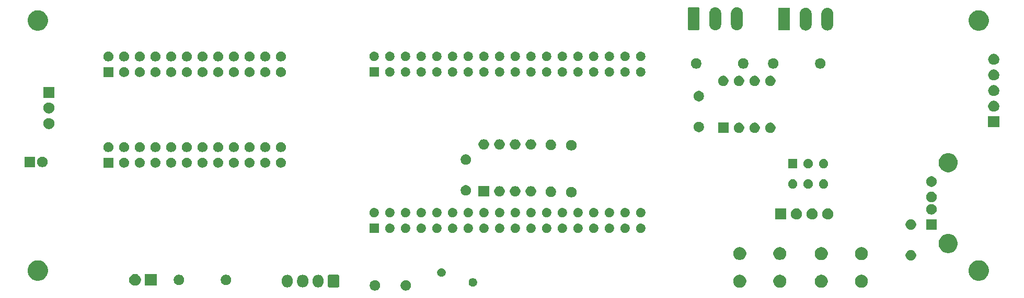
<source format=gbr>
G04 #@! TF.GenerationSoftware,KiCad,Pcbnew,(5.1.5)-3*
G04 #@! TF.CreationDate,2020-01-16T16:25:05-05:00*
G04 #@! TF.ProjectId,PB_16,50425f31-362e-46b6-9963-61645f706362,v1*
G04 #@! TF.SameCoordinates,Original*
G04 #@! TF.FileFunction,Soldermask,Bot*
G04 #@! TF.FilePolarity,Negative*
%FSLAX46Y46*%
G04 Gerber Fmt 4.6, Leading zero omitted, Abs format (unit mm)*
G04 Created by KiCad (PCBNEW (5.1.5)-3) date 2020-01-16 16:25:05*
%MOMM*%
%LPD*%
G04 APERTURE LIST*
%ADD10C,0.100000*%
G04 APERTURE END LIST*
D10*
G36*
X151298228Y-118434703D02*
G01*
X151453100Y-118498853D01*
X151592481Y-118591985D01*
X151711015Y-118710519D01*
X151804147Y-118849900D01*
X151868297Y-119004772D01*
X151901000Y-119169184D01*
X151901000Y-119336816D01*
X151868297Y-119501228D01*
X151804147Y-119656100D01*
X151711015Y-119795481D01*
X151592481Y-119914015D01*
X151453100Y-120007147D01*
X151298228Y-120071297D01*
X151133816Y-120104000D01*
X150966184Y-120104000D01*
X150801772Y-120071297D01*
X150646900Y-120007147D01*
X150507519Y-119914015D01*
X150388985Y-119795481D01*
X150295853Y-119656100D01*
X150231703Y-119501228D01*
X150199000Y-119336816D01*
X150199000Y-119169184D01*
X150231703Y-119004772D01*
X150295853Y-118849900D01*
X150388985Y-118710519D01*
X150507519Y-118591985D01*
X150646900Y-118498853D01*
X150801772Y-118434703D01*
X150966184Y-118402000D01*
X151133816Y-118402000D01*
X151298228Y-118434703D01*
G37*
G36*
X146298228Y-118434703D02*
G01*
X146453100Y-118498853D01*
X146592481Y-118591985D01*
X146711015Y-118710519D01*
X146804147Y-118849900D01*
X146868297Y-119004772D01*
X146901000Y-119169184D01*
X146901000Y-119336816D01*
X146868297Y-119501228D01*
X146804147Y-119656100D01*
X146711015Y-119795481D01*
X146592481Y-119914015D01*
X146453100Y-120007147D01*
X146298228Y-120071297D01*
X146133816Y-120104000D01*
X145966184Y-120104000D01*
X145801772Y-120071297D01*
X145646900Y-120007147D01*
X145507519Y-119914015D01*
X145388985Y-119795481D01*
X145295853Y-119656100D01*
X145231703Y-119501228D01*
X145199000Y-119336816D01*
X145199000Y-119169184D01*
X145231703Y-119004772D01*
X145295853Y-118849900D01*
X145388985Y-118710519D01*
X145507519Y-118591985D01*
X145646900Y-118498853D01*
X145801772Y-118434703D01*
X145966184Y-118402000D01*
X146133816Y-118402000D01*
X146298228Y-118434703D01*
G37*
G36*
X218657664Y-117573489D02*
G01*
X218839515Y-117648814D01*
X218848935Y-117652716D01*
X219021073Y-117767735D01*
X219167465Y-117914127D01*
X219282022Y-118085573D01*
X219282485Y-118086267D01*
X219361711Y-118277536D01*
X219402100Y-118480584D01*
X219402100Y-118687616D01*
X219361711Y-118890664D01*
X219287452Y-119069941D01*
X219282484Y-119081935D01*
X219167465Y-119254073D01*
X219021073Y-119400465D01*
X218848935Y-119515484D01*
X218848934Y-119515485D01*
X218848933Y-119515485D01*
X218657664Y-119594711D01*
X218454616Y-119635100D01*
X218247584Y-119635100D01*
X218044536Y-119594711D01*
X217853267Y-119515485D01*
X217853266Y-119515485D01*
X217853265Y-119515484D01*
X217681127Y-119400465D01*
X217534735Y-119254073D01*
X217419716Y-119081935D01*
X217414748Y-119069941D01*
X217340489Y-118890664D01*
X217300100Y-118687616D01*
X217300100Y-118480584D01*
X217340489Y-118277536D01*
X217419715Y-118086267D01*
X217420179Y-118085573D01*
X217534735Y-117914127D01*
X217681127Y-117767735D01*
X217853265Y-117652716D01*
X217862685Y-117648814D01*
X218044536Y-117573489D01*
X218247584Y-117533100D01*
X218454616Y-117533100D01*
X218657664Y-117573489D01*
G37*
G36*
X225157664Y-117573489D02*
G01*
X225339515Y-117648814D01*
X225348935Y-117652716D01*
X225521073Y-117767735D01*
X225667465Y-117914127D01*
X225782022Y-118085573D01*
X225782485Y-118086267D01*
X225861711Y-118277536D01*
X225902100Y-118480584D01*
X225902100Y-118687616D01*
X225861711Y-118890664D01*
X225787452Y-119069941D01*
X225782484Y-119081935D01*
X225667465Y-119254073D01*
X225521073Y-119400465D01*
X225348935Y-119515484D01*
X225348934Y-119515485D01*
X225348933Y-119515485D01*
X225157664Y-119594711D01*
X224954616Y-119635100D01*
X224747584Y-119635100D01*
X224544536Y-119594711D01*
X224353267Y-119515485D01*
X224353266Y-119515485D01*
X224353265Y-119515484D01*
X224181127Y-119400465D01*
X224034735Y-119254073D01*
X223919716Y-119081935D01*
X223914748Y-119069941D01*
X223840489Y-118890664D01*
X223800100Y-118687616D01*
X223800100Y-118480584D01*
X223840489Y-118277536D01*
X223919715Y-118086267D01*
X223920179Y-118085573D01*
X224034735Y-117914127D01*
X224181127Y-117767735D01*
X224353265Y-117652716D01*
X224362685Y-117648814D01*
X224544536Y-117573489D01*
X224747584Y-117533100D01*
X224954616Y-117533100D01*
X225157664Y-117573489D01*
G37*
G36*
X205436964Y-117560789D02*
G01*
X205628233Y-117640015D01*
X205628235Y-117640016D01*
X205800373Y-117755035D01*
X205946765Y-117901427D01*
X205986506Y-117960903D01*
X206061785Y-118073567D01*
X206141011Y-118264836D01*
X206181400Y-118467884D01*
X206181400Y-118674916D01*
X206141011Y-118877964D01*
X206078654Y-119028507D01*
X206061784Y-119069235D01*
X205946765Y-119241373D01*
X205800373Y-119387765D01*
X205628235Y-119502784D01*
X205628234Y-119502785D01*
X205628233Y-119502785D01*
X205436964Y-119582011D01*
X205233916Y-119622400D01*
X205026884Y-119622400D01*
X204823836Y-119582011D01*
X204632567Y-119502785D01*
X204632566Y-119502785D01*
X204632565Y-119502784D01*
X204460427Y-119387765D01*
X204314035Y-119241373D01*
X204199016Y-119069235D01*
X204182146Y-119028507D01*
X204119789Y-118877964D01*
X204079400Y-118674916D01*
X204079400Y-118467884D01*
X204119789Y-118264836D01*
X204199015Y-118073567D01*
X204274295Y-117960903D01*
X204314035Y-117901427D01*
X204460427Y-117755035D01*
X204632565Y-117640016D01*
X204632567Y-117640015D01*
X204823836Y-117560789D01*
X205026884Y-117520400D01*
X205233916Y-117520400D01*
X205436964Y-117560789D01*
G37*
G36*
X211936964Y-117560789D02*
G01*
X212128233Y-117640015D01*
X212128235Y-117640016D01*
X212300373Y-117755035D01*
X212446765Y-117901427D01*
X212486506Y-117960903D01*
X212561785Y-118073567D01*
X212641011Y-118264836D01*
X212681400Y-118467884D01*
X212681400Y-118674916D01*
X212641011Y-118877964D01*
X212578654Y-119028507D01*
X212561784Y-119069235D01*
X212446765Y-119241373D01*
X212300373Y-119387765D01*
X212128235Y-119502784D01*
X212128234Y-119502785D01*
X212128233Y-119502785D01*
X211936964Y-119582011D01*
X211733916Y-119622400D01*
X211526884Y-119622400D01*
X211323836Y-119582011D01*
X211132567Y-119502785D01*
X211132566Y-119502785D01*
X211132565Y-119502784D01*
X210960427Y-119387765D01*
X210814035Y-119241373D01*
X210699016Y-119069235D01*
X210682146Y-119028507D01*
X210619789Y-118877964D01*
X210579400Y-118674916D01*
X210579400Y-118467884D01*
X210619789Y-118264836D01*
X210699015Y-118073567D01*
X210774295Y-117960903D01*
X210814035Y-117901427D01*
X210960427Y-117755035D01*
X211132565Y-117640016D01*
X211132567Y-117640015D01*
X211323836Y-117560789D01*
X211526884Y-117520400D01*
X211733916Y-117520400D01*
X211936964Y-117560789D01*
G37*
G36*
X132021027Y-117544077D02*
G01*
X132190866Y-117595597D01*
X132347391Y-117679262D01*
X132376297Y-117702985D01*
X132484586Y-117791854D01*
X132567141Y-117892449D01*
X132597178Y-117929049D01*
X132680843Y-118085574D01*
X132732363Y-118255414D01*
X132745400Y-118387783D01*
X132745400Y-118726298D01*
X132732363Y-118858667D01*
X132680843Y-119028506D01*
X132597178Y-119185031D01*
X132579341Y-119206765D01*
X132484586Y-119322226D01*
X132347389Y-119434819D01*
X132196476Y-119515484D01*
X132190865Y-119518483D01*
X132021026Y-119570003D01*
X131844400Y-119587399D01*
X131667773Y-119570003D01*
X131497934Y-119518483D01*
X131341409Y-119434818D01*
X131284075Y-119387765D01*
X131204214Y-119322226D01*
X131091621Y-119185029D01*
X131007958Y-119028507D01*
X131007957Y-119028505D01*
X130956437Y-118858666D01*
X130943400Y-118726297D01*
X130943400Y-118387782D01*
X130956437Y-118255413D01*
X131007957Y-118085574D01*
X131091622Y-117929049D01*
X131204215Y-117791855D01*
X131341410Y-117679262D01*
X131497935Y-117595597D01*
X131667774Y-117544077D01*
X131844400Y-117526681D01*
X132021027Y-117544077D01*
G37*
G36*
X134521027Y-117544077D02*
G01*
X134690866Y-117595597D01*
X134847391Y-117679262D01*
X134876297Y-117702985D01*
X134984586Y-117791854D01*
X135067141Y-117892449D01*
X135097178Y-117929049D01*
X135180843Y-118085574D01*
X135232363Y-118255414D01*
X135245400Y-118387783D01*
X135245400Y-118726298D01*
X135232363Y-118858667D01*
X135180843Y-119028506D01*
X135097178Y-119185031D01*
X135079341Y-119206765D01*
X134984586Y-119322226D01*
X134847389Y-119434819D01*
X134696476Y-119515484D01*
X134690865Y-119518483D01*
X134521026Y-119570003D01*
X134344400Y-119587399D01*
X134167773Y-119570003D01*
X133997934Y-119518483D01*
X133841409Y-119434818D01*
X133784075Y-119387765D01*
X133704214Y-119322226D01*
X133591621Y-119185029D01*
X133507958Y-119028507D01*
X133507957Y-119028505D01*
X133456437Y-118858666D01*
X133443400Y-118726297D01*
X133443400Y-118387782D01*
X133456437Y-118255413D01*
X133507957Y-118085574D01*
X133591622Y-117929049D01*
X133704215Y-117791855D01*
X133841410Y-117679262D01*
X133997935Y-117595597D01*
X134167774Y-117544077D01*
X134344400Y-117526681D01*
X134521027Y-117544077D01*
G37*
G36*
X137021027Y-117544077D02*
G01*
X137190866Y-117595597D01*
X137347391Y-117679262D01*
X137376297Y-117702985D01*
X137484586Y-117791854D01*
X137567141Y-117892449D01*
X137597178Y-117929049D01*
X137680843Y-118085574D01*
X137732363Y-118255414D01*
X137745400Y-118387783D01*
X137745400Y-118726298D01*
X137732363Y-118858667D01*
X137680843Y-119028506D01*
X137597178Y-119185031D01*
X137579341Y-119206765D01*
X137484586Y-119322226D01*
X137347389Y-119434819D01*
X137196476Y-119515484D01*
X137190865Y-119518483D01*
X137021026Y-119570003D01*
X136844400Y-119587399D01*
X136667773Y-119570003D01*
X136497934Y-119518483D01*
X136341409Y-119434818D01*
X136284075Y-119387765D01*
X136204214Y-119322226D01*
X136091621Y-119185029D01*
X136007958Y-119028507D01*
X136007957Y-119028505D01*
X135956437Y-118858666D01*
X135943400Y-118726297D01*
X135943400Y-118387782D01*
X135956437Y-118255413D01*
X136007957Y-118085574D01*
X136091622Y-117929049D01*
X136204215Y-117791855D01*
X136341410Y-117679262D01*
X136497935Y-117595597D01*
X136667774Y-117544077D01*
X136844400Y-117526681D01*
X137021027Y-117544077D01*
G37*
G36*
X140103000Y-117535029D02*
G01*
X140136052Y-117545055D01*
X140166503Y-117561332D01*
X140193199Y-117583241D01*
X140215108Y-117609937D01*
X140231385Y-117640388D01*
X140241411Y-117673440D01*
X140245400Y-117713943D01*
X140245400Y-119400137D01*
X140241411Y-119440640D01*
X140231385Y-119473692D01*
X140215108Y-119504143D01*
X140193199Y-119530839D01*
X140166503Y-119552748D01*
X140136052Y-119569025D01*
X140103000Y-119579051D01*
X140062497Y-119583040D01*
X138626303Y-119583040D01*
X138585800Y-119579051D01*
X138552748Y-119569025D01*
X138522297Y-119552748D01*
X138495601Y-119530839D01*
X138473692Y-119504143D01*
X138457415Y-119473692D01*
X138447389Y-119440640D01*
X138443400Y-119400137D01*
X138443400Y-117713943D01*
X138447389Y-117673440D01*
X138457415Y-117640388D01*
X138473692Y-117609937D01*
X138495601Y-117583241D01*
X138522297Y-117561332D01*
X138552748Y-117545055D01*
X138585800Y-117535029D01*
X138626303Y-117531040D01*
X140062497Y-117531040D01*
X140103000Y-117535029D01*
G37*
G36*
X162112398Y-118085362D02*
G01*
X162237241Y-118137074D01*
X162237243Y-118137075D01*
X162349599Y-118212149D01*
X162445151Y-118307701D01*
X162508160Y-118402000D01*
X162520226Y-118420059D01*
X162571938Y-118544902D01*
X162598300Y-118677434D01*
X162598300Y-118812566D01*
X162571938Y-118945098D01*
X162537388Y-119028508D01*
X162520225Y-119069943D01*
X162445151Y-119182299D01*
X162349599Y-119277851D01*
X162237243Y-119352925D01*
X162237242Y-119352926D01*
X162237241Y-119352926D01*
X162112398Y-119404638D01*
X161979866Y-119431000D01*
X161844734Y-119431000D01*
X161712202Y-119404638D01*
X161587359Y-119352926D01*
X161587358Y-119352926D01*
X161587357Y-119352925D01*
X161475001Y-119277851D01*
X161379449Y-119182299D01*
X161304375Y-119069943D01*
X161287212Y-119028508D01*
X161252662Y-118945098D01*
X161226300Y-118812566D01*
X161226300Y-118677434D01*
X161252662Y-118544902D01*
X161304374Y-118420059D01*
X161316441Y-118402000D01*
X161379449Y-118307701D01*
X161475001Y-118212149D01*
X161587357Y-118137075D01*
X161587359Y-118137074D01*
X161712202Y-118085362D01*
X161844734Y-118059000D01*
X161979866Y-118059000D01*
X162112398Y-118085362D01*
G37*
G36*
X107465395Y-117449546D02*
G01*
X107638466Y-117521234D01*
X107675086Y-117545703D01*
X107794227Y-117625310D01*
X107926690Y-117757773D01*
X107969284Y-117821520D01*
X108030766Y-117913534D01*
X108102454Y-118086605D01*
X108139000Y-118270333D01*
X108139000Y-118457667D01*
X108102454Y-118641395D01*
X108030766Y-118814466D01*
X108030765Y-118814467D01*
X107926690Y-118970227D01*
X107794227Y-119102690D01*
X107771092Y-119118148D01*
X107638466Y-119206766D01*
X107465395Y-119278454D01*
X107281667Y-119315000D01*
X107094333Y-119315000D01*
X106910605Y-119278454D01*
X106737534Y-119206766D01*
X106604908Y-119118148D01*
X106581773Y-119102690D01*
X106449310Y-118970227D01*
X106345235Y-118814467D01*
X106345234Y-118814466D01*
X106273546Y-118641395D01*
X106237000Y-118457667D01*
X106237000Y-118270333D01*
X106273546Y-118086605D01*
X106345234Y-117913534D01*
X106406716Y-117821520D01*
X106449310Y-117757773D01*
X106581773Y-117625310D01*
X106700914Y-117545703D01*
X106737534Y-117521234D01*
X106910605Y-117449546D01*
X107094333Y-117413000D01*
X107281667Y-117413000D01*
X107465395Y-117449546D01*
G37*
G36*
X110679000Y-119315000D02*
G01*
X108777000Y-119315000D01*
X108777000Y-117413000D01*
X110679000Y-117413000D01*
X110679000Y-119315000D01*
G37*
G36*
X122168228Y-117545703D02*
G01*
X122323100Y-117609853D01*
X122462481Y-117702985D01*
X122581015Y-117821519D01*
X122674147Y-117960900D01*
X122738297Y-118115772D01*
X122771000Y-118280184D01*
X122771000Y-118447816D01*
X122738297Y-118612228D01*
X122674147Y-118767100D01*
X122581015Y-118906481D01*
X122462481Y-119025015D01*
X122323100Y-119118147D01*
X122168228Y-119182297D01*
X122003816Y-119215000D01*
X121836184Y-119215000D01*
X121671772Y-119182297D01*
X121516900Y-119118147D01*
X121377519Y-119025015D01*
X121258985Y-118906481D01*
X121165853Y-118767100D01*
X121101703Y-118612228D01*
X121069000Y-118447816D01*
X121069000Y-118280184D01*
X121101703Y-118115772D01*
X121165853Y-117960900D01*
X121258985Y-117821519D01*
X121377519Y-117702985D01*
X121516900Y-117609853D01*
X121671772Y-117545703D01*
X121836184Y-117513000D01*
X122003816Y-117513000D01*
X122168228Y-117545703D01*
G37*
G36*
X114548228Y-117545703D02*
G01*
X114703100Y-117609853D01*
X114842481Y-117702985D01*
X114961015Y-117821519D01*
X115054147Y-117960900D01*
X115118297Y-118115772D01*
X115151000Y-118280184D01*
X115151000Y-118447816D01*
X115118297Y-118612228D01*
X115054147Y-118767100D01*
X114961015Y-118906481D01*
X114842481Y-119025015D01*
X114703100Y-119118147D01*
X114548228Y-119182297D01*
X114383816Y-119215000D01*
X114216184Y-119215000D01*
X114051772Y-119182297D01*
X113896900Y-119118147D01*
X113757519Y-119025015D01*
X113638985Y-118906481D01*
X113545853Y-118767100D01*
X113481703Y-118612228D01*
X113449000Y-118447816D01*
X113449000Y-118280184D01*
X113481703Y-118115772D01*
X113545853Y-117960900D01*
X113638985Y-117821519D01*
X113757519Y-117702985D01*
X113896900Y-117609853D01*
X114051772Y-117545703D01*
X114216184Y-117513000D01*
X114383816Y-117513000D01*
X114548228Y-117545703D01*
G37*
G36*
X244215256Y-115231298D02*
G01*
X244321579Y-115252447D01*
X244622042Y-115376903D01*
X244892451Y-115557585D01*
X245122415Y-115787549D01*
X245122416Y-115787551D01*
X245303098Y-116057960D01*
X245427553Y-116358422D01*
X245491000Y-116677389D01*
X245491000Y-117002611D01*
X245476116Y-117077435D01*
X245427553Y-117321579D01*
X245348264Y-117513000D01*
X245314051Y-117595598D01*
X245303097Y-117622042D01*
X245122415Y-117892451D01*
X244892451Y-118122415D01*
X244622042Y-118303097D01*
X244321579Y-118427553D01*
X244285633Y-118434703D01*
X244002611Y-118491000D01*
X243677389Y-118491000D01*
X243394367Y-118434703D01*
X243358421Y-118427553D01*
X243057958Y-118303097D01*
X242787549Y-118122415D01*
X242557585Y-117892451D01*
X242376903Y-117622042D01*
X242365950Y-117595598D01*
X242331736Y-117513000D01*
X242252447Y-117321579D01*
X242203884Y-117077435D01*
X242189000Y-117002611D01*
X242189000Y-116677389D01*
X242252447Y-116358422D01*
X242376902Y-116057960D01*
X242557584Y-115787551D01*
X242557585Y-115787549D01*
X242787549Y-115557585D01*
X243057958Y-115376903D01*
X243358421Y-115252447D01*
X243464744Y-115231298D01*
X243677389Y-115189000D01*
X244002611Y-115189000D01*
X244215256Y-115231298D01*
G37*
G36*
X91815256Y-115231298D02*
G01*
X91921579Y-115252447D01*
X92222042Y-115376903D01*
X92492451Y-115557585D01*
X92722415Y-115787549D01*
X92722416Y-115787551D01*
X92903098Y-116057960D01*
X93027553Y-116358422D01*
X93091000Y-116677389D01*
X93091000Y-117002611D01*
X93076116Y-117077435D01*
X93027553Y-117321579D01*
X92948264Y-117513000D01*
X92914051Y-117595598D01*
X92903097Y-117622042D01*
X92722415Y-117892451D01*
X92492451Y-118122415D01*
X92222042Y-118303097D01*
X91921579Y-118427553D01*
X91885633Y-118434703D01*
X91602611Y-118491000D01*
X91277389Y-118491000D01*
X90994367Y-118434703D01*
X90958421Y-118427553D01*
X90657958Y-118303097D01*
X90387549Y-118122415D01*
X90157585Y-117892451D01*
X89976903Y-117622042D01*
X89965950Y-117595598D01*
X89931736Y-117513000D01*
X89852447Y-117321579D01*
X89803884Y-117077435D01*
X89789000Y-117002611D01*
X89789000Y-116677389D01*
X89852447Y-116358422D01*
X89976902Y-116057960D01*
X90157584Y-115787551D01*
X90157585Y-115787549D01*
X90387549Y-115557585D01*
X90657958Y-115376903D01*
X90958421Y-115252447D01*
X91064744Y-115231298D01*
X91277389Y-115189000D01*
X91602611Y-115189000D01*
X91815256Y-115231298D01*
G37*
G36*
X157012398Y-116485362D02*
G01*
X157137241Y-116537074D01*
X157137243Y-116537075D01*
X157249599Y-116612149D01*
X157345151Y-116707701D01*
X157420226Y-116820059D01*
X157471938Y-116944902D01*
X157498300Y-117077434D01*
X157498300Y-117212566D01*
X157471938Y-117345098D01*
X157420226Y-117469941D01*
X157420225Y-117469943D01*
X157345151Y-117582299D01*
X157249599Y-117677851D01*
X157137243Y-117752925D01*
X157137242Y-117752926D01*
X157137241Y-117752926D01*
X157012398Y-117804638D01*
X156879866Y-117831000D01*
X156744734Y-117831000D01*
X156612202Y-117804638D01*
X156487359Y-117752926D01*
X156487358Y-117752926D01*
X156487357Y-117752925D01*
X156375001Y-117677851D01*
X156279449Y-117582299D01*
X156204375Y-117469943D01*
X156204374Y-117469941D01*
X156152662Y-117345098D01*
X156126300Y-117212566D01*
X156126300Y-117077434D01*
X156152662Y-116944902D01*
X156204374Y-116820059D01*
X156279449Y-116707701D01*
X156375001Y-116612149D01*
X156487357Y-116537075D01*
X156487359Y-116537074D01*
X156612202Y-116485362D01*
X156744734Y-116459000D01*
X156879866Y-116459000D01*
X157012398Y-116485362D01*
G37*
G36*
X233102728Y-113541403D02*
G01*
X233257600Y-113605553D01*
X233396981Y-113698685D01*
X233515515Y-113817219D01*
X233608647Y-113956600D01*
X233672797Y-114111472D01*
X233705500Y-114275884D01*
X233705500Y-114443516D01*
X233672797Y-114607928D01*
X233608647Y-114762800D01*
X233515515Y-114902181D01*
X233396981Y-115020715D01*
X233257600Y-115113847D01*
X233102728Y-115177997D01*
X232938316Y-115210700D01*
X232770684Y-115210700D01*
X232606272Y-115177997D01*
X232451400Y-115113847D01*
X232312019Y-115020715D01*
X232193485Y-114902181D01*
X232100353Y-114762800D01*
X232036203Y-114607928D01*
X232003500Y-114443516D01*
X232003500Y-114275884D01*
X232036203Y-114111472D01*
X232100353Y-113956600D01*
X232193485Y-113817219D01*
X232312019Y-113698685D01*
X232451400Y-113605553D01*
X232606272Y-113541403D01*
X232770684Y-113508700D01*
X232938316Y-113508700D01*
X233102728Y-113541403D01*
G37*
G36*
X225157664Y-113073489D02*
G01*
X225348933Y-113152715D01*
X225348935Y-113152716D01*
X225521073Y-113267735D01*
X225667465Y-113414127D01*
X225687295Y-113443804D01*
X225782485Y-113586267D01*
X225861711Y-113777536D01*
X225902100Y-113980584D01*
X225902100Y-114187616D01*
X225861711Y-114390664D01*
X225782485Y-114581933D01*
X225782484Y-114581935D01*
X225667465Y-114754073D01*
X225521073Y-114900465D01*
X225348935Y-115015484D01*
X225348934Y-115015485D01*
X225348933Y-115015485D01*
X225157664Y-115094711D01*
X224954616Y-115135100D01*
X224747584Y-115135100D01*
X224544536Y-115094711D01*
X224353267Y-115015485D01*
X224353266Y-115015485D01*
X224353265Y-115015484D01*
X224181127Y-114900465D01*
X224034735Y-114754073D01*
X223919716Y-114581935D01*
X223919715Y-114581933D01*
X223840489Y-114390664D01*
X223800100Y-114187616D01*
X223800100Y-113980584D01*
X223840489Y-113777536D01*
X223919715Y-113586267D01*
X224014906Y-113443804D01*
X224034735Y-113414127D01*
X224181127Y-113267735D01*
X224353265Y-113152716D01*
X224353267Y-113152715D01*
X224544536Y-113073489D01*
X224747584Y-113033100D01*
X224954616Y-113033100D01*
X225157664Y-113073489D01*
G37*
G36*
X218657664Y-113073489D02*
G01*
X218848933Y-113152715D01*
X218848935Y-113152716D01*
X219021073Y-113267735D01*
X219167465Y-113414127D01*
X219187295Y-113443804D01*
X219282485Y-113586267D01*
X219361711Y-113777536D01*
X219402100Y-113980584D01*
X219402100Y-114187616D01*
X219361711Y-114390664D01*
X219282485Y-114581933D01*
X219282484Y-114581935D01*
X219167465Y-114754073D01*
X219021073Y-114900465D01*
X218848935Y-115015484D01*
X218848934Y-115015485D01*
X218848933Y-115015485D01*
X218657664Y-115094711D01*
X218454616Y-115135100D01*
X218247584Y-115135100D01*
X218044536Y-115094711D01*
X217853267Y-115015485D01*
X217853266Y-115015485D01*
X217853265Y-115015484D01*
X217681127Y-114900465D01*
X217534735Y-114754073D01*
X217419716Y-114581935D01*
X217419715Y-114581933D01*
X217340489Y-114390664D01*
X217300100Y-114187616D01*
X217300100Y-113980584D01*
X217340489Y-113777536D01*
X217419715Y-113586267D01*
X217514906Y-113443804D01*
X217534735Y-113414127D01*
X217681127Y-113267735D01*
X217853265Y-113152716D01*
X217853267Y-113152715D01*
X218044536Y-113073489D01*
X218247584Y-113033100D01*
X218454616Y-113033100D01*
X218657664Y-113073489D01*
G37*
G36*
X205436964Y-113060789D02*
G01*
X205628233Y-113140015D01*
X205628235Y-113140016D01*
X205800373Y-113255035D01*
X205946765Y-113401427D01*
X206018443Y-113508700D01*
X206061785Y-113573567D01*
X206141011Y-113764836D01*
X206181400Y-113967884D01*
X206181400Y-114174916D01*
X206141011Y-114377964D01*
X206061785Y-114569233D01*
X206061784Y-114569235D01*
X205946765Y-114741373D01*
X205800373Y-114887765D01*
X205628235Y-115002784D01*
X205628234Y-115002785D01*
X205628233Y-115002785D01*
X205436964Y-115082011D01*
X205233916Y-115122400D01*
X205026884Y-115122400D01*
X204823836Y-115082011D01*
X204632567Y-115002785D01*
X204632566Y-115002785D01*
X204632565Y-115002784D01*
X204460427Y-114887765D01*
X204314035Y-114741373D01*
X204199016Y-114569235D01*
X204199015Y-114569233D01*
X204119789Y-114377964D01*
X204079400Y-114174916D01*
X204079400Y-113967884D01*
X204119789Y-113764836D01*
X204199015Y-113573567D01*
X204242358Y-113508700D01*
X204314035Y-113401427D01*
X204460427Y-113255035D01*
X204632565Y-113140016D01*
X204632567Y-113140015D01*
X204823836Y-113060789D01*
X205026884Y-113020400D01*
X205233916Y-113020400D01*
X205436964Y-113060789D01*
G37*
G36*
X211936964Y-113060789D02*
G01*
X212128233Y-113140015D01*
X212128235Y-113140016D01*
X212300373Y-113255035D01*
X212446765Y-113401427D01*
X212518443Y-113508700D01*
X212561785Y-113573567D01*
X212641011Y-113764836D01*
X212681400Y-113967884D01*
X212681400Y-114174916D01*
X212641011Y-114377964D01*
X212561785Y-114569233D01*
X212561784Y-114569235D01*
X212446765Y-114741373D01*
X212300373Y-114887765D01*
X212128235Y-115002784D01*
X212128234Y-115002785D01*
X212128233Y-115002785D01*
X211936964Y-115082011D01*
X211733916Y-115122400D01*
X211526884Y-115122400D01*
X211323836Y-115082011D01*
X211132567Y-115002785D01*
X211132566Y-115002785D01*
X211132565Y-115002784D01*
X210960427Y-114887765D01*
X210814035Y-114741373D01*
X210699016Y-114569235D01*
X210699015Y-114569233D01*
X210619789Y-114377964D01*
X210579400Y-114174916D01*
X210579400Y-113967884D01*
X210619789Y-113764836D01*
X210699015Y-113573567D01*
X210742358Y-113508700D01*
X210814035Y-113401427D01*
X210960427Y-113255035D01*
X211132565Y-113140016D01*
X211132567Y-113140015D01*
X211323836Y-113060789D01*
X211526884Y-113020400D01*
X211733916Y-113020400D01*
X211936964Y-113060789D01*
G37*
G36*
X239194485Y-110933902D02*
G01*
X239344310Y-110963704D01*
X239626574Y-111080621D01*
X239880605Y-111250359D01*
X240096641Y-111466395D01*
X240266379Y-111720426D01*
X240383296Y-112002690D01*
X240442900Y-112302340D01*
X240442900Y-112607860D01*
X240383296Y-112907510D01*
X240266379Y-113189774D01*
X240096641Y-113443805D01*
X239880605Y-113659841D01*
X239626574Y-113829579D01*
X239344310Y-113946496D01*
X239236785Y-113967884D01*
X239044661Y-114006100D01*
X238739139Y-114006100D01*
X238547015Y-113967884D01*
X238439490Y-113946496D01*
X238157226Y-113829579D01*
X237903195Y-113659841D01*
X237687159Y-113443805D01*
X237517421Y-113189774D01*
X237400504Y-112907510D01*
X237340900Y-112607860D01*
X237340900Y-112302340D01*
X237400504Y-112002690D01*
X237517421Y-111720426D01*
X237687159Y-111466395D01*
X237903195Y-111250359D01*
X238157226Y-111080621D01*
X238439490Y-110963704D01*
X238589315Y-110933902D01*
X238739139Y-110904100D01*
X239044661Y-110904100D01*
X239194485Y-110933902D01*
G37*
G36*
X176535053Y-109216107D02*
G01*
X176607985Y-109230614D01*
X176664898Y-109254188D01*
X176745386Y-109287527D01*
X176869044Y-109370153D01*
X176974207Y-109475316D01*
X177056833Y-109598974D01*
X177060542Y-109607929D01*
X177113746Y-109736375D01*
X177142760Y-109882239D01*
X177142760Y-110030961D01*
X177113746Y-110176825D01*
X177099714Y-110210700D01*
X177056833Y-110314226D01*
X176974207Y-110437884D01*
X176869044Y-110543047D01*
X176745386Y-110625673D01*
X176664898Y-110659012D01*
X176607985Y-110682586D01*
X176535053Y-110697093D01*
X176462122Y-110711600D01*
X176313398Y-110711600D01*
X176240467Y-110697093D01*
X176167535Y-110682586D01*
X176110622Y-110659012D01*
X176030134Y-110625673D01*
X175906476Y-110543047D01*
X175801313Y-110437884D01*
X175718687Y-110314226D01*
X175675806Y-110210700D01*
X175661774Y-110176825D01*
X175632760Y-110030961D01*
X175632760Y-109882239D01*
X175661774Y-109736375D01*
X175714978Y-109607929D01*
X175718687Y-109598974D01*
X175801313Y-109475316D01*
X175906476Y-109370153D01*
X176030134Y-109287527D01*
X176110622Y-109254188D01*
X176167535Y-109230614D01*
X176240467Y-109216107D01*
X176313398Y-109201600D01*
X176462122Y-109201600D01*
X176535053Y-109216107D01*
G37*
G36*
X146662760Y-110711600D02*
G01*
X145152760Y-110711600D01*
X145152760Y-109201600D01*
X146662760Y-109201600D01*
X146662760Y-110711600D01*
G37*
G36*
X148595053Y-109216107D02*
G01*
X148667985Y-109230614D01*
X148724898Y-109254188D01*
X148805386Y-109287527D01*
X148929044Y-109370153D01*
X149034207Y-109475316D01*
X149116833Y-109598974D01*
X149120542Y-109607929D01*
X149173746Y-109736375D01*
X149202760Y-109882239D01*
X149202760Y-110030961D01*
X149173746Y-110176825D01*
X149159714Y-110210700D01*
X149116833Y-110314226D01*
X149034207Y-110437884D01*
X148929044Y-110543047D01*
X148805386Y-110625673D01*
X148724898Y-110659012D01*
X148667985Y-110682586D01*
X148595053Y-110697093D01*
X148522122Y-110711600D01*
X148373398Y-110711600D01*
X148300467Y-110697093D01*
X148227535Y-110682586D01*
X148170622Y-110659012D01*
X148090134Y-110625673D01*
X147966476Y-110543047D01*
X147861313Y-110437884D01*
X147778687Y-110314226D01*
X147735806Y-110210700D01*
X147721774Y-110176825D01*
X147692760Y-110030961D01*
X147692760Y-109882239D01*
X147721774Y-109736375D01*
X147774978Y-109607929D01*
X147778687Y-109598974D01*
X147861313Y-109475316D01*
X147966476Y-109370153D01*
X148090134Y-109287527D01*
X148170622Y-109254188D01*
X148227535Y-109230614D01*
X148300467Y-109216107D01*
X148373398Y-109201600D01*
X148522122Y-109201600D01*
X148595053Y-109216107D01*
G37*
G36*
X151135053Y-109216107D02*
G01*
X151207985Y-109230614D01*
X151264898Y-109254188D01*
X151345386Y-109287527D01*
X151469044Y-109370153D01*
X151574207Y-109475316D01*
X151656833Y-109598974D01*
X151660542Y-109607929D01*
X151713746Y-109736375D01*
X151742760Y-109882239D01*
X151742760Y-110030961D01*
X151713746Y-110176825D01*
X151699714Y-110210700D01*
X151656833Y-110314226D01*
X151574207Y-110437884D01*
X151469044Y-110543047D01*
X151345386Y-110625673D01*
X151264898Y-110659012D01*
X151207985Y-110682586D01*
X151135053Y-110697093D01*
X151062122Y-110711600D01*
X150913398Y-110711600D01*
X150840467Y-110697093D01*
X150767535Y-110682586D01*
X150710622Y-110659012D01*
X150630134Y-110625673D01*
X150506476Y-110543047D01*
X150401313Y-110437884D01*
X150318687Y-110314226D01*
X150275806Y-110210700D01*
X150261774Y-110176825D01*
X150232760Y-110030961D01*
X150232760Y-109882239D01*
X150261774Y-109736375D01*
X150314978Y-109607929D01*
X150318687Y-109598974D01*
X150401313Y-109475316D01*
X150506476Y-109370153D01*
X150630134Y-109287527D01*
X150710622Y-109254188D01*
X150767535Y-109230614D01*
X150840467Y-109216107D01*
X150913398Y-109201600D01*
X151062122Y-109201600D01*
X151135053Y-109216107D01*
G37*
G36*
X153675053Y-109216107D02*
G01*
X153747985Y-109230614D01*
X153804898Y-109254188D01*
X153885386Y-109287527D01*
X154009044Y-109370153D01*
X154114207Y-109475316D01*
X154196833Y-109598974D01*
X154200542Y-109607929D01*
X154253746Y-109736375D01*
X154282760Y-109882239D01*
X154282760Y-110030961D01*
X154253746Y-110176825D01*
X154239714Y-110210700D01*
X154196833Y-110314226D01*
X154114207Y-110437884D01*
X154009044Y-110543047D01*
X153885386Y-110625673D01*
X153804898Y-110659012D01*
X153747985Y-110682586D01*
X153675053Y-110697093D01*
X153602122Y-110711600D01*
X153453398Y-110711600D01*
X153380467Y-110697093D01*
X153307535Y-110682586D01*
X153250622Y-110659012D01*
X153170134Y-110625673D01*
X153046476Y-110543047D01*
X152941313Y-110437884D01*
X152858687Y-110314226D01*
X152815806Y-110210700D01*
X152801774Y-110176825D01*
X152772760Y-110030961D01*
X152772760Y-109882239D01*
X152801774Y-109736375D01*
X152854978Y-109607929D01*
X152858687Y-109598974D01*
X152941313Y-109475316D01*
X153046476Y-109370153D01*
X153170134Y-109287527D01*
X153250622Y-109254188D01*
X153307535Y-109230614D01*
X153380467Y-109216107D01*
X153453398Y-109201600D01*
X153602122Y-109201600D01*
X153675053Y-109216107D01*
G37*
G36*
X156215053Y-109216107D02*
G01*
X156287985Y-109230614D01*
X156344898Y-109254188D01*
X156425386Y-109287527D01*
X156549044Y-109370153D01*
X156654207Y-109475316D01*
X156736833Y-109598974D01*
X156740542Y-109607929D01*
X156793746Y-109736375D01*
X156822760Y-109882239D01*
X156822760Y-110030961D01*
X156793746Y-110176825D01*
X156779714Y-110210700D01*
X156736833Y-110314226D01*
X156654207Y-110437884D01*
X156549044Y-110543047D01*
X156425386Y-110625673D01*
X156344898Y-110659012D01*
X156287985Y-110682586D01*
X156215053Y-110697093D01*
X156142122Y-110711600D01*
X155993398Y-110711600D01*
X155920467Y-110697093D01*
X155847535Y-110682586D01*
X155790622Y-110659012D01*
X155710134Y-110625673D01*
X155586476Y-110543047D01*
X155481313Y-110437884D01*
X155398687Y-110314226D01*
X155355806Y-110210700D01*
X155341774Y-110176825D01*
X155312760Y-110030961D01*
X155312760Y-109882239D01*
X155341774Y-109736375D01*
X155394978Y-109607929D01*
X155398687Y-109598974D01*
X155481313Y-109475316D01*
X155586476Y-109370153D01*
X155710134Y-109287527D01*
X155790622Y-109254188D01*
X155847535Y-109230614D01*
X155920467Y-109216107D01*
X155993398Y-109201600D01*
X156142122Y-109201600D01*
X156215053Y-109216107D01*
G37*
G36*
X158755053Y-109216107D02*
G01*
X158827985Y-109230614D01*
X158884898Y-109254188D01*
X158965386Y-109287527D01*
X159089044Y-109370153D01*
X159194207Y-109475316D01*
X159276833Y-109598974D01*
X159280542Y-109607929D01*
X159333746Y-109736375D01*
X159362760Y-109882239D01*
X159362760Y-110030961D01*
X159333746Y-110176825D01*
X159319714Y-110210700D01*
X159276833Y-110314226D01*
X159194207Y-110437884D01*
X159089044Y-110543047D01*
X158965386Y-110625673D01*
X158884898Y-110659012D01*
X158827985Y-110682586D01*
X158755053Y-110697093D01*
X158682122Y-110711600D01*
X158533398Y-110711600D01*
X158460467Y-110697093D01*
X158387535Y-110682586D01*
X158330622Y-110659012D01*
X158250134Y-110625673D01*
X158126476Y-110543047D01*
X158021313Y-110437884D01*
X157938687Y-110314226D01*
X157895806Y-110210700D01*
X157881774Y-110176825D01*
X157852760Y-110030961D01*
X157852760Y-109882239D01*
X157881774Y-109736375D01*
X157934978Y-109607929D01*
X157938687Y-109598974D01*
X158021313Y-109475316D01*
X158126476Y-109370153D01*
X158250134Y-109287527D01*
X158330622Y-109254188D01*
X158387535Y-109230614D01*
X158460467Y-109216107D01*
X158533398Y-109201600D01*
X158682122Y-109201600D01*
X158755053Y-109216107D01*
G37*
G36*
X161295053Y-109216107D02*
G01*
X161367985Y-109230614D01*
X161424898Y-109254188D01*
X161505386Y-109287527D01*
X161629044Y-109370153D01*
X161734207Y-109475316D01*
X161816833Y-109598974D01*
X161820542Y-109607929D01*
X161873746Y-109736375D01*
X161902760Y-109882239D01*
X161902760Y-110030961D01*
X161873746Y-110176825D01*
X161859714Y-110210700D01*
X161816833Y-110314226D01*
X161734207Y-110437884D01*
X161629044Y-110543047D01*
X161505386Y-110625673D01*
X161424898Y-110659012D01*
X161367985Y-110682586D01*
X161295053Y-110697093D01*
X161222122Y-110711600D01*
X161073398Y-110711600D01*
X161000467Y-110697093D01*
X160927535Y-110682586D01*
X160870622Y-110659012D01*
X160790134Y-110625673D01*
X160666476Y-110543047D01*
X160561313Y-110437884D01*
X160478687Y-110314226D01*
X160435806Y-110210700D01*
X160421774Y-110176825D01*
X160392760Y-110030961D01*
X160392760Y-109882239D01*
X160421774Y-109736375D01*
X160474978Y-109607929D01*
X160478687Y-109598974D01*
X160561313Y-109475316D01*
X160666476Y-109370153D01*
X160790134Y-109287527D01*
X160870622Y-109254188D01*
X160927535Y-109230614D01*
X161000467Y-109216107D01*
X161073398Y-109201600D01*
X161222122Y-109201600D01*
X161295053Y-109216107D01*
G37*
G36*
X163835053Y-109216107D02*
G01*
X163907985Y-109230614D01*
X163964898Y-109254188D01*
X164045386Y-109287527D01*
X164169044Y-109370153D01*
X164274207Y-109475316D01*
X164356833Y-109598974D01*
X164360542Y-109607929D01*
X164413746Y-109736375D01*
X164442760Y-109882239D01*
X164442760Y-110030961D01*
X164413746Y-110176825D01*
X164399714Y-110210700D01*
X164356833Y-110314226D01*
X164274207Y-110437884D01*
X164169044Y-110543047D01*
X164045386Y-110625673D01*
X163964898Y-110659012D01*
X163907985Y-110682586D01*
X163835053Y-110697093D01*
X163762122Y-110711600D01*
X163613398Y-110711600D01*
X163540467Y-110697093D01*
X163467535Y-110682586D01*
X163410622Y-110659012D01*
X163330134Y-110625673D01*
X163206476Y-110543047D01*
X163101313Y-110437884D01*
X163018687Y-110314226D01*
X162975806Y-110210700D01*
X162961774Y-110176825D01*
X162932760Y-110030961D01*
X162932760Y-109882239D01*
X162961774Y-109736375D01*
X163014978Y-109607929D01*
X163018687Y-109598974D01*
X163101313Y-109475316D01*
X163206476Y-109370153D01*
X163330134Y-109287527D01*
X163410622Y-109254188D01*
X163467535Y-109230614D01*
X163540467Y-109216107D01*
X163613398Y-109201600D01*
X163762122Y-109201600D01*
X163835053Y-109216107D01*
G37*
G36*
X168915053Y-109216107D02*
G01*
X168987985Y-109230614D01*
X169044898Y-109254188D01*
X169125386Y-109287527D01*
X169249044Y-109370153D01*
X169354207Y-109475316D01*
X169436833Y-109598974D01*
X169440542Y-109607929D01*
X169493746Y-109736375D01*
X169522760Y-109882239D01*
X169522760Y-110030961D01*
X169493746Y-110176825D01*
X169479714Y-110210700D01*
X169436833Y-110314226D01*
X169354207Y-110437884D01*
X169249044Y-110543047D01*
X169125386Y-110625673D01*
X169044898Y-110659012D01*
X168987985Y-110682586D01*
X168915053Y-110697093D01*
X168842122Y-110711600D01*
X168693398Y-110711600D01*
X168620467Y-110697093D01*
X168547535Y-110682586D01*
X168490622Y-110659012D01*
X168410134Y-110625673D01*
X168286476Y-110543047D01*
X168181313Y-110437884D01*
X168098687Y-110314226D01*
X168055806Y-110210700D01*
X168041774Y-110176825D01*
X168012760Y-110030961D01*
X168012760Y-109882239D01*
X168041774Y-109736375D01*
X168094978Y-109607929D01*
X168098687Y-109598974D01*
X168181313Y-109475316D01*
X168286476Y-109370153D01*
X168410134Y-109287527D01*
X168490622Y-109254188D01*
X168547535Y-109230614D01*
X168620467Y-109216107D01*
X168693398Y-109201600D01*
X168842122Y-109201600D01*
X168915053Y-109216107D01*
G37*
G36*
X171455053Y-109216107D02*
G01*
X171527985Y-109230614D01*
X171584898Y-109254188D01*
X171665386Y-109287527D01*
X171789044Y-109370153D01*
X171894207Y-109475316D01*
X171976833Y-109598974D01*
X171980542Y-109607929D01*
X172033746Y-109736375D01*
X172062760Y-109882239D01*
X172062760Y-110030961D01*
X172033746Y-110176825D01*
X172019714Y-110210700D01*
X171976833Y-110314226D01*
X171894207Y-110437884D01*
X171789044Y-110543047D01*
X171665386Y-110625673D01*
X171584898Y-110659012D01*
X171527985Y-110682586D01*
X171455053Y-110697093D01*
X171382122Y-110711600D01*
X171233398Y-110711600D01*
X171160467Y-110697093D01*
X171087535Y-110682586D01*
X171030622Y-110659012D01*
X170950134Y-110625673D01*
X170826476Y-110543047D01*
X170721313Y-110437884D01*
X170638687Y-110314226D01*
X170595806Y-110210700D01*
X170581774Y-110176825D01*
X170552760Y-110030961D01*
X170552760Y-109882239D01*
X170581774Y-109736375D01*
X170634978Y-109607929D01*
X170638687Y-109598974D01*
X170721313Y-109475316D01*
X170826476Y-109370153D01*
X170950134Y-109287527D01*
X171030622Y-109254188D01*
X171087535Y-109230614D01*
X171160467Y-109216107D01*
X171233398Y-109201600D01*
X171382122Y-109201600D01*
X171455053Y-109216107D01*
G37*
G36*
X173995053Y-109216107D02*
G01*
X174067985Y-109230614D01*
X174124898Y-109254188D01*
X174205386Y-109287527D01*
X174329044Y-109370153D01*
X174434207Y-109475316D01*
X174516833Y-109598974D01*
X174520542Y-109607929D01*
X174573746Y-109736375D01*
X174602760Y-109882239D01*
X174602760Y-110030961D01*
X174573746Y-110176825D01*
X174559714Y-110210700D01*
X174516833Y-110314226D01*
X174434207Y-110437884D01*
X174329044Y-110543047D01*
X174205386Y-110625673D01*
X174124898Y-110659012D01*
X174067985Y-110682586D01*
X173995053Y-110697093D01*
X173922122Y-110711600D01*
X173773398Y-110711600D01*
X173700467Y-110697093D01*
X173627535Y-110682586D01*
X173570622Y-110659012D01*
X173490134Y-110625673D01*
X173366476Y-110543047D01*
X173261313Y-110437884D01*
X173178687Y-110314226D01*
X173135806Y-110210700D01*
X173121774Y-110176825D01*
X173092760Y-110030961D01*
X173092760Y-109882239D01*
X173121774Y-109736375D01*
X173174978Y-109607929D01*
X173178687Y-109598974D01*
X173261313Y-109475316D01*
X173366476Y-109370153D01*
X173490134Y-109287527D01*
X173570622Y-109254188D01*
X173627535Y-109230614D01*
X173700467Y-109216107D01*
X173773398Y-109201600D01*
X173922122Y-109201600D01*
X173995053Y-109216107D01*
G37*
G36*
X186695053Y-109216107D02*
G01*
X186767985Y-109230614D01*
X186824898Y-109254188D01*
X186905386Y-109287527D01*
X187029044Y-109370153D01*
X187134207Y-109475316D01*
X187216833Y-109598974D01*
X187220542Y-109607929D01*
X187273746Y-109736375D01*
X187302760Y-109882239D01*
X187302760Y-110030961D01*
X187273746Y-110176825D01*
X187259714Y-110210700D01*
X187216833Y-110314226D01*
X187134207Y-110437884D01*
X187029044Y-110543047D01*
X186905386Y-110625673D01*
X186824898Y-110659012D01*
X186767985Y-110682586D01*
X186695053Y-110697093D01*
X186622122Y-110711600D01*
X186473398Y-110711600D01*
X186400467Y-110697093D01*
X186327535Y-110682586D01*
X186270622Y-110659012D01*
X186190134Y-110625673D01*
X186066476Y-110543047D01*
X185961313Y-110437884D01*
X185878687Y-110314226D01*
X185835806Y-110210700D01*
X185821774Y-110176825D01*
X185792760Y-110030961D01*
X185792760Y-109882239D01*
X185821774Y-109736375D01*
X185874978Y-109607929D01*
X185878687Y-109598974D01*
X185961313Y-109475316D01*
X186066476Y-109370153D01*
X186190134Y-109287527D01*
X186270622Y-109254188D01*
X186327535Y-109230614D01*
X186400467Y-109216107D01*
X186473398Y-109201600D01*
X186622122Y-109201600D01*
X186695053Y-109216107D01*
G37*
G36*
X179075053Y-109216107D02*
G01*
X179147985Y-109230614D01*
X179204898Y-109254188D01*
X179285386Y-109287527D01*
X179409044Y-109370153D01*
X179514207Y-109475316D01*
X179596833Y-109598974D01*
X179600542Y-109607929D01*
X179653746Y-109736375D01*
X179682760Y-109882239D01*
X179682760Y-110030961D01*
X179653746Y-110176825D01*
X179639714Y-110210700D01*
X179596833Y-110314226D01*
X179514207Y-110437884D01*
X179409044Y-110543047D01*
X179285386Y-110625673D01*
X179204898Y-110659012D01*
X179147985Y-110682586D01*
X179075053Y-110697093D01*
X179002122Y-110711600D01*
X178853398Y-110711600D01*
X178780467Y-110697093D01*
X178707535Y-110682586D01*
X178650622Y-110659012D01*
X178570134Y-110625673D01*
X178446476Y-110543047D01*
X178341313Y-110437884D01*
X178258687Y-110314226D01*
X178215806Y-110210700D01*
X178201774Y-110176825D01*
X178172760Y-110030961D01*
X178172760Y-109882239D01*
X178201774Y-109736375D01*
X178254978Y-109607929D01*
X178258687Y-109598974D01*
X178341313Y-109475316D01*
X178446476Y-109370153D01*
X178570134Y-109287527D01*
X178650622Y-109254188D01*
X178707535Y-109230614D01*
X178780467Y-109216107D01*
X178853398Y-109201600D01*
X179002122Y-109201600D01*
X179075053Y-109216107D01*
G37*
G36*
X181615053Y-109216107D02*
G01*
X181687985Y-109230614D01*
X181744898Y-109254188D01*
X181825386Y-109287527D01*
X181949044Y-109370153D01*
X182054207Y-109475316D01*
X182136833Y-109598974D01*
X182140542Y-109607929D01*
X182193746Y-109736375D01*
X182222760Y-109882239D01*
X182222760Y-110030961D01*
X182193746Y-110176825D01*
X182179714Y-110210700D01*
X182136833Y-110314226D01*
X182054207Y-110437884D01*
X181949044Y-110543047D01*
X181825386Y-110625673D01*
X181744898Y-110659012D01*
X181687985Y-110682586D01*
X181615053Y-110697093D01*
X181542122Y-110711600D01*
X181393398Y-110711600D01*
X181320467Y-110697093D01*
X181247535Y-110682586D01*
X181190622Y-110659012D01*
X181110134Y-110625673D01*
X180986476Y-110543047D01*
X180881313Y-110437884D01*
X180798687Y-110314226D01*
X180755806Y-110210700D01*
X180741774Y-110176825D01*
X180712760Y-110030961D01*
X180712760Y-109882239D01*
X180741774Y-109736375D01*
X180794978Y-109607929D01*
X180798687Y-109598974D01*
X180881313Y-109475316D01*
X180986476Y-109370153D01*
X181110134Y-109287527D01*
X181190622Y-109254188D01*
X181247535Y-109230614D01*
X181320467Y-109216107D01*
X181393398Y-109201600D01*
X181542122Y-109201600D01*
X181615053Y-109216107D01*
G37*
G36*
X184155053Y-109216107D02*
G01*
X184227985Y-109230614D01*
X184284898Y-109254188D01*
X184365386Y-109287527D01*
X184489044Y-109370153D01*
X184594207Y-109475316D01*
X184676833Y-109598974D01*
X184680542Y-109607929D01*
X184733746Y-109736375D01*
X184762760Y-109882239D01*
X184762760Y-110030961D01*
X184733746Y-110176825D01*
X184719714Y-110210700D01*
X184676833Y-110314226D01*
X184594207Y-110437884D01*
X184489044Y-110543047D01*
X184365386Y-110625673D01*
X184284898Y-110659012D01*
X184227985Y-110682586D01*
X184155053Y-110697093D01*
X184082122Y-110711600D01*
X183933398Y-110711600D01*
X183860467Y-110697093D01*
X183787535Y-110682586D01*
X183730622Y-110659012D01*
X183650134Y-110625673D01*
X183526476Y-110543047D01*
X183421313Y-110437884D01*
X183338687Y-110314226D01*
X183295806Y-110210700D01*
X183281774Y-110176825D01*
X183252760Y-110030961D01*
X183252760Y-109882239D01*
X183281774Y-109736375D01*
X183334978Y-109607929D01*
X183338687Y-109598974D01*
X183421313Y-109475316D01*
X183526476Y-109370153D01*
X183650134Y-109287527D01*
X183730622Y-109254188D01*
X183787535Y-109230614D01*
X183860467Y-109216107D01*
X183933398Y-109201600D01*
X184082122Y-109201600D01*
X184155053Y-109216107D01*
G37*
G36*
X189235053Y-109216107D02*
G01*
X189307985Y-109230614D01*
X189364898Y-109254188D01*
X189445386Y-109287527D01*
X189569044Y-109370153D01*
X189674207Y-109475316D01*
X189756833Y-109598974D01*
X189760542Y-109607929D01*
X189813746Y-109736375D01*
X189842760Y-109882239D01*
X189842760Y-110030961D01*
X189813746Y-110176825D01*
X189799714Y-110210700D01*
X189756833Y-110314226D01*
X189674207Y-110437884D01*
X189569044Y-110543047D01*
X189445386Y-110625673D01*
X189364898Y-110659012D01*
X189307985Y-110682586D01*
X189235053Y-110697093D01*
X189162122Y-110711600D01*
X189013398Y-110711600D01*
X188940467Y-110697093D01*
X188867535Y-110682586D01*
X188810622Y-110659012D01*
X188730134Y-110625673D01*
X188606476Y-110543047D01*
X188501313Y-110437884D01*
X188418687Y-110314226D01*
X188375806Y-110210700D01*
X188361774Y-110176825D01*
X188332760Y-110030961D01*
X188332760Y-109882239D01*
X188361774Y-109736375D01*
X188414978Y-109607929D01*
X188418687Y-109598974D01*
X188501313Y-109475316D01*
X188606476Y-109370153D01*
X188730134Y-109287527D01*
X188810622Y-109254188D01*
X188867535Y-109230614D01*
X188940467Y-109216107D01*
X189013398Y-109201600D01*
X189162122Y-109201600D01*
X189235053Y-109216107D01*
G37*
G36*
X166375053Y-109216107D02*
G01*
X166447985Y-109230614D01*
X166504898Y-109254188D01*
X166585386Y-109287527D01*
X166709044Y-109370153D01*
X166814207Y-109475316D01*
X166896833Y-109598974D01*
X166900542Y-109607929D01*
X166953746Y-109736375D01*
X166982760Y-109882239D01*
X166982760Y-110030961D01*
X166953746Y-110176825D01*
X166939714Y-110210700D01*
X166896833Y-110314226D01*
X166814207Y-110437884D01*
X166709044Y-110543047D01*
X166585386Y-110625673D01*
X166504898Y-110659012D01*
X166447985Y-110682586D01*
X166375053Y-110697093D01*
X166302122Y-110711600D01*
X166153398Y-110711600D01*
X166080467Y-110697093D01*
X166007535Y-110682586D01*
X165950622Y-110659012D01*
X165870134Y-110625673D01*
X165746476Y-110543047D01*
X165641313Y-110437884D01*
X165558687Y-110314226D01*
X165515806Y-110210700D01*
X165501774Y-110176825D01*
X165472760Y-110030961D01*
X165472760Y-109882239D01*
X165501774Y-109736375D01*
X165554978Y-109607929D01*
X165558687Y-109598974D01*
X165641313Y-109475316D01*
X165746476Y-109370153D01*
X165870134Y-109287527D01*
X165950622Y-109254188D01*
X166007535Y-109230614D01*
X166080467Y-109216107D01*
X166153398Y-109201600D01*
X166302122Y-109201600D01*
X166375053Y-109216107D01*
G37*
G36*
X237032900Y-110236100D02*
G01*
X235330900Y-110236100D01*
X235330900Y-108534100D01*
X237032900Y-108534100D01*
X237032900Y-110236100D01*
G37*
G36*
X233102728Y-108541403D02*
G01*
X233257600Y-108605553D01*
X233396981Y-108698685D01*
X233515515Y-108817219D01*
X233608647Y-108956600D01*
X233672797Y-109111472D01*
X233705500Y-109275884D01*
X233705500Y-109443516D01*
X233672797Y-109607928D01*
X233608647Y-109762800D01*
X233515515Y-109902181D01*
X233396981Y-110020715D01*
X233257600Y-110113847D01*
X233102728Y-110177997D01*
X232938316Y-110210700D01*
X232770684Y-110210700D01*
X232606272Y-110177997D01*
X232451400Y-110113847D01*
X232312019Y-110020715D01*
X232193485Y-109902181D01*
X232100353Y-109762800D01*
X232036203Y-109607928D01*
X232003500Y-109443516D01*
X232003500Y-109275884D01*
X232036203Y-109111472D01*
X232100353Y-108956600D01*
X232193485Y-108817219D01*
X232312019Y-108698685D01*
X232451400Y-108605553D01*
X232606272Y-108541403D01*
X232770684Y-108508700D01*
X232938316Y-108508700D01*
X233102728Y-108541403D01*
G37*
G36*
X219518712Y-106749127D02*
G01*
X219668012Y-106778824D01*
X219831984Y-106846744D01*
X219979554Y-106945347D01*
X220105053Y-107070846D01*
X220203656Y-107218416D01*
X220271576Y-107382388D01*
X220306200Y-107556459D01*
X220306200Y-107733941D01*
X220271576Y-107908012D01*
X220203656Y-108071984D01*
X220105053Y-108219554D01*
X219979554Y-108345053D01*
X219831984Y-108443656D01*
X219668012Y-108511576D01*
X219518712Y-108541273D01*
X219493942Y-108546200D01*
X219316458Y-108546200D01*
X219291688Y-108541273D01*
X219142388Y-108511576D01*
X218978416Y-108443656D01*
X218830846Y-108345053D01*
X218705347Y-108219554D01*
X218606744Y-108071984D01*
X218538824Y-107908012D01*
X218504200Y-107733941D01*
X218504200Y-107556459D01*
X218538824Y-107382388D01*
X218606744Y-107218416D01*
X218705347Y-107070846D01*
X218830846Y-106945347D01*
X218978416Y-106846744D01*
X219142388Y-106778824D01*
X219291688Y-106749127D01*
X219316458Y-106744200D01*
X219493942Y-106744200D01*
X219518712Y-106749127D01*
G37*
G36*
X212686200Y-108546200D02*
G01*
X210884200Y-108546200D01*
X210884200Y-106744200D01*
X212686200Y-106744200D01*
X212686200Y-108546200D01*
G37*
G36*
X214438712Y-106749127D02*
G01*
X214588012Y-106778824D01*
X214751984Y-106846744D01*
X214899554Y-106945347D01*
X215025053Y-107070846D01*
X215123656Y-107218416D01*
X215191576Y-107382388D01*
X215226200Y-107556459D01*
X215226200Y-107733941D01*
X215191576Y-107908012D01*
X215123656Y-108071984D01*
X215025053Y-108219554D01*
X214899554Y-108345053D01*
X214751984Y-108443656D01*
X214588012Y-108511576D01*
X214438712Y-108541273D01*
X214413942Y-108546200D01*
X214236458Y-108546200D01*
X214211688Y-108541273D01*
X214062388Y-108511576D01*
X213898416Y-108443656D01*
X213750846Y-108345053D01*
X213625347Y-108219554D01*
X213526744Y-108071984D01*
X213458824Y-107908012D01*
X213424200Y-107733941D01*
X213424200Y-107556459D01*
X213458824Y-107382388D01*
X213526744Y-107218416D01*
X213625347Y-107070846D01*
X213750846Y-106945347D01*
X213898416Y-106846744D01*
X214062388Y-106778824D01*
X214211688Y-106749127D01*
X214236458Y-106744200D01*
X214413942Y-106744200D01*
X214438712Y-106749127D01*
G37*
G36*
X216978712Y-106749127D02*
G01*
X217128012Y-106778824D01*
X217291984Y-106846744D01*
X217439554Y-106945347D01*
X217565053Y-107070846D01*
X217663656Y-107218416D01*
X217731576Y-107382388D01*
X217766200Y-107556459D01*
X217766200Y-107733941D01*
X217731576Y-107908012D01*
X217663656Y-108071984D01*
X217565053Y-108219554D01*
X217439554Y-108345053D01*
X217291984Y-108443656D01*
X217128012Y-108511576D01*
X216978712Y-108541273D01*
X216953942Y-108546200D01*
X216776458Y-108546200D01*
X216751688Y-108541273D01*
X216602388Y-108511576D01*
X216438416Y-108443656D01*
X216290846Y-108345053D01*
X216165347Y-108219554D01*
X216066744Y-108071984D01*
X215998824Y-107908012D01*
X215964200Y-107733941D01*
X215964200Y-107556459D01*
X215998824Y-107382388D01*
X216066744Y-107218416D01*
X216165347Y-107070846D01*
X216290846Y-106945347D01*
X216438416Y-106846744D01*
X216602388Y-106778824D01*
X216751688Y-106749127D01*
X216776458Y-106744200D01*
X216953942Y-106744200D01*
X216978712Y-106749127D01*
G37*
G36*
X184155053Y-106676107D02*
G01*
X184227985Y-106690614D01*
X184284898Y-106714188D01*
X184365386Y-106747527D01*
X184489044Y-106830153D01*
X184594207Y-106935316D01*
X184676833Y-107058974D01*
X184707631Y-107133328D01*
X184733746Y-107196375D01*
X184762760Y-107342239D01*
X184762760Y-107490961D01*
X184733746Y-107636825D01*
X184732742Y-107639248D01*
X184676833Y-107774226D01*
X184594207Y-107897884D01*
X184489044Y-108003047D01*
X184365386Y-108085673D01*
X184284898Y-108119012D01*
X184227985Y-108142586D01*
X184155053Y-108157093D01*
X184082122Y-108171600D01*
X183933398Y-108171600D01*
X183860467Y-108157093D01*
X183787535Y-108142586D01*
X183730622Y-108119012D01*
X183650134Y-108085673D01*
X183526476Y-108003047D01*
X183421313Y-107897884D01*
X183338687Y-107774226D01*
X183282778Y-107639248D01*
X183281774Y-107636825D01*
X183252760Y-107490961D01*
X183252760Y-107342239D01*
X183281774Y-107196375D01*
X183307889Y-107133328D01*
X183338687Y-107058974D01*
X183421313Y-106935316D01*
X183526476Y-106830153D01*
X183650134Y-106747527D01*
X183730622Y-106714188D01*
X183787535Y-106690614D01*
X183860467Y-106676107D01*
X183933398Y-106661600D01*
X184082122Y-106661600D01*
X184155053Y-106676107D01*
G37*
G36*
X186695053Y-106676107D02*
G01*
X186767985Y-106690614D01*
X186824898Y-106714188D01*
X186905386Y-106747527D01*
X187029044Y-106830153D01*
X187134207Y-106935316D01*
X187216833Y-107058974D01*
X187247631Y-107133328D01*
X187273746Y-107196375D01*
X187302760Y-107342239D01*
X187302760Y-107490961D01*
X187273746Y-107636825D01*
X187272742Y-107639248D01*
X187216833Y-107774226D01*
X187134207Y-107897884D01*
X187029044Y-108003047D01*
X186905386Y-108085673D01*
X186824898Y-108119012D01*
X186767985Y-108142586D01*
X186695053Y-108157093D01*
X186622122Y-108171600D01*
X186473398Y-108171600D01*
X186400467Y-108157093D01*
X186327535Y-108142586D01*
X186270622Y-108119012D01*
X186190134Y-108085673D01*
X186066476Y-108003047D01*
X185961313Y-107897884D01*
X185878687Y-107774226D01*
X185822778Y-107639248D01*
X185821774Y-107636825D01*
X185792760Y-107490961D01*
X185792760Y-107342239D01*
X185821774Y-107196375D01*
X185847889Y-107133328D01*
X185878687Y-107058974D01*
X185961313Y-106935316D01*
X186066476Y-106830153D01*
X186190134Y-106747527D01*
X186270622Y-106714188D01*
X186327535Y-106690614D01*
X186400467Y-106676107D01*
X186473398Y-106661600D01*
X186622122Y-106661600D01*
X186695053Y-106676107D01*
G37*
G36*
X181615053Y-106676107D02*
G01*
X181687985Y-106690614D01*
X181744898Y-106714188D01*
X181825386Y-106747527D01*
X181949044Y-106830153D01*
X182054207Y-106935316D01*
X182136833Y-107058974D01*
X182167631Y-107133328D01*
X182193746Y-107196375D01*
X182222760Y-107342239D01*
X182222760Y-107490961D01*
X182193746Y-107636825D01*
X182192742Y-107639248D01*
X182136833Y-107774226D01*
X182054207Y-107897884D01*
X181949044Y-108003047D01*
X181825386Y-108085673D01*
X181744898Y-108119012D01*
X181687985Y-108142586D01*
X181615053Y-108157093D01*
X181542122Y-108171600D01*
X181393398Y-108171600D01*
X181320467Y-108157093D01*
X181247535Y-108142586D01*
X181190622Y-108119012D01*
X181110134Y-108085673D01*
X180986476Y-108003047D01*
X180881313Y-107897884D01*
X180798687Y-107774226D01*
X180742778Y-107639248D01*
X180741774Y-107636825D01*
X180712760Y-107490961D01*
X180712760Y-107342239D01*
X180741774Y-107196375D01*
X180767889Y-107133328D01*
X180798687Y-107058974D01*
X180881313Y-106935316D01*
X180986476Y-106830153D01*
X181110134Y-106747527D01*
X181190622Y-106714188D01*
X181247535Y-106690614D01*
X181320467Y-106676107D01*
X181393398Y-106661600D01*
X181542122Y-106661600D01*
X181615053Y-106676107D01*
G37*
G36*
X179075053Y-106676107D02*
G01*
X179147985Y-106690614D01*
X179204898Y-106714188D01*
X179285386Y-106747527D01*
X179409044Y-106830153D01*
X179514207Y-106935316D01*
X179596833Y-107058974D01*
X179627631Y-107133328D01*
X179653746Y-107196375D01*
X179682760Y-107342239D01*
X179682760Y-107490961D01*
X179653746Y-107636825D01*
X179652742Y-107639248D01*
X179596833Y-107774226D01*
X179514207Y-107897884D01*
X179409044Y-108003047D01*
X179285386Y-108085673D01*
X179204898Y-108119012D01*
X179147985Y-108142586D01*
X179075053Y-108157093D01*
X179002122Y-108171600D01*
X178853398Y-108171600D01*
X178780467Y-108157093D01*
X178707535Y-108142586D01*
X178650622Y-108119012D01*
X178570134Y-108085673D01*
X178446476Y-108003047D01*
X178341313Y-107897884D01*
X178258687Y-107774226D01*
X178202778Y-107639248D01*
X178201774Y-107636825D01*
X178172760Y-107490961D01*
X178172760Y-107342239D01*
X178201774Y-107196375D01*
X178227889Y-107133328D01*
X178258687Y-107058974D01*
X178341313Y-106935316D01*
X178446476Y-106830153D01*
X178570134Y-106747527D01*
X178650622Y-106714188D01*
X178707535Y-106690614D01*
X178780467Y-106676107D01*
X178853398Y-106661600D01*
X179002122Y-106661600D01*
X179075053Y-106676107D01*
G37*
G36*
X176535053Y-106676107D02*
G01*
X176607985Y-106690614D01*
X176664898Y-106714188D01*
X176745386Y-106747527D01*
X176869044Y-106830153D01*
X176974207Y-106935316D01*
X177056833Y-107058974D01*
X177087631Y-107133328D01*
X177113746Y-107196375D01*
X177142760Y-107342239D01*
X177142760Y-107490961D01*
X177113746Y-107636825D01*
X177112742Y-107639248D01*
X177056833Y-107774226D01*
X176974207Y-107897884D01*
X176869044Y-108003047D01*
X176745386Y-108085673D01*
X176664898Y-108119012D01*
X176607985Y-108142586D01*
X176535053Y-108157093D01*
X176462122Y-108171600D01*
X176313398Y-108171600D01*
X176240467Y-108157093D01*
X176167535Y-108142586D01*
X176110622Y-108119012D01*
X176030134Y-108085673D01*
X175906476Y-108003047D01*
X175801313Y-107897884D01*
X175718687Y-107774226D01*
X175662778Y-107639248D01*
X175661774Y-107636825D01*
X175632760Y-107490961D01*
X175632760Y-107342239D01*
X175661774Y-107196375D01*
X175687889Y-107133328D01*
X175718687Y-107058974D01*
X175801313Y-106935316D01*
X175906476Y-106830153D01*
X176030134Y-106747527D01*
X176110622Y-106714188D01*
X176167535Y-106690614D01*
X176240467Y-106676107D01*
X176313398Y-106661600D01*
X176462122Y-106661600D01*
X176535053Y-106676107D01*
G37*
G36*
X156215053Y-106676107D02*
G01*
X156287985Y-106690614D01*
X156344898Y-106714188D01*
X156425386Y-106747527D01*
X156549044Y-106830153D01*
X156654207Y-106935316D01*
X156736833Y-107058974D01*
X156767631Y-107133328D01*
X156793746Y-107196375D01*
X156822760Y-107342239D01*
X156822760Y-107490961D01*
X156793746Y-107636825D01*
X156792742Y-107639248D01*
X156736833Y-107774226D01*
X156654207Y-107897884D01*
X156549044Y-108003047D01*
X156425386Y-108085673D01*
X156344898Y-108119012D01*
X156287985Y-108142586D01*
X156215053Y-108157093D01*
X156142122Y-108171600D01*
X155993398Y-108171600D01*
X155920467Y-108157093D01*
X155847535Y-108142586D01*
X155790622Y-108119012D01*
X155710134Y-108085673D01*
X155586476Y-108003047D01*
X155481313Y-107897884D01*
X155398687Y-107774226D01*
X155342778Y-107639248D01*
X155341774Y-107636825D01*
X155312760Y-107490961D01*
X155312760Y-107342239D01*
X155341774Y-107196375D01*
X155367889Y-107133328D01*
X155398687Y-107058974D01*
X155481313Y-106935316D01*
X155586476Y-106830153D01*
X155710134Y-106747527D01*
X155790622Y-106714188D01*
X155847535Y-106690614D01*
X155920467Y-106676107D01*
X155993398Y-106661600D01*
X156142122Y-106661600D01*
X156215053Y-106676107D01*
G37*
G36*
X173995053Y-106676107D02*
G01*
X174067985Y-106690614D01*
X174124898Y-106714188D01*
X174205386Y-106747527D01*
X174329044Y-106830153D01*
X174434207Y-106935316D01*
X174516833Y-107058974D01*
X174547631Y-107133328D01*
X174573746Y-107196375D01*
X174602760Y-107342239D01*
X174602760Y-107490961D01*
X174573746Y-107636825D01*
X174572742Y-107639248D01*
X174516833Y-107774226D01*
X174434207Y-107897884D01*
X174329044Y-108003047D01*
X174205386Y-108085673D01*
X174124898Y-108119012D01*
X174067985Y-108142586D01*
X173995053Y-108157093D01*
X173922122Y-108171600D01*
X173773398Y-108171600D01*
X173700467Y-108157093D01*
X173627535Y-108142586D01*
X173570622Y-108119012D01*
X173490134Y-108085673D01*
X173366476Y-108003047D01*
X173261313Y-107897884D01*
X173178687Y-107774226D01*
X173122778Y-107639248D01*
X173121774Y-107636825D01*
X173092760Y-107490961D01*
X173092760Y-107342239D01*
X173121774Y-107196375D01*
X173147889Y-107133328D01*
X173178687Y-107058974D01*
X173261313Y-106935316D01*
X173366476Y-106830153D01*
X173490134Y-106747527D01*
X173570622Y-106714188D01*
X173627535Y-106690614D01*
X173700467Y-106676107D01*
X173773398Y-106661600D01*
X173922122Y-106661600D01*
X173995053Y-106676107D01*
G37*
G36*
X171455053Y-106676107D02*
G01*
X171527985Y-106690614D01*
X171584898Y-106714188D01*
X171665386Y-106747527D01*
X171789044Y-106830153D01*
X171894207Y-106935316D01*
X171976833Y-107058974D01*
X172007631Y-107133328D01*
X172033746Y-107196375D01*
X172062760Y-107342239D01*
X172062760Y-107490961D01*
X172033746Y-107636825D01*
X172032742Y-107639248D01*
X171976833Y-107774226D01*
X171894207Y-107897884D01*
X171789044Y-108003047D01*
X171665386Y-108085673D01*
X171584898Y-108119012D01*
X171527985Y-108142586D01*
X171455053Y-108157093D01*
X171382122Y-108171600D01*
X171233398Y-108171600D01*
X171160467Y-108157093D01*
X171087535Y-108142586D01*
X171030622Y-108119012D01*
X170950134Y-108085673D01*
X170826476Y-108003047D01*
X170721313Y-107897884D01*
X170638687Y-107774226D01*
X170582778Y-107639248D01*
X170581774Y-107636825D01*
X170552760Y-107490961D01*
X170552760Y-107342239D01*
X170581774Y-107196375D01*
X170607889Y-107133328D01*
X170638687Y-107058974D01*
X170721313Y-106935316D01*
X170826476Y-106830153D01*
X170950134Y-106747527D01*
X171030622Y-106714188D01*
X171087535Y-106690614D01*
X171160467Y-106676107D01*
X171233398Y-106661600D01*
X171382122Y-106661600D01*
X171455053Y-106676107D01*
G37*
G36*
X168915053Y-106676107D02*
G01*
X168987985Y-106690614D01*
X169044898Y-106714188D01*
X169125386Y-106747527D01*
X169249044Y-106830153D01*
X169354207Y-106935316D01*
X169436833Y-107058974D01*
X169467631Y-107133328D01*
X169493746Y-107196375D01*
X169522760Y-107342239D01*
X169522760Y-107490961D01*
X169493746Y-107636825D01*
X169492742Y-107639248D01*
X169436833Y-107774226D01*
X169354207Y-107897884D01*
X169249044Y-108003047D01*
X169125386Y-108085673D01*
X169044898Y-108119012D01*
X168987985Y-108142586D01*
X168915053Y-108157093D01*
X168842122Y-108171600D01*
X168693398Y-108171600D01*
X168620467Y-108157093D01*
X168547535Y-108142586D01*
X168490622Y-108119012D01*
X168410134Y-108085673D01*
X168286476Y-108003047D01*
X168181313Y-107897884D01*
X168098687Y-107774226D01*
X168042778Y-107639248D01*
X168041774Y-107636825D01*
X168012760Y-107490961D01*
X168012760Y-107342239D01*
X168041774Y-107196375D01*
X168067889Y-107133328D01*
X168098687Y-107058974D01*
X168181313Y-106935316D01*
X168286476Y-106830153D01*
X168410134Y-106747527D01*
X168490622Y-106714188D01*
X168547535Y-106690614D01*
X168620467Y-106676107D01*
X168693398Y-106661600D01*
X168842122Y-106661600D01*
X168915053Y-106676107D01*
G37*
G36*
X163835053Y-106676107D02*
G01*
X163907985Y-106690614D01*
X163964898Y-106714188D01*
X164045386Y-106747527D01*
X164169044Y-106830153D01*
X164274207Y-106935316D01*
X164356833Y-107058974D01*
X164387631Y-107133328D01*
X164413746Y-107196375D01*
X164442760Y-107342239D01*
X164442760Y-107490961D01*
X164413746Y-107636825D01*
X164412742Y-107639248D01*
X164356833Y-107774226D01*
X164274207Y-107897884D01*
X164169044Y-108003047D01*
X164045386Y-108085673D01*
X163964898Y-108119012D01*
X163907985Y-108142586D01*
X163835053Y-108157093D01*
X163762122Y-108171600D01*
X163613398Y-108171600D01*
X163540467Y-108157093D01*
X163467535Y-108142586D01*
X163410622Y-108119012D01*
X163330134Y-108085673D01*
X163206476Y-108003047D01*
X163101313Y-107897884D01*
X163018687Y-107774226D01*
X162962778Y-107639248D01*
X162961774Y-107636825D01*
X162932760Y-107490961D01*
X162932760Y-107342239D01*
X162961774Y-107196375D01*
X162987889Y-107133328D01*
X163018687Y-107058974D01*
X163101313Y-106935316D01*
X163206476Y-106830153D01*
X163330134Y-106747527D01*
X163410622Y-106714188D01*
X163467535Y-106690614D01*
X163540467Y-106676107D01*
X163613398Y-106661600D01*
X163762122Y-106661600D01*
X163835053Y-106676107D01*
G37*
G36*
X161295053Y-106676107D02*
G01*
X161367985Y-106690614D01*
X161424898Y-106714188D01*
X161505386Y-106747527D01*
X161629044Y-106830153D01*
X161734207Y-106935316D01*
X161816833Y-107058974D01*
X161847631Y-107133328D01*
X161873746Y-107196375D01*
X161902760Y-107342239D01*
X161902760Y-107490961D01*
X161873746Y-107636825D01*
X161872742Y-107639248D01*
X161816833Y-107774226D01*
X161734207Y-107897884D01*
X161629044Y-108003047D01*
X161505386Y-108085673D01*
X161424898Y-108119012D01*
X161367985Y-108142586D01*
X161295053Y-108157093D01*
X161222122Y-108171600D01*
X161073398Y-108171600D01*
X161000467Y-108157093D01*
X160927535Y-108142586D01*
X160870622Y-108119012D01*
X160790134Y-108085673D01*
X160666476Y-108003047D01*
X160561313Y-107897884D01*
X160478687Y-107774226D01*
X160422778Y-107639248D01*
X160421774Y-107636825D01*
X160392760Y-107490961D01*
X160392760Y-107342239D01*
X160421774Y-107196375D01*
X160447889Y-107133328D01*
X160478687Y-107058974D01*
X160561313Y-106935316D01*
X160666476Y-106830153D01*
X160790134Y-106747527D01*
X160870622Y-106714188D01*
X160927535Y-106690614D01*
X161000467Y-106676107D01*
X161073398Y-106661600D01*
X161222122Y-106661600D01*
X161295053Y-106676107D01*
G37*
G36*
X158755053Y-106676107D02*
G01*
X158827985Y-106690614D01*
X158884898Y-106714188D01*
X158965386Y-106747527D01*
X159089044Y-106830153D01*
X159194207Y-106935316D01*
X159276833Y-107058974D01*
X159307631Y-107133328D01*
X159333746Y-107196375D01*
X159362760Y-107342239D01*
X159362760Y-107490961D01*
X159333746Y-107636825D01*
X159332742Y-107639248D01*
X159276833Y-107774226D01*
X159194207Y-107897884D01*
X159089044Y-108003047D01*
X158965386Y-108085673D01*
X158884898Y-108119012D01*
X158827985Y-108142586D01*
X158755053Y-108157093D01*
X158682122Y-108171600D01*
X158533398Y-108171600D01*
X158460467Y-108157093D01*
X158387535Y-108142586D01*
X158330622Y-108119012D01*
X158250134Y-108085673D01*
X158126476Y-108003047D01*
X158021313Y-107897884D01*
X157938687Y-107774226D01*
X157882778Y-107639248D01*
X157881774Y-107636825D01*
X157852760Y-107490961D01*
X157852760Y-107342239D01*
X157881774Y-107196375D01*
X157907889Y-107133328D01*
X157938687Y-107058974D01*
X158021313Y-106935316D01*
X158126476Y-106830153D01*
X158250134Y-106747527D01*
X158330622Y-106714188D01*
X158387535Y-106690614D01*
X158460467Y-106676107D01*
X158533398Y-106661600D01*
X158682122Y-106661600D01*
X158755053Y-106676107D01*
G37*
G36*
X153675053Y-106676107D02*
G01*
X153747985Y-106690614D01*
X153804898Y-106714188D01*
X153885386Y-106747527D01*
X154009044Y-106830153D01*
X154114207Y-106935316D01*
X154196833Y-107058974D01*
X154227631Y-107133328D01*
X154253746Y-107196375D01*
X154282760Y-107342239D01*
X154282760Y-107490961D01*
X154253746Y-107636825D01*
X154252742Y-107639248D01*
X154196833Y-107774226D01*
X154114207Y-107897884D01*
X154009044Y-108003047D01*
X153885386Y-108085673D01*
X153804898Y-108119012D01*
X153747985Y-108142586D01*
X153675053Y-108157093D01*
X153602122Y-108171600D01*
X153453398Y-108171600D01*
X153380467Y-108157093D01*
X153307535Y-108142586D01*
X153250622Y-108119012D01*
X153170134Y-108085673D01*
X153046476Y-108003047D01*
X152941313Y-107897884D01*
X152858687Y-107774226D01*
X152802778Y-107639248D01*
X152801774Y-107636825D01*
X152772760Y-107490961D01*
X152772760Y-107342239D01*
X152801774Y-107196375D01*
X152827889Y-107133328D01*
X152858687Y-107058974D01*
X152941313Y-106935316D01*
X153046476Y-106830153D01*
X153170134Y-106747527D01*
X153250622Y-106714188D01*
X153307535Y-106690614D01*
X153380467Y-106676107D01*
X153453398Y-106661600D01*
X153602122Y-106661600D01*
X153675053Y-106676107D01*
G37*
G36*
X151135053Y-106676107D02*
G01*
X151207985Y-106690614D01*
X151264898Y-106714188D01*
X151345386Y-106747527D01*
X151469044Y-106830153D01*
X151574207Y-106935316D01*
X151656833Y-107058974D01*
X151687631Y-107133328D01*
X151713746Y-107196375D01*
X151742760Y-107342239D01*
X151742760Y-107490961D01*
X151713746Y-107636825D01*
X151712742Y-107639248D01*
X151656833Y-107774226D01*
X151574207Y-107897884D01*
X151469044Y-108003047D01*
X151345386Y-108085673D01*
X151264898Y-108119012D01*
X151207985Y-108142586D01*
X151135053Y-108157093D01*
X151062122Y-108171600D01*
X150913398Y-108171600D01*
X150840467Y-108157093D01*
X150767535Y-108142586D01*
X150710622Y-108119012D01*
X150630134Y-108085673D01*
X150506476Y-108003047D01*
X150401313Y-107897884D01*
X150318687Y-107774226D01*
X150262778Y-107639248D01*
X150261774Y-107636825D01*
X150232760Y-107490961D01*
X150232760Y-107342239D01*
X150261774Y-107196375D01*
X150287889Y-107133328D01*
X150318687Y-107058974D01*
X150401313Y-106935316D01*
X150506476Y-106830153D01*
X150630134Y-106747527D01*
X150710622Y-106714188D01*
X150767535Y-106690614D01*
X150840467Y-106676107D01*
X150913398Y-106661600D01*
X151062122Y-106661600D01*
X151135053Y-106676107D01*
G37*
G36*
X148595053Y-106676107D02*
G01*
X148667985Y-106690614D01*
X148724898Y-106714188D01*
X148805386Y-106747527D01*
X148929044Y-106830153D01*
X149034207Y-106935316D01*
X149116833Y-107058974D01*
X149147631Y-107133328D01*
X149173746Y-107196375D01*
X149202760Y-107342239D01*
X149202760Y-107490961D01*
X149173746Y-107636825D01*
X149172742Y-107639248D01*
X149116833Y-107774226D01*
X149034207Y-107897884D01*
X148929044Y-108003047D01*
X148805386Y-108085673D01*
X148724898Y-108119012D01*
X148667985Y-108142586D01*
X148595053Y-108157093D01*
X148522122Y-108171600D01*
X148373398Y-108171600D01*
X148300467Y-108157093D01*
X148227535Y-108142586D01*
X148170622Y-108119012D01*
X148090134Y-108085673D01*
X147966476Y-108003047D01*
X147861313Y-107897884D01*
X147778687Y-107774226D01*
X147722778Y-107639248D01*
X147721774Y-107636825D01*
X147692760Y-107490961D01*
X147692760Y-107342239D01*
X147721774Y-107196375D01*
X147747889Y-107133328D01*
X147778687Y-107058974D01*
X147861313Y-106935316D01*
X147966476Y-106830153D01*
X148090134Y-106747527D01*
X148170622Y-106714188D01*
X148227535Y-106690614D01*
X148300467Y-106676107D01*
X148373398Y-106661600D01*
X148522122Y-106661600D01*
X148595053Y-106676107D01*
G37*
G36*
X146055053Y-106676107D02*
G01*
X146127985Y-106690614D01*
X146184898Y-106714188D01*
X146265386Y-106747527D01*
X146389044Y-106830153D01*
X146494207Y-106935316D01*
X146576833Y-107058974D01*
X146607631Y-107133328D01*
X146633746Y-107196375D01*
X146662760Y-107342239D01*
X146662760Y-107490961D01*
X146633746Y-107636825D01*
X146632742Y-107639248D01*
X146576833Y-107774226D01*
X146494207Y-107897884D01*
X146389044Y-108003047D01*
X146265386Y-108085673D01*
X146184898Y-108119012D01*
X146127985Y-108142586D01*
X146055053Y-108157093D01*
X145982122Y-108171600D01*
X145833398Y-108171600D01*
X145760467Y-108157093D01*
X145687535Y-108142586D01*
X145630622Y-108119012D01*
X145550134Y-108085673D01*
X145426476Y-108003047D01*
X145321313Y-107897884D01*
X145238687Y-107774226D01*
X145182778Y-107639248D01*
X145181774Y-107636825D01*
X145152760Y-107490961D01*
X145152760Y-107342239D01*
X145181774Y-107196375D01*
X145207889Y-107133328D01*
X145238687Y-107058974D01*
X145321313Y-106935316D01*
X145426476Y-106830153D01*
X145550134Y-106747527D01*
X145630622Y-106714188D01*
X145687535Y-106690614D01*
X145760467Y-106676107D01*
X145833398Y-106661600D01*
X145982122Y-106661600D01*
X146055053Y-106676107D01*
G37*
G36*
X189235053Y-106676107D02*
G01*
X189307985Y-106690614D01*
X189364898Y-106714188D01*
X189445386Y-106747527D01*
X189569044Y-106830153D01*
X189674207Y-106935316D01*
X189756833Y-107058974D01*
X189787631Y-107133328D01*
X189813746Y-107196375D01*
X189842760Y-107342239D01*
X189842760Y-107490961D01*
X189813746Y-107636825D01*
X189812742Y-107639248D01*
X189756833Y-107774226D01*
X189674207Y-107897884D01*
X189569044Y-108003047D01*
X189445386Y-108085673D01*
X189364898Y-108119012D01*
X189307985Y-108142586D01*
X189235053Y-108157093D01*
X189162122Y-108171600D01*
X189013398Y-108171600D01*
X188940467Y-108157093D01*
X188867535Y-108142586D01*
X188810622Y-108119012D01*
X188730134Y-108085673D01*
X188606476Y-108003047D01*
X188501313Y-107897884D01*
X188418687Y-107774226D01*
X188362778Y-107639248D01*
X188361774Y-107636825D01*
X188332760Y-107490961D01*
X188332760Y-107342239D01*
X188361774Y-107196375D01*
X188387889Y-107133328D01*
X188418687Y-107058974D01*
X188501313Y-106935316D01*
X188606476Y-106830153D01*
X188730134Y-106747527D01*
X188810622Y-106714188D01*
X188867535Y-106690614D01*
X188940467Y-106676107D01*
X189013398Y-106661600D01*
X189162122Y-106661600D01*
X189235053Y-106676107D01*
G37*
G36*
X166375053Y-106676107D02*
G01*
X166447985Y-106690614D01*
X166504898Y-106714188D01*
X166585386Y-106747527D01*
X166709044Y-106830153D01*
X166814207Y-106935316D01*
X166896833Y-107058974D01*
X166927631Y-107133328D01*
X166953746Y-107196375D01*
X166982760Y-107342239D01*
X166982760Y-107490961D01*
X166953746Y-107636825D01*
X166952742Y-107639248D01*
X166896833Y-107774226D01*
X166814207Y-107897884D01*
X166709044Y-108003047D01*
X166585386Y-108085673D01*
X166504898Y-108119012D01*
X166447985Y-108142586D01*
X166375053Y-108157093D01*
X166302122Y-108171600D01*
X166153398Y-108171600D01*
X166080467Y-108157093D01*
X166007535Y-108142586D01*
X165950622Y-108119012D01*
X165870134Y-108085673D01*
X165746476Y-108003047D01*
X165641313Y-107897884D01*
X165558687Y-107774226D01*
X165502778Y-107639248D01*
X165501774Y-107636825D01*
X165472760Y-107490961D01*
X165472760Y-107342239D01*
X165501774Y-107196375D01*
X165527889Y-107133328D01*
X165558687Y-107058974D01*
X165641313Y-106935316D01*
X165746476Y-106830153D01*
X165870134Y-106747527D01*
X165950622Y-106714188D01*
X166007535Y-106690614D01*
X166080467Y-106676107D01*
X166153398Y-106661600D01*
X166302122Y-106661600D01*
X166375053Y-106676107D01*
G37*
G36*
X236430128Y-106066803D02*
G01*
X236585000Y-106130953D01*
X236724381Y-106224085D01*
X236842915Y-106342619D01*
X236936047Y-106482000D01*
X237000197Y-106636872D01*
X237032900Y-106801284D01*
X237032900Y-106968916D01*
X237000197Y-107133328D01*
X236936047Y-107288200D01*
X236842915Y-107427581D01*
X236724381Y-107546115D01*
X236585000Y-107639247D01*
X236430128Y-107703397D01*
X236265716Y-107736100D01*
X236098084Y-107736100D01*
X235933672Y-107703397D01*
X235778800Y-107639247D01*
X235639419Y-107546115D01*
X235520885Y-107427581D01*
X235427753Y-107288200D01*
X235363603Y-107133328D01*
X235330900Y-106968916D01*
X235330900Y-106801284D01*
X235363603Y-106636872D01*
X235427753Y-106482000D01*
X235520885Y-106342619D01*
X235639419Y-106224085D01*
X235778800Y-106130953D01*
X235933672Y-106066803D01*
X236098084Y-106034100D01*
X236265716Y-106034100D01*
X236430128Y-106066803D01*
G37*
G36*
X236430128Y-104066803D02*
G01*
X236585000Y-104130953D01*
X236724381Y-104224085D01*
X236842915Y-104342619D01*
X236936047Y-104482000D01*
X237000197Y-104636872D01*
X237032900Y-104801284D01*
X237032900Y-104968916D01*
X237000197Y-105133328D01*
X236936047Y-105288200D01*
X236842915Y-105427581D01*
X236724381Y-105546115D01*
X236585000Y-105639247D01*
X236430128Y-105703397D01*
X236265716Y-105736100D01*
X236098084Y-105736100D01*
X235933672Y-105703397D01*
X235778800Y-105639247D01*
X235639419Y-105546115D01*
X235520885Y-105427581D01*
X235427753Y-105288200D01*
X235363603Y-105133328D01*
X235330900Y-104968916D01*
X235330900Y-104801284D01*
X235363603Y-104636872D01*
X235427753Y-104482000D01*
X235520885Y-104342619D01*
X235639419Y-104224085D01*
X235778800Y-104130953D01*
X235933672Y-104066803D01*
X236098084Y-104034100D01*
X236265716Y-104034100D01*
X236430128Y-104066803D01*
G37*
G36*
X178099028Y-103283603D02*
G01*
X178253900Y-103347753D01*
X178393281Y-103440885D01*
X178511815Y-103559419D01*
X178604947Y-103698800D01*
X178669097Y-103853672D01*
X178701800Y-104018084D01*
X178701800Y-104185716D01*
X178669097Y-104350128D01*
X178604947Y-104505000D01*
X178511815Y-104644381D01*
X178393281Y-104762915D01*
X178253900Y-104856047D01*
X178099028Y-104920197D01*
X177934616Y-104952900D01*
X177766984Y-104952900D01*
X177602572Y-104920197D01*
X177447700Y-104856047D01*
X177308319Y-104762915D01*
X177189785Y-104644381D01*
X177096653Y-104505000D01*
X177032503Y-104350128D01*
X176999800Y-104185716D01*
X176999800Y-104018084D01*
X177032503Y-103853672D01*
X177096653Y-103698800D01*
X177189785Y-103559419D01*
X177308319Y-103440885D01*
X177447700Y-103347753D01*
X177602572Y-103283603D01*
X177766984Y-103250900D01*
X177934616Y-103250900D01*
X178099028Y-103283603D01*
G37*
G36*
X174784328Y-103220103D02*
G01*
X174939200Y-103284253D01*
X175078581Y-103377385D01*
X175197115Y-103495919D01*
X175290247Y-103635300D01*
X175354397Y-103790172D01*
X175387100Y-103954584D01*
X175387100Y-104122216D01*
X175354397Y-104286628D01*
X175290247Y-104441500D01*
X175197115Y-104580881D01*
X175078581Y-104699415D01*
X174939200Y-104792547D01*
X174784328Y-104856697D01*
X174619916Y-104889400D01*
X174452284Y-104889400D01*
X174287872Y-104856697D01*
X174133000Y-104792547D01*
X173993619Y-104699415D01*
X173875085Y-104580881D01*
X173781953Y-104441500D01*
X173717803Y-104286628D01*
X173685100Y-104122216D01*
X173685100Y-103954584D01*
X173717803Y-103790172D01*
X173781953Y-103635300D01*
X173875085Y-103495919D01*
X173993619Y-103377385D01*
X174133000Y-103284253D01*
X174287872Y-103220103D01*
X174452284Y-103187400D01*
X174619916Y-103187400D01*
X174784328Y-103220103D01*
G37*
G36*
X164528860Y-104818220D02*
G01*
X162826860Y-104818220D01*
X162826860Y-103116220D01*
X164528860Y-103116220D01*
X164528860Y-104818220D01*
G37*
G36*
X166466088Y-103148923D02*
G01*
X166620960Y-103213073D01*
X166760341Y-103306205D01*
X166878875Y-103424739D01*
X166972007Y-103564120D01*
X167036157Y-103718992D01*
X167068860Y-103883404D01*
X167068860Y-104051036D01*
X167036157Y-104215448D01*
X166972007Y-104370320D01*
X166878875Y-104509701D01*
X166760341Y-104628235D01*
X166620960Y-104721367D01*
X166466088Y-104785517D01*
X166301676Y-104818220D01*
X166134044Y-104818220D01*
X165969632Y-104785517D01*
X165814760Y-104721367D01*
X165675379Y-104628235D01*
X165556845Y-104509701D01*
X165463713Y-104370320D01*
X165399563Y-104215448D01*
X165366860Y-104051036D01*
X165366860Y-103883404D01*
X165399563Y-103718992D01*
X165463713Y-103564120D01*
X165556845Y-103424739D01*
X165675379Y-103306205D01*
X165814760Y-103213073D01*
X165969632Y-103148923D01*
X166134044Y-103116220D01*
X166301676Y-103116220D01*
X166466088Y-103148923D01*
G37*
G36*
X169006088Y-103148923D02*
G01*
X169160960Y-103213073D01*
X169300341Y-103306205D01*
X169418875Y-103424739D01*
X169512007Y-103564120D01*
X169576157Y-103718992D01*
X169608860Y-103883404D01*
X169608860Y-104051036D01*
X169576157Y-104215448D01*
X169512007Y-104370320D01*
X169418875Y-104509701D01*
X169300341Y-104628235D01*
X169160960Y-104721367D01*
X169006088Y-104785517D01*
X168841676Y-104818220D01*
X168674044Y-104818220D01*
X168509632Y-104785517D01*
X168354760Y-104721367D01*
X168215379Y-104628235D01*
X168096845Y-104509701D01*
X168003713Y-104370320D01*
X167939563Y-104215448D01*
X167906860Y-104051036D01*
X167906860Y-103883404D01*
X167939563Y-103718992D01*
X168003713Y-103564120D01*
X168096845Y-103424739D01*
X168215379Y-103306205D01*
X168354760Y-103213073D01*
X168509632Y-103148923D01*
X168674044Y-103116220D01*
X168841676Y-103116220D01*
X169006088Y-103148923D01*
G37*
G36*
X171546088Y-103148923D02*
G01*
X171700960Y-103213073D01*
X171840341Y-103306205D01*
X171958875Y-103424739D01*
X172052007Y-103564120D01*
X172116157Y-103718992D01*
X172148860Y-103883404D01*
X172148860Y-104051036D01*
X172116157Y-104215448D01*
X172052007Y-104370320D01*
X171958875Y-104509701D01*
X171840341Y-104628235D01*
X171700960Y-104721367D01*
X171546088Y-104785517D01*
X171381676Y-104818220D01*
X171214044Y-104818220D01*
X171049632Y-104785517D01*
X170894760Y-104721367D01*
X170755379Y-104628235D01*
X170636845Y-104509701D01*
X170543713Y-104370320D01*
X170479563Y-104215448D01*
X170446860Y-104051036D01*
X170446860Y-103883404D01*
X170479563Y-103718992D01*
X170543713Y-103564120D01*
X170636845Y-103424739D01*
X170755379Y-103306205D01*
X170894760Y-103213073D01*
X171049632Y-103148923D01*
X171214044Y-103116220D01*
X171381676Y-103116220D01*
X171546088Y-103148923D01*
G37*
G36*
X161026088Y-102998923D02*
G01*
X161180960Y-103063073D01*
X161320341Y-103156205D01*
X161438875Y-103274739D01*
X161532007Y-103414120D01*
X161596157Y-103568992D01*
X161628860Y-103733404D01*
X161628860Y-103901036D01*
X161596157Y-104065448D01*
X161532007Y-104220320D01*
X161438875Y-104359701D01*
X161320341Y-104478235D01*
X161180960Y-104571367D01*
X161026088Y-104635517D01*
X160861676Y-104668220D01*
X160694044Y-104668220D01*
X160529632Y-104635517D01*
X160374760Y-104571367D01*
X160235379Y-104478235D01*
X160116845Y-104359701D01*
X160023713Y-104220320D01*
X159959563Y-104065448D01*
X159926860Y-103901036D01*
X159926860Y-103733404D01*
X159959563Y-103568992D01*
X160023713Y-103414120D01*
X160116845Y-103274739D01*
X160235379Y-103156205D01*
X160374760Y-103063073D01*
X160529632Y-102998923D01*
X160694044Y-102966220D01*
X160861676Y-102966220D01*
X161026088Y-102998923D01*
G37*
G36*
X218934659Y-102044260D02*
G01*
X219071332Y-102100872D01*
X219194335Y-102183060D01*
X219298940Y-102287665D01*
X219381128Y-102410668D01*
X219437740Y-102547341D01*
X219466600Y-102692433D01*
X219466600Y-102840367D01*
X219437740Y-102985459D01*
X219381128Y-103122132D01*
X219298940Y-103245135D01*
X219194335Y-103349740D01*
X219071332Y-103431928D01*
X219071331Y-103431929D01*
X219071330Y-103431929D01*
X218934659Y-103488540D01*
X218789568Y-103517400D01*
X218641632Y-103517400D01*
X218496541Y-103488540D01*
X218359870Y-103431929D01*
X218359869Y-103431929D01*
X218359868Y-103431928D01*
X218236865Y-103349740D01*
X218132260Y-103245135D01*
X218050072Y-103122132D01*
X217993460Y-102985459D01*
X217964600Y-102840367D01*
X217964600Y-102692433D01*
X217993460Y-102547341D01*
X218050072Y-102410668D01*
X218132260Y-102287665D01*
X218236865Y-102183060D01*
X218359868Y-102100872D01*
X218496541Y-102044260D01*
X218641632Y-102015400D01*
X218789568Y-102015400D01*
X218934659Y-102044260D01*
G37*
G36*
X216434659Y-102044260D02*
G01*
X216571332Y-102100872D01*
X216694335Y-102183060D01*
X216798940Y-102287665D01*
X216881128Y-102410668D01*
X216937740Y-102547341D01*
X216966600Y-102692433D01*
X216966600Y-102840367D01*
X216937740Y-102985459D01*
X216881128Y-103122132D01*
X216798940Y-103245135D01*
X216694335Y-103349740D01*
X216571332Y-103431928D01*
X216571331Y-103431929D01*
X216571330Y-103431929D01*
X216434659Y-103488540D01*
X216289568Y-103517400D01*
X216141632Y-103517400D01*
X215996541Y-103488540D01*
X215859870Y-103431929D01*
X215859869Y-103431929D01*
X215859868Y-103431928D01*
X215736865Y-103349740D01*
X215632260Y-103245135D01*
X215550072Y-103122132D01*
X215493460Y-102985459D01*
X215464600Y-102840367D01*
X215464600Y-102692433D01*
X215493460Y-102547341D01*
X215550072Y-102410668D01*
X215632260Y-102287665D01*
X215736865Y-102183060D01*
X215859868Y-102100872D01*
X215996541Y-102044260D01*
X216141632Y-102015400D01*
X216289568Y-102015400D01*
X216434659Y-102044260D01*
G37*
G36*
X213934659Y-102044260D02*
G01*
X214071332Y-102100872D01*
X214194335Y-102183060D01*
X214298940Y-102287665D01*
X214381128Y-102410668D01*
X214437740Y-102547341D01*
X214466600Y-102692433D01*
X214466600Y-102840367D01*
X214437740Y-102985459D01*
X214381128Y-103122132D01*
X214298940Y-103245135D01*
X214194335Y-103349740D01*
X214071332Y-103431928D01*
X214071331Y-103431929D01*
X214071330Y-103431929D01*
X213934659Y-103488540D01*
X213789568Y-103517400D01*
X213641632Y-103517400D01*
X213496541Y-103488540D01*
X213359870Y-103431929D01*
X213359869Y-103431929D01*
X213359868Y-103431928D01*
X213236865Y-103349740D01*
X213132260Y-103245135D01*
X213050072Y-103122132D01*
X212993460Y-102985459D01*
X212964600Y-102840367D01*
X212964600Y-102692433D01*
X212993460Y-102547341D01*
X213050072Y-102410668D01*
X213132260Y-102287665D01*
X213236865Y-102183060D01*
X213359868Y-102100872D01*
X213496541Y-102044260D01*
X213641632Y-102015400D01*
X213789568Y-102015400D01*
X213934659Y-102044260D01*
G37*
G36*
X236430128Y-101566803D02*
G01*
X236585000Y-101630953D01*
X236724381Y-101724085D01*
X236842915Y-101842619D01*
X236936047Y-101982000D01*
X237000197Y-102136872D01*
X237032900Y-102301284D01*
X237032900Y-102468916D01*
X237000197Y-102633328D01*
X236936047Y-102788200D01*
X236842915Y-102927581D01*
X236724381Y-103046115D01*
X236585000Y-103139247D01*
X236430128Y-103203397D01*
X236265716Y-103236100D01*
X236098084Y-103236100D01*
X235933672Y-103203397D01*
X235778800Y-103139247D01*
X235639419Y-103046115D01*
X235520885Y-102927581D01*
X235427753Y-102788200D01*
X235363603Y-102633328D01*
X235330900Y-102468916D01*
X235330900Y-102301284D01*
X235363603Y-102136872D01*
X235427753Y-101982000D01*
X235520885Y-101842619D01*
X235639419Y-101724085D01*
X235778800Y-101630953D01*
X235933672Y-101566803D01*
X236098084Y-101534100D01*
X236265716Y-101534100D01*
X236430128Y-101566803D01*
G37*
G36*
X239194485Y-97793902D02*
G01*
X239344310Y-97823704D01*
X239626574Y-97940621D01*
X239880605Y-98110359D01*
X240096641Y-98326395D01*
X240266379Y-98580426D01*
X240383296Y-98862690D01*
X240387348Y-98883060D01*
X240442900Y-99162339D01*
X240442900Y-99467861D01*
X240428477Y-99540368D01*
X240383296Y-99767510D01*
X240266379Y-100049774D01*
X240096641Y-100303805D01*
X239880605Y-100519841D01*
X239626574Y-100689579D01*
X239344310Y-100806496D01*
X239194485Y-100836298D01*
X239044661Y-100866100D01*
X238739139Y-100866100D01*
X238589315Y-100836298D01*
X238439490Y-100806496D01*
X238157226Y-100689579D01*
X237903195Y-100519841D01*
X237687159Y-100303805D01*
X237517421Y-100049774D01*
X237400504Y-99767510D01*
X237355323Y-99540368D01*
X237340900Y-99467861D01*
X237340900Y-99162339D01*
X237396452Y-98883060D01*
X237400504Y-98862690D01*
X237517421Y-98580426D01*
X237687159Y-98326395D01*
X237903195Y-98110359D01*
X238157226Y-97940621D01*
X238439490Y-97823704D01*
X238589315Y-97793902D01*
X238739139Y-97764100D01*
X239044661Y-97764100D01*
X239194485Y-97793902D01*
G37*
G36*
X218934659Y-98744260D02*
G01*
X219054339Y-98793833D01*
X219071332Y-98800872D01*
X219194335Y-98883060D01*
X219298940Y-98987665D01*
X219357952Y-99075983D01*
X219381129Y-99110670D01*
X219432061Y-99233630D01*
X219437740Y-99247341D01*
X219466600Y-99392433D01*
X219466600Y-99540367D01*
X219437740Y-99685459D01*
X219381128Y-99822132D01*
X219298940Y-99945135D01*
X219194335Y-100049740D01*
X219071332Y-100131928D01*
X219071331Y-100131929D01*
X219071330Y-100131929D01*
X218934659Y-100188540D01*
X218789568Y-100217400D01*
X218641632Y-100217400D01*
X218496541Y-100188540D01*
X218359870Y-100131929D01*
X218359869Y-100131929D01*
X218359868Y-100131928D01*
X218236865Y-100049740D01*
X218132260Y-99945135D01*
X218050072Y-99822132D01*
X217993460Y-99685459D01*
X217964600Y-99540367D01*
X217964600Y-99392433D01*
X217993460Y-99247341D01*
X217999139Y-99233630D01*
X218050071Y-99110670D01*
X218073248Y-99075983D01*
X218132260Y-98987665D01*
X218236865Y-98883060D01*
X218359868Y-98800872D01*
X218376862Y-98793833D01*
X218496541Y-98744260D01*
X218641632Y-98715400D01*
X218789568Y-98715400D01*
X218934659Y-98744260D01*
G37*
G36*
X214466600Y-100217400D02*
G01*
X212964600Y-100217400D01*
X212964600Y-98715400D01*
X214466600Y-98715400D01*
X214466600Y-100217400D01*
G37*
G36*
X216434659Y-98744260D02*
G01*
X216554339Y-98793833D01*
X216571332Y-98800872D01*
X216694335Y-98883060D01*
X216798940Y-98987665D01*
X216857952Y-99075983D01*
X216881129Y-99110670D01*
X216932061Y-99233630D01*
X216937740Y-99247341D01*
X216966600Y-99392433D01*
X216966600Y-99540367D01*
X216937740Y-99685459D01*
X216881128Y-99822132D01*
X216798940Y-99945135D01*
X216694335Y-100049740D01*
X216571332Y-100131928D01*
X216571331Y-100131929D01*
X216571330Y-100131929D01*
X216434659Y-100188540D01*
X216289568Y-100217400D01*
X216141632Y-100217400D01*
X215996541Y-100188540D01*
X215859870Y-100131929D01*
X215859869Y-100131929D01*
X215859868Y-100131928D01*
X215736865Y-100049740D01*
X215632260Y-99945135D01*
X215550072Y-99822132D01*
X215493460Y-99685459D01*
X215464600Y-99540367D01*
X215464600Y-99392433D01*
X215493460Y-99247341D01*
X215499139Y-99233630D01*
X215550071Y-99110670D01*
X215573248Y-99075983D01*
X215632260Y-98987665D01*
X215736865Y-98883060D01*
X215859868Y-98800872D01*
X215876862Y-98793833D01*
X215996541Y-98744260D01*
X216141632Y-98715400D01*
X216289568Y-98715400D01*
X216434659Y-98744260D01*
G37*
G36*
X131048017Y-98529358D02*
G01*
X131122270Y-98560115D01*
X131196521Y-98590870D01*
X131196522Y-98590871D01*
X131330167Y-98680169D01*
X131443831Y-98793833D01*
X131489839Y-98862690D01*
X131533130Y-98927479D01*
X131558059Y-98987665D01*
X131594642Y-99075983D01*
X131626000Y-99233630D01*
X131626000Y-99394370D01*
X131594642Y-99552017D01*
X131578867Y-99590100D01*
X131533130Y-99700521D01*
X131533129Y-99700522D01*
X131443831Y-99834167D01*
X131330167Y-99947831D01*
X131244165Y-100005295D01*
X131196521Y-100037130D01*
X131048017Y-100098642D01*
X130890370Y-100130000D01*
X130729630Y-100130000D01*
X130571983Y-100098642D01*
X130423479Y-100037130D01*
X130375835Y-100005295D01*
X130289833Y-99947831D01*
X130176169Y-99834167D01*
X130086871Y-99700522D01*
X130086870Y-99700521D01*
X130041133Y-99590100D01*
X130025358Y-99552017D01*
X129994000Y-99394370D01*
X129994000Y-99233630D01*
X130025358Y-99075983D01*
X130061941Y-98987665D01*
X130086870Y-98927479D01*
X130130161Y-98862690D01*
X130176169Y-98793833D01*
X130289833Y-98680169D01*
X130423478Y-98590871D01*
X130423479Y-98590870D01*
X130497730Y-98560115D01*
X130571983Y-98529358D01*
X130729630Y-98498000D01*
X130890370Y-98498000D01*
X131048017Y-98529358D01*
G37*
G36*
X118348017Y-98529358D02*
G01*
X118422270Y-98560115D01*
X118496521Y-98590870D01*
X118496522Y-98590871D01*
X118630167Y-98680169D01*
X118743831Y-98793833D01*
X118789839Y-98862690D01*
X118833130Y-98927479D01*
X118858059Y-98987665D01*
X118894642Y-99075983D01*
X118926000Y-99233630D01*
X118926000Y-99394370D01*
X118894642Y-99552017D01*
X118878867Y-99590100D01*
X118833130Y-99700521D01*
X118833129Y-99700522D01*
X118743831Y-99834167D01*
X118630167Y-99947831D01*
X118544165Y-100005295D01*
X118496521Y-100037130D01*
X118348017Y-100098642D01*
X118190370Y-100130000D01*
X118029630Y-100130000D01*
X117871983Y-100098642D01*
X117723479Y-100037130D01*
X117675835Y-100005295D01*
X117589833Y-99947831D01*
X117476169Y-99834167D01*
X117386871Y-99700522D01*
X117386870Y-99700521D01*
X117341133Y-99590100D01*
X117325358Y-99552017D01*
X117294000Y-99394370D01*
X117294000Y-99233630D01*
X117325358Y-99075983D01*
X117361941Y-98987665D01*
X117386870Y-98927479D01*
X117430161Y-98862690D01*
X117476169Y-98793833D01*
X117589833Y-98680169D01*
X117723478Y-98590871D01*
X117723479Y-98590870D01*
X117797730Y-98560115D01*
X117871983Y-98529358D01*
X118029630Y-98498000D01*
X118190370Y-98498000D01*
X118348017Y-98529358D01*
G37*
G36*
X103686000Y-100130000D02*
G01*
X102054000Y-100130000D01*
X102054000Y-98498000D01*
X103686000Y-98498000D01*
X103686000Y-100130000D01*
G37*
G36*
X105648017Y-98529358D02*
G01*
X105722270Y-98560115D01*
X105796521Y-98590870D01*
X105796522Y-98590871D01*
X105930167Y-98680169D01*
X106043831Y-98793833D01*
X106089839Y-98862690D01*
X106133130Y-98927479D01*
X106158059Y-98987665D01*
X106194642Y-99075983D01*
X106226000Y-99233630D01*
X106226000Y-99394370D01*
X106194642Y-99552017D01*
X106178867Y-99590100D01*
X106133130Y-99700521D01*
X106133129Y-99700522D01*
X106043831Y-99834167D01*
X105930167Y-99947831D01*
X105844165Y-100005295D01*
X105796521Y-100037130D01*
X105648017Y-100098642D01*
X105490370Y-100130000D01*
X105329630Y-100130000D01*
X105171983Y-100098642D01*
X105023479Y-100037130D01*
X104975835Y-100005295D01*
X104889833Y-99947831D01*
X104776169Y-99834167D01*
X104686871Y-99700522D01*
X104686870Y-99700521D01*
X104641133Y-99590100D01*
X104625358Y-99552017D01*
X104594000Y-99394370D01*
X104594000Y-99233630D01*
X104625358Y-99075983D01*
X104661941Y-98987665D01*
X104686870Y-98927479D01*
X104730161Y-98862690D01*
X104776169Y-98793833D01*
X104889833Y-98680169D01*
X105023478Y-98590871D01*
X105023479Y-98590870D01*
X105097730Y-98560115D01*
X105171983Y-98529358D01*
X105329630Y-98498000D01*
X105490370Y-98498000D01*
X105648017Y-98529358D01*
G37*
G36*
X110728017Y-98529358D02*
G01*
X110802270Y-98560115D01*
X110876521Y-98590870D01*
X110876522Y-98590871D01*
X111010167Y-98680169D01*
X111123831Y-98793833D01*
X111169839Y-98862690D01*
X111213130Y-98927479D01*
X111238059Y-98987665D01*
X111274642Y-99075983D01*
X111306000Y-99233630D01*
X111306000Y-99394370D01*
X111274642Y-99552017D01*
X111258867Y-99590100D01*
X111213130Y-99700521D01*
X111213129Y-99700522D01*
X111123831Y-99834167D01*
X111010167Y-99947831D01*
X110924165Y-100005295D01*
X110876521Y-100037130D01*
X110728017Y-100098642D01*
X110570370Y-100130000D01*
X110409630Y-100130000D01*
X110251983Y-100098642D01*
X110103479Y-100037130D01*
X110055835Y-100005295D01*
X109969833Y-99947831D01*
X109856169Y-99834167D01*
X109766871Y-99700522D01*
X109766870Y-99700521D01*
X109721133Y-99590100D01*
X109705358Y-99552017D01*
X109674000Y-99394370D01*
X109674000Y-99233630D01*
X109705358Y-99075983D01*
X109741941Y-98987665D01*
X109766870Y-98927479D01*
X109810161Y-98862690D01*
X109856169Y-98793833D01*
X109969833Y-98680169D01*
X110103478Y-98590871D01*
X110103479Y-98590870D01*
X110177730Y-98560115D01*
X110251983Y-98529358D01*
X110409630Y-98498000D01*
X110570370Y-98498000D01*
X110728017Y-98529358D01*
G37*
G36*
X113268017Y-98529358D02*
G01*
X113342270Y-98560115D01*
X113416521Y-98590870D01*
X113416522Y-98590871D01*
X113550167Y-98680169D01*
X113663831Y-98793833D01*
X113709839Y-98862690D01*
X113753130Y-98927479D01*
X113778059Y-98987665D01*
X113814642Y-99075983D01*
X113846000Y-99233630D01*
X113846000Y-99394370D01*
X113814642Y-99552017D01*
X113798867Y-99590100D01*
X113753130Y-99700521D01*
X113753129Y-99700522D01*
X113663831Y-99834167D01*
X113550167Y-99947831D01*
X113464165Y-100005295D01*
X113416521Y-100037130D01*
X113268017Y-100098642D01*
X113110370Y-100130000D01*
X112949630Y-100130000D01*
X112791983Y-100098642D01*
X112643479Y-100037130D01*
X112595835Y-100005295D01*
X112509833Y-99947831D01*
X112396169Y-99834167D01*
X112306871Y-99700522D01*
X112306870Y-99700521D01*
X112261133Y-99590100D01*
X112245358Y-99552017D01*
X112214000Y-99394370D01*
X112214000Y-99233630D01*
X112245358Y-99075983D01*
X112281941Y-98987665D01*
X112306870Y-98927479D01*
X112350161Y-98862690D01*
X112396169Y-98793833D01*
X112509833Y-98680169D01*
X112643478Y-98590871D01*
X112643479Y-98590870D01*
X112717730Y-98560115D01*
X112791983Y-98529358D01*
X112949630Y-98498000D01*
X113110370Y-98498000D01*
X113268017Y-98529358D01*
G37*
G36*
X115808017Y-98529358D02*
G01*
X115882270Y-98560115D01*
X115956521Y-98590870D01*
X115956522Y-98590871D01*
X116090167Y-98680169D01*
X116203831Y-98793833D01*
X116249839Y-98862690D01*
X116293130Y-98927479D01*
X116318059Y-98987665D01*
X116354642Y-99075983D01*
X116386000Y-99233630D01*
X116386000Y-99394370D01*
X116354642Y-99552017D01*
X116338867Y-99590100D01*
X116293130Y-99700521D01*
X116293129Y-99700522D01*
X116203831Y-99834167D01*
X116090167Y-99947831D01*
X116004165Y-100005295D01*
X115956521Y-100037130D01*
X115808017Y-100098642D01*
X115650370Y-100130000D01*
X115489630Y-100130000D01*
X115331983Y-100098642D01*
X115183479Y-100037130D01*
X115135835Y-100005295D01*
X115049833Y-99947831D01*
X114936169Y-99834167D01*
X114846871Y-99700522D01*
X114846870Y-99700521D01*
X114801133Y-99590100D01*
X114785358Y-99552017D01*
X114754000Y-99394370D01*
X114754000Y-99233630D01*
X114785358Y-99075983D01*
X114821941Y-98987665D01*
X114846870Y-98927479D01*
X114890161Y-98862690D01*
X114936169Y-98793833D01*
X115049833Y-98680169D01*
X115183478Y-98590871D01*
X115183479Y-98590870D01*
X115257730Y-98560115D01*
X115331983Y-98529358D01*
X115489630Y-98498000D01*
X115650370Y-98498000D01*
X115808017Y-98529358D01*
G37*
G36*
X108188017Y-98529358D02*
G01*
X108262270Y-98560115D01*
X108336521Y-98590870D01*
X108336522Y-98590871D01*
X108470167Y-98680169D01*
X108583831Y-98793833D01*
X108629839Y-98862690D01*
X108673130Y-98927479D01*
X108698059Y-98987665D01*
X108734642Y-99075983D01*
X108766000Y-99233630D01*
X108766000Y-99394370D01*
X108734642Y-99552017D01*
X108718867Y-99590100D01*
X108673130Y-99700521D01*
X108673129Y-99700522D01*
X108583831Y-99834167D01*
X108470167Y-99947831D01*
X108384165Y-100005295D01*
X108336521Y-100037130D01*
X108188017Y-100098642D01*
X108030370Y-100130000D01*
X107869630Y-100130000D01*
X107711983Y-100098642D01*
X107563479Y-100037130D01*
X107515835Y-100005295D01*
X107429833Y-99947831D01*
X107316169Y-99834167D01*
X107226871Y-99700522D01*
X107226870Y-99700521D01*
X107181133Y-99590100D01*
X107165358Y-99552017D01*
X107134000Y-99394370D01*
X107134000Y-99233630D01*
X107165358Y-99075983D01*
X107201941Y-98987665D01*
X107226870Y-98927479D01*
X107270161Y-98862690D01*
X107316169Y-98793833D01*
X107429833Y-98680169D01*
X107563478Y-98590871D01*
X107563479Y-98590870D01*
X107637730Y-98560115D01*
X107711983Y-98529358D01*
X107869630Y-98498000D01*
X108030370Y-98498000D01*
X108188017Y-98529358D01*
G37*
G36*
X123428017Y-98529358D02*
G01*
X123502270Y-98560115D01*
X123576521Y-98590870D01*
X123576522Y-98590871D01*
X123710167Y-98680169D01*
X123823831Y-98793833D01*
X123869839Y-98862690D01*
X123913130Y-98927479D01*
X123938059Y-98987665D01*
X123974642Y-99075983D01*
X124006000Y-99233630D01*
X124006000Y-99394370D01*
X123974642Y-99552017D01*
X123958867Y-99590100D01*
X123913130Y-99700521D01*
X123913129Y-99700522D01*
X123823831Y-99834167D01*
X123710167Y-99947831D01*
X123624165Y-100005295D01*
X123576521Y-100037130D01*
X123428017Y-100098642D01*
X123270370Y-100130000D01*
X123109630Y-100130000D01*
X122951983Y-100098642D01*
X122803479Y-100037130D01*
X122755835Y-100005295D01*
X122669833Y-99947831D01*
X122556169Y-99834167D01*
X122466871Y-99700522D01*
X122466870Y-99700521D01*
X122421133Y-99590100D01*
X122405358Y-99552017D01*
X122374000Y-99394370D01*
X122374000Y-99233630D01*
X122405358Y-99075983D01*
X122441941Y-98987665D01*
X122466870Y-98927479D01*
X122510161Y-98862690D01*
X122556169Y-98793833D01*
X122669833Y-98680169D01*
X122803478Y-98590871D01*
X122803479Y-98590870D01*
X122877730Y-98560115D01*
X122951983Y-98529358D01*
X123109630Y-98498000D01*
X123270370Y-98498000D01*
X123428017Y-98529358D01*
G37*
G36*
X125968017Y-98529358D02*
G01*
X126042270Y-98560115D01*
X126116521Y-98590870D01*
X126116522Y-98590871D01*
X126250167Y-98680169D01*
X126363831Y-98793833D01*
X126409839Y-98862690D01*
X126453130Y-98927479D01*
X126478059Y-98987665D01*
X126514642Y-99075983D01*
X126546000Y-99233630D01*
X126546000Y-99394370D01*
X126514642Y-99552017D01*
X126498867Y-99590100D01*
X126453130Y-99700521D01*
X126453129Y-99700522D01*
X126363831Y-99834167D01*
X126250167Y-99947831D01*
X126164165Y-100005295D01*
X126116521Y-100037130D01*
X125968017Y-100098642D01*
X125810370Y-100130000D01*
X125649630Y-100130000D01*
X125491983Y-100098642D01*
X125343479Y-100037130D01*
X125295835Y-100005295D01*
X125209833Y-99947831D01*
X125096169Y-99834167D01*
X125006871Y-99700522D01*
X125006870Y-99700521D01*
X124961133Y-99590100D01*
X124945358Y-99552017D01*
X124914000Y-99394370D01*
X124914000Y-99233630D01*
X124945358Y-99075983D01*
X124981941Y-98987665D01*
X125006870Y-98927479D01*
X125050161Y-98862690D01*
X125096169Y-98793833D01*
X125209833Y-98680169D01*
X125343478Y-98590871D01*
X125343479Y-98590870D01*
X125417730Y-98560115D01*
X125491983Y-98529358D01*
X125649630Y-98498000D01*
X125810370Y-98498000D01*
X125968017Y-98529358D01*
G37*
G36*
X120888017Y-98529358D02*
G01*
X120962270Y-98560115D01*
X121036521Y-98590870D01*
X121036522Y-98590871D01*
X121170167Y-98680169D01*
X121283831Y-98793833D01*
X121329839Y-98862690D01*
X121373130Y-98927479D01*
X121398059Y-98987665D01*
X121434642Y-99075983D01*
X121466000Y-99233630D01*
X121466000Y-99394370D01*
X121434642Y-99552017D01*
X121418867Y-99590100D01*
X121373130Y-99700521D01*
X121373129Y-99700522D01*
X121283831Y-99834167D01*
X121170167Y-99947831D01*
X121084165Y-100005295D01*
X121036521Y-100037130D01*
X120888017Y-100098642D01*
X120730370Y-100130000D01*
X120569630Y-100130000D01*
X120411983Y-100098642D01*
X120263479Y-100037130D01*
X120215835Y-100005295D01*
X120129833Y-99947831D01*
X120016169Y-99834167D01*
X119926871Y-99700522D01*
X119926870Y-99700521D01*
X119881133Y-99590100D01*
X119865358Y-99552017D01*
X119834000Y-99394370D01*
X119834000Y-99233630D01*
X119865358Y-99075983D01*
X119901941Y-98987665D01*
X119926870Y-98927479D01*
X119970161Y-98862690D01*
X120016169Y-98793833D01*
X120129833Y-98680169D01*
X120263478Y-98590871D01*
X120263479Y-98590870D01*
X120337730Y-98560115D01*
X120411983Y-98529358D01*
X120569630Y-98498000D01*
X120730370Y-98498000D01*
X120888017Y-98529358D01*
G37*
G36*
X128508017Y-98529358D02*
G01*
X128582270Y-98560115D01*
X128656521Y-98590870D01*
X128656522Y-98590871D01*
X128790167Y-98680169D01*
X128903831Y-98793833D01*
X128949839Y-98862690D01*
X128993130Y-98927479D01*
X129018059Y-98987665D01*
X129054642Y-99075983D01*
X129086000Y-99233630D01*
X129086000Y-99394370D01*
X129054642Y-99552017D01*
X129038867Y-99590100D01*
X128993130Y-99700521D01*
X128993129Y-99700522D01*
X128903831Y-99834167D01*
X128790167Y-99947831D01*
X128704165Y-100005295D01*
X128656521Y-100037130D01*
X128508017Y-100098642D01*
X128350370Y-100130000D01*
X128189630Y-100130000D01*
X128031983Y-100098642D01*
X127883479Y-100037130D01*
X127835835Y-100005295D01*
X127749833Y-99947831D01*
X127636169Y-99834167D01*
X127546871Y-99700522D01*
X127546870Y-99700521D01*
X127501133Y-99590100D01*
X127485358Y-99552017D01*
X127454000Y-99394370D01*
X127454000Y-99233630D01*
X127485358Y-99075983D01*
X127521941Y-98987665D01*
X127546870Y-98927479D01*
X127590161Y-98862690D01*
X127636169Y-98793833D01*
X127749833Y-98680169D01*
X127883478Y-98590871D01*
X127883479Y-98590870D01*
X127957730Y-98560115D01*
X128031983Y-98529358D01*
X128189630Y-98498000D01*
X128350370Y-98498000D01*
X128508017Y-98529358D01*
G37*
G36*
X91021000Y-100038000D02*
G01*
X89319000Y-100038000D01*
X89319000Y-98336000D01*
X91021000Y-98336000D01*
X91021000Y-100038000D01*
G37*
G36*
X92418228Y-98368703D02*
G01*
X92573100Y-98432853D01*
X92712481Y-98525985D01*
X92831015Y-98644519D01*
X92924147Y-98783900D01*
X92988297Y-98938772D01*
X93021000Y-99103184D01*
X93021000Y-99270816D01*
X92988297Y-99435228D01*
X92924147Y-99590100D01*
X92831015Y-99729481D01*
X92712481Y-99848015D01*
X92573100Y-99941147D01*
X92418228Y-100005297D01*
X92253816Y-100038000D01*
X92086184Y-100038000D01*
X91921772Y-100005297D01*
X91766900Y-99941147D01*
X91627519Y-99848015D01*
X91508985Y-99729481D01*
X91415853Y-99590100D01*
X91351703Y-99435228D01*
X91319000Y-99270816D01*
X91319000Y-99103184D01*
X91351703Y-98938772D01*
X91415853Y-98783900D01*
X91508985Y-98644519D01*
X91627519Y-98525985D01*
X91766900Y-98432853D01*
X91921772Y-98368703D01*
X92086184Y-98336000D01*
X92253816Y-98336000D01*
X92418228Y-98368703D01*
G37*
G36*
X161026088Y-97998923D02*
G01*
X161180960Y-98063073D01*
X161320341Y-98156205D01*
X161438875Y-98274739D01*
X161532007Y-98414120D01*
X161596157Y-98568992D01*
X161628860Y-98733404D01*
X161628860Y-98901036D01*
X161596157Y-99065448D01*
X161532007Y-99220320D01*
X161438875Y-99359701D01*
X161320341Y-99478235D01*
X161180960Y-99571367D01*
X161026088Y-99635517D01*
X160861676Y-99668220D01*
X160694044Y-99668220D01*
X160529632Y-99635517D01*
X160374760Y-99571367D01*
X160235379Y-99478235D01*
X160116845Y-99359701D01*
X160023713Y-99220320D01*
X159959563Y-99065448D01*
X159926860Y-98901036D01*
X159926860Y-98733404D01*
X159959563Y-98568992D01*
X160023713Y-98414120D01*
X160116845Y-98274739D01*
X160235379Y-98156205D01*
X160374760Y-98063073D01*
X160529632Y-97998923D01*
X160694044Y-97966220D01*
X160861676Y-97966220D01*
X161026088Y-97998923D01*
G37*
G36*
X103108017Y-95989358D02*
G01*
X103182270Y-96020115D01*
X103256521Y-96050870D01*
X103256522Y-96050871D01*
X103390167Y-96140169D01*
X103503831Y-96253833D01*
X103557787Y-96334585D01*
X103593130Y-96387479D01*
X103654642Y-96535983D01*
X103686000Y-96693630D01*
X103686000Y-96854370D01*
X103654642Y-97012017D01*
X103626725Y-97079415D01*
X103593130Y-97160521D01*
X103585094Y-97172547D01*
X103503831Y-97294167D01*
X103390167Y-97407831D01*
X103289933Y-97474804D01*
X103256521Y-97497130D01*
X103108017Y-97558642D01*
X102950370Y-97590000D01*
X102789630Y-97590000D01*
X102631983Y-97558642D01*
X102483479Y-97497130D01*
X102450067Y-97474804D01*
X102349833Y-97407831D01*
X102236169Y-97294167D01*
X102154906Y-97172547D01*
X102146870Y-97160521D01*
X102113275Y-97079415D01*
X102085358Y-97012017D01*
X102054000Y-96854370D01*
X102054000Y-96693630D01*
X102085358Y-96535983D01*
X102116115Y-96461730D01*
X102146870Y-96387479D01*
X102182213Y-96334585D01*
X102236169Y-96253833D01*
X102349833Y-96140169D01*
X102483478Y-96050871D01*
X102483479Y-96050870D01*
X102557730Y-96020115D01*
X102631983Y-95989358D01*
X102789630Y-95958000D01*
X102950370Y-95958000D01*
X103108017Y-95989358D01*
G37*
G36*
X105648017Y-95989358D02*
G01*
X105722270Y-96020115D01*
X105796521Y-96050870D01*
X105796522Y-96050871D01*
X105930167Y-96140169D01*
X106043831Y-96253833D01*
X106097787Y-96334585D01*
X106133130Y-96387479D01*
X106194642Y-96535983D01*
X106226000Y-96693630D01*
X106226000Y-96854370D01*
X106194642Y-97012017D01*
X106166725Y-97079415D01*
X106133130Y-97160521D01*
X106125094Y-97172547D01*
X106043831Y-97294167D01*
X105930167Y-97407831D01*
X105829933Y-97474804D01*
X105796521Y-97497130D01*
X105648017Y-97558642D01*
X105490370Y-97590000D01*
X105329630Y-97590000D01*
X105171983Y-97558642D01*
X105023479Y-97497130D01*
X104990067Y-97474804D01*
X104889833Y-97407831D01*
X104776169Y-97294167D01*
X104694906Y-97172547D01*
X104686870Y-97160521D01*
X104653275Y-97079415D01*
X104625358Y-97012017D01*
X104594000Y-96854370D01*
X104594000Y-96693630D01*
X104625358Y-96535983D01*
X104656115Y-96461730D01*
X104686870Y-96387479D01*
X104722213Y-96334585D01*
X104776169Y-96253833D01*
X104889833Y-96140169D01*
X105023478Y-96050871D01*
X105023479Y-96050870D01*
X105097730Y-96020115D01*
X105171983Y-95989358D01*
X105329630Y-95958000D01*
X105490370Y-95958000D01*
X105648017Y-95989358D01*
G37*
G36*
X110728017Y-95989358D02*
G01*
X110802270Y-96020115D01*
X110876521Y-96050870D01*
X110876522Y-96050871D01*
X111010167Y-96140169D01*
X111123831Y-96253833D01*
X111177787Y-96334585D01*
X111213130Y-96387479D01*
X111243885Y-96461730D01*
X111274642Y-96535983D01*
X111306000Y-96693630D01*
X111306000Y-96854370D01*
X111274642Y-97012017D01*
X111246725Y-97079415D01*
X111213130Y-97160521D01*
X111205094Y-97172547D01*
X111123831Y-97294167D01*
X111010167Y-97407831D01*
X110909933Y-97474804D01*
X110876521Y-97497130D01*
X110728017Y-97558642D01*
X110570370Y-97590000D01*
X110409630Y-97590000D01*
X110251983Y-97558642D01*
X110103479Y-97497130D01*
X110070067Y-97474804D01*
X109969833Y-97407831D01*
X109856169Y-97294167D01*
X109774906Y-97172547D01*
X109766870Y-97160521D01*
X109733275Y-97079415D01*
X109705358Y-97012017D01*
X109674000Y-96854370D01*
X109674000Y-96693630D01*
X109705358Y-96535983D01*
X109736115Y-96461730D01*
X109766870Y-96387479D01*
X109802213Y-96334585D01*
X109856169Y-96253833D01*
X109969833Y-96140169D01*
X110103478Y-96050871D01*
X110103479Y-96050870D01*
X110177730Y-96020115D01*
X110251983Y-95989358D01*
X110409630Y-95958000D01*
X110570370Y-95958000D01*
X110728017Y-95989358D01*
G37*
G36*
X108188017Y-95989358D02*
G01*
X108262270Y-96020115D01*
X108336521Y-96050870D01*
X108336522Y-96050871D01*
X108470167Y-96140169D01*
X108583831Y-96253833D01*
X108637787Y-96334585D01*
X108673130Y-96387479D01*
X108703885Y-96461730D01*
X108734642Y-96535983D01*
X108766000Y-96693630D01*
X108766000Y-96854370D01*
X108734642Y-97012017D01*
X108706725Y-97079415D01*
X108673130Y-97160521D01*
X108665094Y-97172547D01*
X108583831Y-97294167D01*
X108470167Y-97407831D01*
X108369933Y-97474804D01*
X108336521Y-97497130D01*
X108188017Y-97558642D01*
X108030370Y-97590000D01*
X107869630Y-97590000D01*
X107711983Y-97558642D01*
X107563479Y-97497130D01*
X107530067Y-97474804D01*
X107429833Y-97407831D01*
X107316169Y-97294167D01*
X107234906Y-97172547D01*
X107226870Y-97160521D01*
X107193275Y-97079415D01*
X107165358Y-97012017D01*
X107134000Y-96854370D01*
X107134000Y-96693630D01*
X107165358Y-96535983D01*
X107196115Y-96461730D01*
X107226870Y-96387479D01*
X107262213Y-96334585D01*
X107316169Y-96253833D01*
X107429833Y-96140169D01*
X107563478Y-96050871D01*
X107563479Y-96050870D01*
X107637730Y-96020115D01*
X107711983Y-95989358D01*
X107869630Y-95958000D01*
X108030370Y-95958000D01*
X108188017Y-95989358D01*
G37*
G36*
X131048017Y-95989358D02*
G01*
X131122270Y-96020115D01*
X131196521Y-96050870D01*
X131196522Y-96050871D01*
X131330167Y-96140169D01*
X131443831Y-96253833D01*
X131497787Y-96334585D01*
X131533130Y-96387479D01*
X131563885Y-96461730D01*
X131594642Y-96535983D01*
X131626000Y-96693630D01*
X131626000Y-96854370D01*
X131594642Y-97012017D01*
X131566725Y-97079415D01*
X131533130Y-97160521D01*
X131525094Y-97172547D01*
X131443831Y-97294167D01*
X131330167Y-97407831D01*
X131229933Y-97474804D01*
X131196521Y-97497130D01*
X131048017Y-97558642D01*
X130890370Y-97590000D01*
X130729630Y-97590000D01*
X130571983Y-97558642D01*
X130423479Y-97497130D01*
X130390067Y-97474804D01*
X130289833Y-97407831D01*
X130176169Y-97294167D01*
X130094906Y-97172547D01*
X130086870Y-97160521D01*
X130053275Y-97079415D01*
X130025358Y-97012017D01*
X129994000Y-96854370D01*
X129994000Y-96693630D01*
X130025358Y-96535983D01*
X130056115Y-96461730D01*
X130086870Y-96387479D01*
X130122213Y-96334585D01*
X130176169Y-96253833D01*
X130289833Y-96140169D01*
X130423478Y-96050871D01*
X130423479Y-96050870D01*
X130497730Y-96020115D01*
X130571983Y-95989358D01*
X130729630Y-95958000D01*
X130890370Y-95958000D01*
X131048017Y-95989358D01*
G37*
G36*
X125968017Y-95989358D02*
G01*
X126042270Y-96020115D01*
X126116521Y-96050870D01*
X126116522Y-96050871D01*
X126250167Y-96140169D01*
X126363831Y-96253833D01*
X126417787Y-96334585D01*
X126453130Y-96387479D01*
X126483885Y-96461730D01*
X126514642Y-96535983D01*
X126546000Y-96693630D01*
X126546000Y-96854370D01*
X126514642Y-97012017D01*
X126486725Y-97079415D01*
X126453130Y-97160521D01*
X126445094Y-97172547D01*
X126363831Y-97294167D01*
X126250167Y-97407831D01*
X126149933Y-97474804D01*
X126116521Y-97497130D01*
X125968017Y-97558642D01*
X125810370Y-97590000D01*
X125649630Y-97590000D01*
X125491983Y-97558642D01*
X125343479Y-97497130D01*
X125310067Y-97474804D01*
X125209833Y-97407831D01*
X125096169Y-97294167D01*
X125014906Y-97172547D01*
X125006870Y-97160521D01*
X124973275Y-97079415D01*
X124945358Y-97012017D01*
X124914000Y-96854370D01*
X124914000Y-96693630D01*
X124945358Y-96535983D01*
X124976115Y-96461730D01*
X125006870Y-96387479D01*
X125042213Y-96334585D01*
X125096169Y-96253833D01*
X125209833Y-96140169D01*
X125343478Y-96050871D01*
X125343479Y-96050870D01*
X125417730Y-96020115D01*
X125491983Y-95989358D01*
X125649630Y-95958000D01*
X125810370Y-95958000D01*
X125968017Y-95989358D01*
G37*
G36*
X120888017Y-95989358D02*
G01*
X120962270Y-96020115D01*
X121036521Y-96050870D01*
X121036522Y-96050871D01*
X121170167Y-96140169D01*
X121283831Y-96253833D01*
X121337787Y-96334585D01*
X121373130Y-96387479D01*
X121403885Y-96461730D01*
X121434642Y-96535983D01*
X121466000Y-96693630D01*
X121466000Y-96854370D01*
X121434642Y-97012017D01*
X121406725Y-97079415D01*
X121373130Y-97160521D01*
X121365094Y-97172547D01*
X121283831Y-97294167D01*
X121170167Y-97407831D01*
X121069933Y-97474804D01*
X121036521Y-97497130D01*
X120888017Y-97558642D01*
X120730370Y-97590000D01*
X120569630Y-97590000D01*
X120411983Y-97558642D01*
X120263479Y-97497130D01*
X120230067Y-97474804D01*
X120129833Y-97407831D01*
X120016169Y-97294167D01*
X119934906Y-97172547D01*
X119926870Y-97160521D01*
X119893275Y-97079415D01*
X119865358Y-97012017D01*
X119834000Y-96854370D01*
X119834000Y-96693630D01*
X119865358Y-96535983D01*
X119896115Y-96461730D01*
X119926870Y-96387479D01*
X119962213Y-96334585D01*
X120016169Y-96253833D01*
X120129833Y-96140169D01*
X120263478Y-96050871D01*
X120263479Y-96050870D01*
X120337730Y-96020115D01*
X120411983Y-95989358D01*
X120569630Y-95958000D01*
X120730370Y-95958000D01*
X120888017Y-95989358D01*
G37*
G36*
X118348017Y-95989358D02*
G01*
X118422270Y-96020115D01*
X118496521Y-96050870D01*
X118496522Y-96050871D01*
X118630167Y-96140169D01*
X118743831Y-96253833D01*
X118797787Y-96334585D01*
X118833130Y-96387479D01*
X118863885Y-96461730D01*
X118894642Y-96535983D01*
X118926000Y-96693630D01*
X118926000Y-96854370D01*
X118894642Y-97012017D01*
X118866725Y-97079415D01*
X118833130Y-97160521D01*
X118825094Y-97172547D01*
X118743831Y-97294167D01*
X118630167Y-97407831D01*
X118529933Y-97474804D01*
X118496521Y-97497130D01*
X118348017Y-97558642D01*
X118190370Y-97590000D01*
X118029630Y-97590000D01*
X117871983Y-97558642D01*
X117723479Y-97497130D01*
X117690067Y-97474804D01*
X117589833Y-97407831D01*
X117476169Y-97294167D01*
X117394906Y-97172547D01*
X117386870Y-97160521D01*
X117353275Y-97079415D01*
X117325358Y-97012017D01*
X117294000Y-96854370D01*
X117294000Y-96693630D01*
X117325358Y-96535983D01*
X117356115Y-96461730D01*
X117386870Y-96387479D01*
X117422213Y-96334585D01*
X117476169Y-96253833D01*
X117589833Y-96140169D01*
X117723478Y-96050871D01*
X117723479Y-96050870D01*
X117797730Y-96020115D01*
X117871983Y-95989358D01*
X118029630Y-95958000D01*
X118190370Y-95958000D01*
X118348017Y-95989358D01*
G37*
G36*
X115808017Y-95989358D02*
G01*
X115882270Y-96020115D01*
X115956521Y-96050870D01*
X115956522Y-96050871D01*
X116090167Y-96140169D01*
X116203831Y-96253833D01*
X116257787Y-96334585D01*
X116293130Y-96387479D01*
X116323885Y-96461730D01*
X116354642Y-96535983D01*
X116386000Y-96693630D01*
X116386000Y-96854370D01*
X116354642Y-97012017D01*
X116326725Y-97079415D01*
X116293130Y-97160521D01*
X116285094Y-97172547D01*
X116203831Y-97294167D01*
X116090167Y-97407831D01*
X115989933Y-97474804D01*
X115956521Y-97497130D01*
X115808017Y-97558642D01*
X115650370Y-97590000D01*
X115489630Y-97590000D01*
X115331983Y-97558642D01*
X115183479Y-97497130D01*
X115150067Y-97474804D01*
X115049833Y-97407831D01*
X114936169Y-97294167D01*
X114854906Y-97172547D01*
X114846870Y-97160521D01*
X114813275Y-97079415D01*
X114785358Y-97012017D01*
X114754000Y-96854370D01*
X114754000Y-96693630D01*
X114785358Y-96535983D01*
X114816115Y-96461730D01*
X114846870Y-96387479D01*
X114882213Y-96334585D01*
X114936169Y-96253833D01*
X115049833Y-96140169D01*
X115183478Y-96050871D01*
X115183479Y-96050870D01*
X115257730Y-96020115D01*
X115331983Y-95989358D01*
X115489630Y-95958000D01*
X115650370Y-95958000D01*
X115808017Y-95989358D01*
G37*
G36*
X123428017Y-95989358D02*
G01*
X123502270Y-96020115D01*
X123576521Y-96050870D01*
X123576522Y-96050871D01*
X123710167Y-96140169D01*
X123823831Y-96253833D01*
X123877787Y-96334585D01*
X123913130Y-96387479D01*
X123943885Y-96461730D01*
X123974642Y-96535983D01*
X124006000Y-96693630D01*
X124006000Y-96854370D01*
X123974642Y-97012017D01*
X123946725Y-97079415D01*
X123913130Y-97160521D01*
X123905094Y-97172547D01*
X123823831Y-97294167D01*
X123710167Y-97407831D01*
X123609933Y-97474804D01*
X123576521Y-97497130D01*
X123428017Y-97558642D01*
X123270370Y-97590000D01*
X123109630Y-97590000D01*
X122951983Y-97558642D01*
X122803479Y-97497130D01*
X122770067Y-97474804D01*
X122669833Y-97407831D01*
X122556169Y-97294167D01*
X122474906Y-97172547D01*
X122466870Y-97160521D01*
X122433275Y-97079415D01*
X122405358Y-97012017D01*
X122374000Y-96854370D01*
X122374000Y-96693630D01*
X122405358Y-96535983D01*
X122436115Y-96461730D01*
X122466870Y-96387479D01*
X122502213Y-96334585D01*
X122556169Y-96253833D01*
X122669833Y-96140169D01*
X122803478Y-96050871D01*
X122803479Y-96050870D01*
X122877730Y-96020115D01*
X122951983Y-95989358D01*
X123109630Y-95958000D01*
X123270370Y-95958000D01*
X123428017Y-95989358D01*
G37*
G36*
X113268017Y-95989358D02*
G01*
X113342270Y-96020115D01*
X113416521Y-96050870D01*
X113416522Y-96050871D01*
X113550167Y-96140169D01*
X113663831Y-96253833D01*
X113717787Y-96334585D01*
X113753130Y-96387479D01*
X113783885Y-96461730D01*
X113814642Y-96535983D01*
X113846000Y-96693630D01*
X113846000Y-96854370D01*
X113814642Y-97012017D01*
X113786725Y-97079415D01*
X113753130Y-97160521D01*
X113745094Y-97172547D01*
X113663831Y-97294167D01*
X113550167Y-97407831D01*
X113449933Y-97474804D01*
X113416521Y-97497130D01*
X113268017Y-97558642D01*
X113110370Y-97590000D01*
X112949630Y-97590000D01*
X112791983Y-97558642D01*
X112643479Y-97497130D01*
X112610067Y-97474804D01*
X112509833Y-97407831D01*
X112396169Y-97294167D01*
X112314906Y-97172547D01*
X112306870Y-97160521D01*
X112273275Y-97079415D01*
X112245358Y-97012017D01*
X112214000Y-96854370D01*
X112214000Y-96693630D01*
X112245358Y-96535983D01*
X112276115Y-96461730D01*
X112306870Y-96387479D01*
X112342213Y-96334585D01*
X112396169Y-96253833D01*
X112509833Y-96140169D01*
X112643478Y-96050871D01*
X112643479Y-96050870D01*
X112717730Y-96020115D01*
X112791983Y-95989358D01*
X112949630Y-95958000D01*
X113110370Y-95958000D01*
X113268017Y-95989358D01*
G37*
G36*
X128508017Y-95989358D02*
G01*
X128582270Y-96020115D01*
X128656521Y-96050870D01*
X128656522Y-96050871D01*
X128790167Y-96140169D01*
X128903831Y-96253833D01*
X128957787Y-96334585D01*
X128993130Y-96387479D01*
X129023885Y-96461730D01*
X129054642Y-96535983D01*
X129086000Y-96693630D01*
X129086000Y-96854370D01*
X129054642Y-97012017D01*
X129026725Y-97079415D01*
X128993130Y-97160521D01*
X128985094Y-97172547D01*
X128903831Y-97294167D01*
X128790167Y-97407831D01*
X128689933Y-97474804D01*
X128656521Y-97497130D01*
X128508017Y-97558642D01*
X128350370Y-97590000D01*
X128189630Y-97590000D01*
X128031983Y-97558642D01*
X127883479Y-97497130D01*
X127850067Y-97474804D01*
X127749833Y-97407831D01*
X127636169Y-97294167D01*
X127554906Y-97172547D01*
X127546870Y-97160521D01*
X127513275Y-97079415D01*
X127485358Y-97012017D01*
X127454000Y-96854370D01*
X127454000Y-96693630D01*
X127485358Y-96535983D01*
X127516115Y-96461730D01*
X127546870Y-96387479D01*
X127582213Y-96334585D01*
X127636169Y-96253833D01*
X127749833Y-96140169D01*
X127883478Y-96050871D01*
X127883479Y-96050870D01*
X127957730Y-96020115D01*
X128031983Y-95989358D01*
X128189630Y-95958000D01*
X128350370Y-95958000D01*
X128508017Y-95989358D01*
G37*
G36*
X178099028Y-95663603D02*
G01*
X178253900Y-95727753D01*
X178393281Y-95820885D01*
X178511815Y-95939419D01*
X178604947Y-96078800D01*
X178669097Y-96233672D01*
X178701800Y-96398084D01*
X178701800Y-96565716D01*
X178669097Y-96730128D01*
X178604947Y-96885000D01*
X178511815Y-97024381D01*
X178393281Y-97142915D01*
X178253900Y-97236047D01*
X178099028Y-97300197D01*
X177934616Y-97332900D01*
X177766984Y-97332900D01*
X177602572Y-97300197D01*
X177447700Y-97236047D01*
X177308319Y-97142915D01*
X177189785Y-97024381D01*
X177096653Y-96885000D01*
X177032503Y-96730128D01*
X176999800Y-96565716D01*
X176999800Y-96398084D01*
X177032503Y-96233672D01*
X177096653Y-96078800D01*
X177189785Y-95939419D01*
X177308319Y-95820885D01*
X177447700Y-95727753D01*
X177602572Y-95663603D01*
X177766984Y-95630900D01*
X177934616Y-95630900D01*
X178099028Y-95663603D01*
G37*
G36*
X174784328Y-95600103D02*
G01*
X174939200Y-95664253D01*
X175078581Y-95757385D01*
X175197115Y-95875919D01*
X175290247Y-96015300D01*
X175354397Y-96170172D01*
X175387100Y-96334584D01*
X175387100Y-96502216D01*
X175354397Y-96666628D01*
X175290247Y-96821500D01*
X175197115Y-96960881D01*
X175078581Y-97079415D01*
X174939200Y-97172547D01*
X174784328Y-97236697D01*
X174619916Y-97269400D01*
X174452284Y-97269400D01*
X174287872Y-97236697D01*
X174133000Y-97172547D01*
X173993619Y-97079415D01*
X173875085Y-96960881D01*
X173781953Y-96821500D01*
X173717803Y-96666628D01*
X173685100Y-96502216D01*
X173685100Y-96334584D01*
X173717803Y-96170172D01*
X173781953Y-96015300D01*
X173875085Y-95875919D01*
X173993619Y-95757385D01*
X174133000Y-95664253D01*
X174287872Y-95600103D01*
X174452284Y-95567400D01*
X174619916Y-95567400D01*
X174784328Y-95600103D01*
G37*
G36*
X166466088Y-95528923D02*
G01*
X166620960Y-95593073D01*
X166760341Y-95686205D01*
X166878875Y-95804739D01*
X166972007Y-95944120D01*
X167036157Y-96098992D01*
X167068860Y-96263404D01*
X167068860Y-96431036D01*
X167036157Y-96595448D01*
X166972007Y-96750320D01*
X166878875Y-96889701D01*
X166760341Y-97008235D01*
X166620960Y-97101367D01*
X166466088Y-97165517D01*
X166301676Y-97198220D01*
X166134044Y-97198220D01*
X165969632Y-97165517D01*
X165814760Y-97101367D01*
X165675379Y-97008235D01*
X165556845Y-96889701D01*
X165463713Y-96750320D01*
X165399563Y-96595448D01*
X165366860Y-96431036D01*
X165366860Y-96263404D01*
X165399563Y-96098992D01*
X165463713Y-95944120D01*
X165556845Y-95804739D01*
X165675379Y-95686205D01*
X165814760Y-95593073D01*
X165969632Y-95528923D01*
X166134044Y-95496220D01*
X166301676Y-95496220D01*
X166466088Y-95528923D01*
G37*
G36*
X169006088Y-95528923D02*
G01*
X169160960Y-95593073D01*
X169300341Y-95686205D01*
X169418875Y-95804739D01*
X169512007Y-95944120D01*
X169576157Y-96098992D01*
X169608860Y-96263404D01*
X169608860Y-96431036D01*
X169576157Y-96595448D01*
X169512007Y-96750320D01*
X169418875Y-96889701D01*
X169300341Y-97008235D01*
X169160960Y-97101367D01*
X169006088Y-97165517D01*
X168841676Y-97198220D01*
X168674044Y-97198220D01*
X168509632Y-97165517D01*
X168354760Y-97101367D01*
X168215379Y-97008235D01*
X168096845Y-96889701D01*
X168003713Y-96750320D01*
X167939563Y-96595448D01*
X167906860Y-96431036D01*
X167906860Y-96263404D01*
X167939563Y-96098992D01*
X168003713Y-95944120D01*
X168096845Y-95804739D01*
X168215379Y-95686205D01*
X168354760Y-95593073D01*
X168509632Y-95528923D01*
X168674044Y-95496220D01*
X168841676Y-95496220D01*
X169006088Y-95528923D01*
G37*
G36*
X163926088Y-95528923D02*
G01*
X164080960Y-95593073D01*
X164220341Y-95686205D01*
X164338875Y-95804739D01*
X164432007Y-95944120D01*
X164496157Y-96098992D01*
X164528860Y-96263404D01*
X164528860Y-96431036D01*
X164496157Y-96595448D01*
X164432007Y-96750320D01*
X164338875Y-96889701D01*
X164220341Y-97008235D01*
X164080960Y-97101367D01*
X163926088Y-97165517D01*
X163761676Y-97198220D01*
X163594044Y-97198220D01*
X163429632Y-97165517D01*
X163274760Y-97101367D01*
X163135379Y-97008235D01*
X163016845Y-96889701D01*
X162923713Y-96750320D01*
X162859563Y-96595448D01*
X162826860Y-96431036D01*
X162826860Y-96263404D01*
X162859563Y-96098992D01*
X162923713Y-95944120D01*
X163016845Y-95804739D01*
X163135379Y-95686205D01*
X163274760Y-95593073D01*
X163429632Y-95528923D01*
X163594044Y-95496220D01*
X163761676Y-95496220D01*
X163926088Y-95528923D01*
G37*
G36*
X171546088Y-95528923D02*
G01*
X171700960Y-95593073D01*
X171840341Y-95686205D01*
X171958875Y-95804739D01*
X172052007Y-95944120D01*
X172116157Y-96098992D01*
X172148860Y-96263404D01*
X172148860Y-96431036D01*
X172116157Y-96595448D01*
X172052007Y-96750320D01*
X171958875Y-96889701D01*
X171840341Y-97008235D01*
X171700960Y-97101367D01*
X171546088Y-97165517D01*
X171381676Y-97198220D01*
X171214044Y-97198220D01*
X171049632Y-97165517D01*
X170894760Y-97101367D01*
X170755379Y-97008235D01*
X170636845Y-96889701D01*
X170543713Y-96750320D01*
X170479563Y-96595448D01*
X170446860Y-96431036D01*
X170446860Y-96263404D01*
X170479563Y-96098992D01*
X170543713Y-95944120D01*
X170636845Y-95804739D01*
X170755379Y-95686205D01*
X170894760Y-95593073D01*
X171049632Y-95528923D01*
X171214044Y-95496220D01*
X171381676Y-95496220D01*
X171546088Y-95528923D01*
G37*
G36*
X203314400Y-94500800D02*
G01*
X201612400Y-94500800D01*
X201612400Y-92798800D01*
X203314400Y-92798800D01*
X203314400Y-94500800D01*
G37*
G36*
X210331628Y-92831503D02*
G01*
X210486500Y-92895653D01*
X210625881Y-92988785D01*
X210744415Y-93107319D01*
X210837547Y-93246700D01*
X210901697Y-93401572D01*
X210934400Y-93565984D01*
X210934400Y-93733616D01*
X210901697Y-93898028D01*
X210837547Y-94052900D01*
X210744415Y-94192281D01*
X210625881Y-94310815D01*
X210486500Y-94403947D01*
X210331628Y-94468097D01*
X210167216Y-94500800D01*
X209999584Y-94500800D01*
X209835172Y-94468097D01*
X209680300Y-94403947D01*
X209540919Y-94310815D01*
X209422385Y-94192281D01*
X209329253Y-94052900D01*
X209265103Y-93898028D01*
X209232400Y-93733616D01*
X209232400Y-93565984D01*
X209265103Y-93401572D01*
X209329253Y-93246700D01*
X209422385Y-93107319D01*
X209540919Y-92988785D01*
X209680300Y-92895653D01*
X209835172Y-92831503D01*
X209999584Y-92798800D01*
X210167216Y-92798800D01*
X210331628Y-92831503D01*
G37*
G36*
X205251628Y-92831503D02*
G01*
X205406500Y-92895653D01*
X205545881Y-92988785D01*
X205664415Y-93107319D01*
X205757547Y-93246700D01*
X205821697Y-93401572D01*
X205854400Y-93565984D01*
X205854400Y-93733616D01*
X205821697Y-93898028D01*
X205757547Y-94052900D01*
X205664415Y-94192281D01*
X205545881Y-94310815D01*
X205406500Y-94403947D01*
X205251628Y-94468097D01*
X205087216Y-94500800D01*
X204919584Y-94500800D01*
X204755172Y-94468097D01*
X204600300Y-94403947D01*
X204460919Y-94310815D01*
X204342385Y-94192281D01*
X204249253Y-94052900D01*
X204185103Y-93898028D01*
X204152400Y-93733616D01*
X204152400Y-93565984D01*
X204185103Y-93401572D01*
X204249253Y-93246700D01*
X204342385Y-93107319D01*
X204460919Y-92988785D01*
X204600300Y-92895653D01*
X204755172Y-92831503D01*
X204919584Y-92798800D01*
X205087216Y-92798800D01*
X205251628Y-92831503D01*
G37*
G36*
X207791628Y-92831503D02*
G01*
X207946500Y-92895653D01*
X208085881Y-92988785D01*
X208204415Y-93107319D01*
X208297547Y-93246700D01*
X208361697Y-93401572D01*
X208394400Y-93565984D01*
X208394400Y-93733616D01*
X208361697Y-93898028D01*
X208297547Y-94052900D01*
X208204415Y-94192281D01*
X208085881Y-94310815D01*
X207946500Y-94403947D01*
X207791628Y-94468097D01*
X207627216Y-94500800D01*
X207459584Y-94500800D01*
X207295172Y-94468097D01*
X207140300Y-94403947D01*
X207000919Y-94310815D01*
X206882385Y-94192281D01*
X206789253Y-94052900D01*
X206725103Y-93898028D01*
X206692400Y-93733616D01*
X206692400Y-93565984D01*
X206725103Y-93401572D01*
X206789253Y-93246700D01*
X206882385Y-93107319D01*
X207000919Y-92988785D01*
X207140300Y-92895653D01*
X207295172Y-92831503D01*
X207459584Y-92798800D01*
X207627216Y-92798800D01*
X207791628Y-92831503D01*
G37*
G36*
X198748228Y-92681703D02*
G01*
X198903100Y-92745853D01*
X199042481Y-92838985D01*
X199161015Y-92957519D01*
X199254147Y-93096900D01*
X199318297Y-93251772D01*
X199351000Y-93416184D01*
X199351000Y-93583816D01*
X199318297Y-93748228D01*
X199254147Y-93903100D01*
X199161015Y-94042481D01*
X199042481Y-94161015D01*
X198903100Y-94254147D01*
X198748228Y-94318297D01*
X198583816Y-94351000D01*
X198416184Y-94351000D01*
X198251772Y-94318297D01*
X198096900Y-94254147D01*
X197957519Y-94161015D01*
X197838985Y-94042481D01*
X197745853Y-93903100D01*
X197681703Y-93748228D01*
X197649000Y-93583816D01*
X197649000Y-93416184D01*
X197681703Y-93251772D01*
X197745853Y-93096900D01*
X197838985Y-92957519D01*
X197957519Y-92838985D01*
X198096900Y-92745853D01*
X198251772Y-92681703D01*
X198416184Y-92649000D01*
X198583816Y-92649000D01*
X198748228Y-92681703D01*
G37*
G36*
X93331512Y-92067927D02*
G01*
X93480812Y-92097624D01*
X93644784Y-92165544D01*
X93792354Y-92264147D01*
X93917853Y-92389646D01*
X94016456Y-92537216D01*
X94084376Y-92701188D01*
X94119000Y-92875259D01*
X94119000Y-93052741D01*
X94084376Y-93226812D01*
X94016456Y-93390784D01*
X93917853Y-93538354D01*
X93792354Y-93663853D01*
X93644784Y-93762456D01*
X93480812Y-93830376D01*
X93331512Y-93860073D01*
X93306742Y-93865000D01*
X93129258Y-93865000D01*
X93104488Y-93860073D01*
X92955188Y-93830376D01*
X92791216Y-93762456D01*
X92643646Y-93663853D01*
X92518147Y-93538354D01*
X92419544Y-93390784D01*
X92351624Y-93226812D01*
X92317000Y-93052741D01*
X92317000Y-92875259D01*
X92351624Y-92701188D01*
X92419544Y-92537216D01*
X92518147Y-92389646D01*
X92643646Y-92264147D01*
X92791216Y-92165544D01*
X92955188Y-92097624D01*
X93104488Y-92067927D01*
X93129258Y-92063000D01*
X93306742Y-92063000D01*
X93331512Y-92067927D01*
G37*
G36*
X247179400Y-93572900D02*
G01*
X245377400Y-93572900D01*
X245377400Y-91770900D01*
X247179400Y-91770900D01*
X247179400Y-93572900D01*
G37*
G36*
X93331512Y-89527927D02*
G01*
X93480812Y-89557624D01*
X93644784Y-89625544D01*
X93792354Y-89724147D01*
X93917853Y-89849646D01*
X94016456Y-89997216D01*
X94084376Y-90161188D01*
X94119000Y-90335259D01*
X94119000Y-90512741D01*
X94084376Y-90686812D01*
X94016456Y-90850784D01*
X93917853Y-90998354D01*
X93792354Y-91123853D01*
X93644784Y-91222456D01*
X93480812Y-91290376D01*
X93331512Y-91320073D01*
X93306742Y-91325000D01*
X93129258Y-91325000D01*
X93104488Y-91320073D01*
X92955188Y-91290376D01*
X92791216Y-91222456D01*
X92643646Y-91123853D01*
X92518147Y-90998354D01*
X92419544Y-90850784D01*
X92351624Y-90686812D01*
X92317000Y-90512741D01*
X92317000Y-90335259D01*
X92351624Y-90161188D01*
X92419544Y-89997216D01*
X92518147Y-89849646D01*
X92643646Y-89724147D01*
X92791216Y-89625544D01*
X92955188Y-89557624D01*
X93104488Y-89527927D01*
X93129258Y-89523000D01*
X93306742Y-89523000D01*
X93331512Y-89527927D01*
G37*
G36*
X246391912Y-89235827D02*
G01*
X246541212Y-89265524D01*
X246705184Y-89333444D01*
X246852754Y-89432047D01*
X246978253Y-89557546D01*
X247076856Y-89705116D01*
X247144776Y-89869088D01*
X247179400Y-90043159D01*
X247179400Y-90220641D01*
X247144776Y-90394712D01*
X247076856Y-90558684D01*
X246978253Y-90706254D01*
X246852754Y-90831753D01*
X246705184Y-90930356D01*
X246541212Y-90998276D01*
X246391912Y-91027973D01*
X246367142Y-91032900D01*
X246189658Y-91032900D01*
X246164888Y-91027973D01*
X246015588Y-90998276D01*
X245851616Y-90930356D01*
X245704046Y-90831753D01*
X245578547Y-90706254D01*
X245479944Y-90558684D01*
X245412024Y-90394712D01*
X245377400Y-90220641D01*
X245377400Y-90043159D01*
X245412024Y-89869088D01*
X245479944Y-89705116D01*
X245578547Y-89557546D01*
X245704046Y-89432047D01*
X245851616Y-89333444D01*
X246015588Y-89265524D01*
X246164888Y-89235827D01*
X246189658Y-89230900D01*
X246367142Y-89230900D01*
X246391912Y-89235827D01*
G37*
G36*
X198748228Y-87681703D02*
G01*
X198903100Y-87745853D01*
X199042481Y-87838985D01*
X199161015Y-87957519D01*
X199254147Y-88096900D01*
X199318297Y-88251772D01*
X199351000Y-88416184D01*
X199351000Y-88583816D01*
X199318297Y-88748228D01*
X199254147Y-88903100D01*
X199161015Y-89042481D01*
X199042481Y-89161015D01*
X198903100Y-89254147D01*
X198748228Y-89318297D01*
X198583816Y-89351000D01*
X198416184Y-89351000D01*
X198251772Y-89318297D01*
X198096900Y-89254147D01*
X197957519Y-89161015D01*
X197838985Y-89042481D01*
X197745853Y-88903100D01*
X197681703Y-88748228D01*
X197649000Y-88583816D01*
X197649000Y-88416184D01*
X197681703Y-88251772D01*
X197745853Y-88096900D01*
X197838985Y-87957519D01*
X197957519Y-87838985D01*
X198096900Y-87745853D01*
X198251772Y-87681703D01*
X198416184Y-87649000D01*
X198583816Y-87649000D01*
X198748228Y-87681703D01*
G37*
G36*
X94119000Y-88785000D02*
G01*
X92317000Y-88785000D01*
X92317000Y-86983000D01*
X94119000Y-86983000D01*
X94119000Y-88785000D01*
G37*
G36*
X246391912Y-86695827D02*
G01*
X246541212Y-86725524D01*
X246705184Y-86793444D01*
X246852754Y-86892047D01*
X246978253Y-87017546D01*
X247076856Y-87165116D01*
X247144776Y-87329088D01*
X247174473Y-87478388D01*
X247179400Y-87503158D01*
X247179400Y-87680642D01*
X247174473Y-87705412D01*
X247144776Y-87854712D01*
X247076856Y-88018684D01*
X246978253Y-88166254D01*
X246852754Y-88291753D01*
X246705184Y-88390356D01*
X246541212Y-88458276D01*
X246391912Y-88487973D01*
X246367142Y-88492900D01*
X246189658Y-88492900D01*
X246164888Y-88487973D01*
X246015588Y-88458276D01*
X245851616Y-88390356D01*
X245704046Y-88291753D01*
X245578547Y-88166254D01*
X245479944Y-88018684D01*
X245412024Y-87854712D01*
X245382327Y-87705412D01*
X245377400Y-87680642D01*
X245377400Y-87503158D01*
X245382327Y-87478388D01*
X245412024Y-87329088D01*
X245479944Y-87165116D01*
X245578547Y-87017546D01*
X245704046Y-86892047D01*
X245851616Y-86793444D01*
X246015588Y-86725524D01*
X246164888Y-86695827D01*
X246189658Y-86690900D01*
X246367142Y-86690900D01*
X246391912Y-86695827D01*
G37*
G36*
X207791628Y-85211503D02*
G01*
X207946500Y-85275653D01*
X208085881Y-85368785D01*
X208204415Y-85487319D01*
X208297547Y-85626700D01*
X208361697Y-85781572D01*
X208394400Y-85945984D01*
X208394400Y-86113616D01*
X208361697Y-86278028D01*
X208297547Y-86432900D01*
X208204415Y-86572281D01*
X208085881Y-86690815D01*
X207946500Y-86783947D01*
X207791628Y-86848097D01*
X207627216Y-86880800D01*
X207459584Y-86880800D01*
X207295172Y-86848097D01*
X207140300Y-86783947D01*
X207000919Y-86690815D01*
X206882385Y-86572281D01*
X206789253Y-86432900D01*
X206725103Y-86278028D01*
X206692400Y-86113616D01*
X206692400Y-85945984D01*
X206725103Y-85781572D01*
X206789253Y-85626700D01*
X206882385Y-85487319D01*
X207000919Y-85368785D01*
X207140300Y-85275653D01*
X207295172Y-85211503D01*
X207459584Y-85178800D01*
X207627216Y-85178800D01*
X207791628Y-85211503D01*
G37*
G36*
X202711628Y-85211503D02*
G01*
X202866500Y-85275653D01*
X203005881Y-85368785D01*
X203124415Y-85487319D01*
X203217547Y-85626700D01*
X203281697Y-85781572D01*
X203314400Y-85945984D01*
X203314400Y-86113616D01*
X203281697Y-86278028D01*
X203217547Y-86432900D01*
X203124415Y-86572281D01*
X203005881Y-86690815D01*
X202866500Y-86783947D01*
X202711628Y-86848097D01*
X202547216Y-86880800D01*
X202379584Y-86880800D01*
X202215172Y-86848097D01*
X202060300Y-86783947D01*
X201920919Y-86690815D01*
X201802385Y-86572281D01*
X201709253Y-86432900D01*
X201645103Y-86278028D01*
X201612400Y-86113616D01*
X201612400Y-85945984D01*
X201645103Y-85781572D01*
X201709253Y-85626700D01*
X201802385Y-85487319D01*
X201920919Y-85368785D01*
X202060300Y-85275653D01*
X202215172Y-85211503D01*
X202379584Y-85178800D01*
X202547216Y-85178800D01*
X202711628Y-85211503D01*
G37*
G36*
X205251628Y-85211503D02*
G01*
X205406500Y-85275653D01*
X205545881Y-85368785D01*
X205664415Y-85487319D01*
X205757547Y-85626700D01*
X205821697Y-85781572D01*
X205854400Y-85945984D01*
X205854400Y-86113616D01*
X205821697Y-86278028D01*
X205757547Y-86432900D01*
X205664415Y-86572281D01*
X205545881Y-86690815D01*
X205406500Y-86783947D01*
X205251628Y-86848097D01*
X205087216Y-86880800D01*
X204919584Y-86880800D01*
X204755172Y-86848097D01*
X204600300Y-86783947D01*
X204460919Y-86690815D01*
X204342385Y-86572281D01*
X204249253Y-86432900D01*
X204185103Y-86278028D01*
X204152400Y-86113616D01*
X204152400Y-85945984D01*
X204185103Y-85781572D01*
X204249253Y-85626700D01*
X204342385Y-85487319D01*
X204460919Y-85368785D01*
X204600300Y-85275653D01*
X204755172Y-85211503D01*
X204919584Y-85178800D01*
X205087216Y-85178800D01*
X205251628Y-85211503D01*
G37*
G36*
X210331628Y-85211503D02*
G01*
X210486500Y-85275653D01*
X210625881Y-85368785D01*
X210744415Y-85487319D01*
X210837547Y-85626700D01*
X210901697Y-85781572D01*
X210934400Y-85945984D01*
X210934400Y-86113616D01*
X210901697Y-86278028D01*
X210837547Y-86432900D01*
X210744415Y-86572281D01*
X210625881Y-86690815D01*
X210486500Y-86783947D01*
X210331628Y-86848097D01*
X210167216Y-86880800D01*
X209999584Y-86880800D01*
X209835172Y-86848097D01*
X209680300Y-86783947D01*
X209540919Y-86690815D01*
X209422385Y-86572281D01*
X209329253Y-86432900D01*
X209265103Y-86278028D01*
X209232400Y-86113616D01*
X209232400Y-85945984D01*
X209265103Y-85781572D01*
X209329253Y-85626700D01*
X209422385Y-85487319D01*
X209540919Y-85368785D01*
X209680300Y-85275653D01*
X209835172Y-85211503D01*
X209999584Y-85178800D01*
X210167216Y-85178800D01*
X210331628Y-85211503D01*
G37*
G36*
X246391912Y-84155827D02*
G01*
X246541212Y-84185524D01*
X246705184Y-84253444D01*
X246852754Y-84352047D01*
X246978253Y-84477546D01*
X247076856Y-84625116D01*
X247144776Y-84789088D01*
X247169667Y-84914226D01*
X247179400Y-84963158D01*
X247179400Y-85140642D01*
X247174473Y-85165412D01*
X247144776Y-85314712D01*
X247076856Y-85478684D01*
X246978253Y-85626254D01*
X246852754Y-85751753D01*
X246705184Y-85850356D01*
X246541212Y-85918276D01*
X246401911Y-85945984D01*
X246367142Y-85952900D01*
X246189658Y-85952900D01*
X246154889Y-85945984D01*
X246015588Y-85918276D01*
X245851616Y-85850356D01*
X245704046Y-85751753D01*
X245578547Y-85626254D01*
X245479944Y-85478684D01*
X245412024Y-85314712D01*
X245382327Y-85165412D01*
X245377400Y-85140642D01*
X245377400Y-84963158D01*
X245387133Y-84914226D01*
X245412024Y-84789088D01*
X245479944Y-84625116D01*
X245578547Y-84477546D01*
X245704046Y-84352047D01*
X245851616Y-84253444D01*
X246015588Y-84185524D01*
X246164888Y-84155827D01*
X246189658Y-84150900D01*
X246367142Y-84150900D01*
X246391912Y-84155827D01*
G37*
G36*
X120888017Y-83797358D02*
G01*
X120962270Y-83828115D01*
X121036521Y-83858870D01*
X121036522Y-83858871D01*
X121170167Y-83948169D01*
X121283831Y-84061833D01*
X121343343Y-84150900D01*
X121373130Y-84195479D01*
X121403885Y-84269730D01*
X121434642Y-84343983D01*
X121466000Y-84501630D01*
X121466000Y-84662370D01*
X121434642Y-84820017D01*
X121373130Y-84968521D01*
X121373129Y-84968522D01*
X121283831Y-85102167D01*
X121170167Y-85215831D01*
X121080638Y-85275652D01*
X121036521Y-85305130D01*
X120888017Y-85366642D01*
X120730370Y-85398000D01*
X120569630Y-85398000D01*
X120411983Y-85366642D01*
X120337730Y-85335885D01*
X120263479Y-85305130D01*
X120219362Y-85275652D01*
X120129833Y-85215831D01*
X120016169Y-85102167D01*
X119926871Y-84968522D01*
X119926870Y-84968521D01*
X119896115Y-84894270D01*
X119865358Y-84820017D01*
X119834000Y-84662370D01*
X119834000Y-84501630D01*
X119865358Y-84343983D01*
X119896115Y-84269730D01*
X119926870Y-84195479D01*
X119956657Y-84150900D01*
X120016169Y-84061833D01*
X120129833Y-83948169D01*
X120263478Y-83858871D01*
X120263479Y-83858870D01*
X120411983Y-83797358D01*
X120569630Y-83766000D01*
X120730370Y-83766000D01*
X120888017Y-83797358D01*
G37*
G36*
X115808017Y-83797358D02*
G01*
X115882270Y-83828115D01*
X115956521Y-83858870D01*
X115956522Y-83858871D01*
X116090167Y-83948169D01*
X116203831Y-84061833D01*
X116263343Y-84150900D01*
X116293130Y-84195479D01*
X116323885Y-84269730D01*
X116354642Y-84343983D01*
X116386000Y-84501630D01*
X116386000Y-84662370D01*
X116354642Y-84820017D01*
X116293130Y-84968521D01*
X116293129Y-84968522D01*
X116203831Y-85102167D01*
X116090167Y-85215831D01*
X116000638Y-85275652D01*
X115956521Y-85305130D01*
X115808017Y-85366642D01*
X115650370Y-85398000D01*
X115489630Y-85398000D01*
X115331983Y-85366642D01*
X115257730Y-85335885D01*
X115183479Y-85305130D01*
X115139362Y-85275652D01*
X115049833Y-85215831D01*
X114936169Y-85102167D01*
X114846871Y-84968522D01*
X114846870Y-84968521D01*
X114816115Y-84894270D01*
X114785358Y-84820017D01*
X114754000Y-84662370D01*
X114754000Y-84501630D01*
X114785358Y-84343983D01*
X114816115Y-84269730D01*
X114846870Y-84195479D01*
X114876657Y-84150900D01*
X114936169Y-84061833D01*
X115049833Y-83948169D01*
X115183478Y-83858871D01*
X115183479Y-83858870D01*
X115331983Y-83797358D01*
X115489630Y-83766000D01*
X115650370Y-83766000D01*
X115808017Y-83797358D01*
G37*
G36*
X113268017Y-83797358D02*
G01*
X113342270Y-83828115D01*
X113416521Y-83858870D01*
X113416522Y-83858871D01*
X113550167Y-83948169D01*
X113663831Y-84061833D01*
X113723343Y-84150900D01*
X113753130Y-84195479D01*
X113783885Y-84269730D01*
X113814642Y-84343983D01*
X113846000Y-84501630D01*
X113846000Y-84662370D01*
X113814642Y-84820017D01*
X113753130Y-84968521D01*
X113753129Y-84968522D01*
X113663831Y-85102167D01*
X113550167Y-85215831D01*
X113460638Y-85275652D01*
X113416521Y-85305130D01*
X113268017Y-85366642D01*
X113110370Y-85398000D01*
X112949630Y-85398000D01*
X112791983Y-85366642D01*
X112717730Y-85335885D01*
X112643479Y-85305130D01*
X112599362Y-85275652D01*
X112509833Y-85215831D01*
X112396169Y-85102167D01*
X112306871Y-84968522D01*
X112306870Y-84968521D01*
X112276115Y-84894270D01*
X112245358Y-84820017D01*
X112214000Y-84662370D01*
X112214000Y-84501630D01*
X112245358Y-84343983D01*
X112276115Y-84269730D01*
X112306870Y-84195479D01*
X112336657Y-84150900D01*
X112396169Y-84061833D01*
X112509833Y-83948169D01*
X112643478Y-83858871D01*
X112643479Y-83858870D01*
X112791983Y-83797358D01*
X112949630Y-83766000D01*
X113110370Y-83766000D01*
X113268017Y-83797358D01*
G37*
G36*
X110728017Y-83797358D02*
G01*
X110802270Y-83828115D01*
X110876521Y-83858870D01*
X110876522Y-83858871D01*
X111010167Y-83948169D01*
X111123831Y-84061833D01*
X111183343Y-84150900D01*
X111213130Y-84195479D01*
X111243885Y-84269730D01*
X111274642Y-84343983D01*
X111306000Y-84501630D01*
X111306000Y-84662370D01*
X111274642Y-84820017D01*
X111213130Y-84968521D01*
X111213129Y-84968522D01*
X111123831Y-85102167D01*
X111010167Y-85215831D01*
X110920638Y-85275652D01*
X110876521Y-85305130D01*
X110728017Y-85366642D01*
X110570370Y-85398000D01*
X110409630Y-85398000D01*
X110251983Y-85366642D01*
X110177730Y-85335885D01*
X110103479Y-85305130D01*
X110059362Y-85275652D01*
X109969833Y-85215831D01*
X109856169Y-85102167D01*
X109766871Y-84968522D01*
X109766870Y-84968521D01*
X109736115Y-84894270D01*
X109705358Y-84820017D01*
X109674000Y-84662370D01*
X109674000Y-84501630D01*
X109705358Y-84343983D01*
X109736115Y-84269730D01*
X109766870Y-84195479D01*
X109796657Y-84150900D01*
X109856169Y-84061833D01*
X109969833Y-83948169D01*
X110103478Y-83858871D01*
X110103479Y-83858870D01*
X110251983Y-83797358D01*
X110409630Y-83766000D01*
X110570370Y-83766000D01*
X110728017Y-83797358D01*
G37*
G36*
X105648017Y-83797358D02*
G01*
X105722270Y-83828115D01*
X105796521Y-83858870D01*
X105796522Y-83858871D01*
X105930167Y-83948169D01*
X106043831Y-84061833D01*
X106103343Y-84150900D01*
X106133130Y-84195479D01*
X106163885Y-84269730D01*
X106194642Y-84343983D01*
X106226000Y-84501630D01*
X106226000Y-84662370D01*
X106194642Y-84820017D01*
X106133130Y-84968521D01*
X106133129Y-84968522D01*
X106043831Y-85102167D01*
X105930167Y-85215831D01*
X105840638Y-85275652D01*
X105796521Y-85305130D01*
X105648017Y-85366642D01*
X105490370Y-85398000D01*
X105329630Y-85398000D01*
X105171983Y-85366642D01*
X105097730Y-85335885D01*
X105023479Y-85305130D01*
X104979362Y-85275652D01*
X104889833Y-85215831D01*
X104776169Y-85102167D01*
X104686871Y-84968522D01*
X104686870Y-84968521D01*
X104656115Y-84894270D01*
X104625358Y-84820017D01*
X104594000Y-84662370D01*
X104594000Y-84501630D01*
X104625358Y-84343983D01*
X104656115Y-84269730D01*
X104686870Y-84195479D01*
X104716657Y-84150900D01*
X104776169Y-84061833D01*
X104889833Y-83948169D01*
X105023478Y-83858871D01*
X105023479Y-83858870D01*
X105171983Y-83797358D01*
X105329630Y-83766000D01*
X105490370Y-83766000D01*
X105648017Y-83797358D01*
G37*
G36*
X118348017Y-83797358D02*
G01*
X118422270Y-83828115D01*
X118496521Y-83858870D01*
X118496522Y-83858871D01*
X118630167Y-83948169D01*
X118743831Y-84061833D01*
X118803343Y-84150900D01*
X118833130Y-84195479D01*
X118863885Y-84269730D01*
X118894642Y-84343983D01*
X118926000Y-84501630D01*
X118926000Y-84662370D01*
X118894642Y-84820017D01*
X118833130Y-84968521D01*
X118833129Y-84968522D01*
X118743831Y-85102167D01*
X118630167Y-85215831D01*
X118540638Y-85275652D01*
X118496521Y-85305130D01*
X118348017Y-85366642D01*
X118190370Y-85398000D01*
X118029630Y-85398000D01*
X117871983Y-85366642D01*
X117797730Y-85335885D01*
X117723479Y-85305130D01*
X117679362Y-85275652D01*
X117589833Y-85215831D01*
X117476169Y-85102167D01*
X117386871Y-84968522D01*
X117386870Y-84968521D01*
X117356115Y-84894270D01*
X117325358Y-84820017D01*
X117294000Y-84662370D01*
X117294000Y-84501630D01*
X117325358Y-84343983D01*
X117356115Y-84269730D01*
X117386870Y-84195479D01*
X117416657Y-84150900D01*
X117476169Y-84061833D01*
X117589833Y-83948169D01*
X117723478Y-83858871D01*
X117723479Y-83858870D01*
X117871983Y-83797358D01*
X118029630Y-83766000D01*
X118190370Y-83766000D01*
X118348017Y-83797358D01*
G37*
G36*
X123428017Y-83797358D02*
G01*
X123502270Y-83828115D01*
X123576521Y-83858870D01*
X123576522Y-83858871D01*
X123710167Y-83948169D01*
X123823831Y-84061833D01*
X123883343Y-84150900D01*
X123913130Y-84195479D01*
X123943885Y-84269730D01*
X123974642Y-84343983D01*
X124006000Y-84501630D01*
X124006000Y-84662370D01*
X123974642Y-84820017D01*
X123913130Y-84968521D01*
X123913129Y-84968522D01*
X123823831Y-85102167D01*
X123710167Y-85215831D01*
X123620638Y-85275652D01*
X123576521Y-85305130D01*
X123428017Y-85366642D01*
X123270370Y-85398000D01*
X123109630Y-85398000D01*
X122951983Y-85366642D01*
X122877730Y-85335885D01*
X122803479Y-85305130D01*
X122759362Y-85275652D01*
X122669833Y-85215831D01*
X122556169Y-85102167D01*
X122466871Y-84968522D01*
X122466870Y-84968521D01*
X122436115Y-84894270D01*
X122405358Y-84820017D01*
X122374000Y-84662370D01*
X122374000Y-84501630D01*
X122405358Y-84343983D01*
X122436115Y-84269730D01*
X122466870Y-84195479D01*
X122496657Y-84150900D01*
X122556169Y-84061833D01*
X122669833Y-83948169D01*
X122803478Y-83858871D01*
X122803479Y-83858870D01*
X122951983Y-83797358D01*
X123109630Y-83766000D01*
X123270370Y-83766000D01*
X123428017Y-83797358D01*
G37*
G36*
X125968017Y-83797358D02*
G01*
X126042270Y-83828115D01*
X126116521Y-83858870D01*
X126116522Y-83858871D01*
X126250167Y-83948169D01*
X126363831Y-84061833D01*
X126423343Y-84150900D01*
X126453130Y-84195479D01*
X126483885Y-84269730D01*
X126514642Y-84343983D01*
X126546000Y-84501630D01*
X126546000Y-84662370D01*
X126514642Y-84820017D01*
X126453130Y-84968521D01*
X126453129Y-84968522D01*
X126363831Y-85102167D01*
X126250167Y-85215831D01*
X126160638Y-85275652D01*
X126116521Y-85305130D01*
X125968017Y-85366642D01*
X125810370Y-85398000D01*
X125649630Y-85398000D01*
X125491983Y-85366642D01*
X125417730Y-85335885D01*
X125343479Y-85305130D01*
X125299362Y-85275652D01*
X125209833Y-85215831D01*
X125096169Y-85102167D01*
X125006871Y-84968522D01*
X125006870Y-84968521D01*
X124976115Y-84894270D01*
X124945358Y-84820017D01*
X124914000Y-84662370D01*
X124914000Y-84501630D01*
X124945358Y-84343983D01*
X124976115Y-84269730D01*
X125006870Y-84195479D01*
X125036657Y-84150900D01*
X125096169Y-84061833D01*
X125209833Y-83948169D01*
X125343478Y-83858871D01*
X125343479Y-83858870D01*
X125491983Y-83797358D01*
X125649630Y-83766000D01*
X125810370Y-83766000D01*
X125968017Y-83797358D01*
G37*
G36*
X128508017Y-83797358D02*
G01*
X128582270Y-83828115D01*
X128656521Y-83858870D01*
X128656522Y-83858871D01*
X128790167Y-83948169D01*
X128903831Y-84061833D01*
X128963343Y-84150900D01*
X128993130Y-84195479D01*
X129023885Y-84269730D01*
X129054642Y-84343983D01*
X129086000Y-84501630D01*
X129086000Y-84662370D01*
X129054642Y-84820017D01*
X128993130Y-84968521D01*
X128993129Y-84968522D01*
X128903831Y-85102167D01*
X128790167Y-85215831D01*
X128700638Y-85275652D01*
X128656521Y-85305130D01*
X128508017Y-85366642D01*
X128350370Y-85398000D01*
X128189630Y-85398000D01*
X128031983Y-85366642D01*
X127957730Y-85335885D01*
X127883479Y-85305130D01*
X127839362Y-85275652D01*
X127749833Y-85215831D01*
X127636169Y-85102167D01*
X127546871Y-84968522D01*
X127546870Y-84968521D01*
X127516115Y-84894270D01*
X127485358Y-84820017D01*
X127454000Y-84662370D01*
X127454000Y-84501630D01*
X127485358Y-84343983D01*
X127516115Y-84269730D01*
X127546870Y-84195479D01*
X127576657Y-84150900D01*
X127636169Y-84061833D01*
X127749833Y-83948169D01*
X127883478Y-83858871D01*
X127883479Y-83858870D01*
X128031983Y-83797358D01*
X128189630Y-83766000D01*
X128350370Y-83766000D01*
X128508017Y-83797358D01*
G37*
G36*
X131048017Y-83797358D02*
G01*
X131122270Y-83828115D01*
X131196521Y-83858870D01*
X131196522Y-83858871D01*
X131330167Y-83948169D01*
X131443831Y-84061833D01*
X131503343Y-84150900D01*
X131533130Y-84195479D01*
X131563885Y-84269730D01*
X131594642Y-84343983D01*
X131626000Y-84501630D01*
X131626000Y-84662370D01*
X131594642Y-84820017D01*
X131533130Y-84968521D01*
X131533129Y-84968522D01*
X131443831Y-85102167D01*
X131330167Y-85215831D01*
X131240638Y-85275652D01*
X131196521Y-85305130D01*
X131048017Y-85366642D01*
X130890370Y-85398000D01*
X130729630Y-85398000D01*
X130571983Y-85366642D01*
X130497730Y-85335885D01*
X130423479Y-85305130D01*
X130379362Y-85275652D01*
X130289833Y-85215831D01*
X130176169Y-85102167D01*
X130086871Y-84968522D01*
X130086870Y-84968521D01*
X130056115Y-84894270D01*
X130025358Y-84820017D01*
X129994000Y-84662370D01*
X129994000Y-84501630D01*
X130025358Y-84343983D01*
X130056115Y-84269730D01*
X130086870Y-84195479D01*
X130116657Y-84150900D01*
X130176169Y-84061833D01*
X130289833Y-83948169D01*
X130423478Y-83858871D01*
X130423479Y-83858870D01*
X130571983Y-83797358D01*
X130729630Y-83766000D01*
X130890370Y-83766000D01*
X131048017Y-83797358D01*
G37*
G36*
X103686000Y-85398000D02*
G01*
X102054000Y-85398000D01*
X102054000Y-83766000D01*
X103686000Y-83766000D01*
X103686000Y-85398000D01*
G37*
G36*
X108188017Y-83797358D02*
G01*
X108262270Y-83828115D01*
X108336521Y-83858870D01*
X108336522Y-83858871D01*
X108470167Y-83948169D01*
X108583831Y-84061833D01*
X108643343Y-84150900D01*
X108673130Y-84195479D01*
X108703885Y-84269730D01*
X108734642Y-84343983D01*
X108766000Y-84501630D01*
X108766000Y-84662370D01*
X108734642Y-84820017D01*
X108673130Y-84968521D01*
X108673129Y-84968522D01*
X108583831Y-85102167D01*
X108470167Y-85215831D01*
X108380638Y-85275652D01*
X108336521Y-85305130D01*
X108188017Y-85366642D01*
X108030370Y-85398000D01*
X107869630Y-85398000D01*
X107711983Y-85366642D01*
X107637730Y-85335885D01*
X107563479Y-85305130D01*
X107519362Y-85275652D01*
X107429833Y-85215831D01*
X107316169Y-85102167D01*
X107226871Y-84968522D01*
X107226870Y-84968521D01*
X107196115Y-84894270D01*
X107165358Y-84820017D01*
X107134000Y-84662370D01*
X107134000Y-84501630D01*
X107165358Y-84343983D01*
X107196115Y-84269730D01*
X107226870Y-84195479D01*
X107256657Y-84150900D01*
X107316169Y-84061833D01*
X107429833Y-83948169D01*
X107563478Y-83858871D01*
X107563479Y-83858870D01*
X107711983Y-83797358D01*
X107869630Y-83766000D01*
X108030370Y-83766000D01*
X108188017Y-83797358D01*
G37*
G36*
X156215053Y-83816107D02*
G01*
X156287985Y-83830614D01*
X156325166Y-83846015D01*
X156425386Y-83887527D01*
X156549044Y-83970153D01*
X156654207Y-84075316D01*
X156736833Y-84198974D01*
X156759395Y-84253444D01*
X156793746Y-84336375D01*
X156808253Y-84409307D01*
X156822760Y-84482238D01*
X156822760Y-84630962D01*
X156793746Y-84776824D01*
X156736833Y-84914226D01*
X156654207Y-85037884D01*
X156549044Y-85143047D01*
X156425386Y-85225673D01*
X156344898Y-85259012D01*
X156287985Y-85282586D01*
X156215053Y-85297093D01*
X156142122Y-85311600D01*
X155993398Y-85311600D01*
X155920467Y-85297093D01*
X155847535Y-85282586D01*
X155790622Y-85259012D01*
X155710134Y-85225673D01*
X155586476Y-85143047D01*
X155481313Y-85037884D01*
X155398687Y-84914226D01*
X155341774Y-84776824D01*
X155312760Y-84630962D01*
X155312760Y-84482238D01*
X155327267Y-84409307D01*
X155341774Y-84336375D01*
X155376125Y-84253444D01*
X155398687Y-84198974D01*
X155481313Y-84075316D01*
X155586476Y-83970153D01*
X155710134Y-83887527D01*
X155810354Y-83846015D01*
X155847535Y-83830614D01*
X155920467Y-83816107D01*
X155993398Y-83801600D01*
X156142122Y-83801600D01*
X156215053Y-83816107D01*
G37*
G36*
X161295053Y-83816107D02*
G01*
X161367985Y-83830614D01*
X161405166Y-83846015D01*
X161505386Y-83887527D01*
X161629044Y-83970153D01*
X161734207Y-84075316D01*
X161816833Y-84198974D01*
X161839395Y-84253444D01*
X161873746Y-84336375D01*
X161888253Y-84409307D01*
X161902760Y-84482238D01*
X161902760Y-84630962D01*
X161873746Y-84776824D01*
X161816833Y-84914226D01*
X161734207Y-85037884D01*
X161629044Y-85143047D01*
X161505386Y-85225673D01*
X161424898Y-85259012D01*
X161367985Y-85282586D01*
X161295053Y-85297093D01*
X161222122Y-85311600D01*
X161073398Y-85311600D01*
X161000467Y-85297093D01*
X160927535Y-85282586D01*
X160870622Y-85259012D01*
X160790134Y-85225673D01*
X160666476Y-85143047D01*
X160561313Y-85037884D01*
X160478687Y-84914226D01*
X160421774Y-84776824D01*
X160392760Y-84630962D01*
X160392760Y-84482238D01*
X160407267Y-84409307D01*
X160421774Y-84336375D01*
X160456125Y-84253444D01*
X160478687Y-84198974D01*
X160561313Y-84075316D01*
X160666476Y-83970153D01*
X160790134Y-83887527D01*
X160890354Y-83846015D01*
X160927535Y-83830614D01*
X161000467Y-83816107D01*
X161073398Y-83801600D01*
X161222122Y-83801600D01*
X161295053Y-83816107D01*
G37*
G36*
X163835053Y-83816107D02*
G01*
X163907985Y-83830614D01*
X163945166Y-83846015D01*
X164045386Y-83887527D01*
X164169044Y-83970153D01*
X164274207Y-84075316D01*
X164356833Y-84198974D01*
X164379395Y-84253444D01*
X164413746Y-84336375D01*
X164428253Y-84409307D01*
X164442760Y-84482238D01*
X164442760Y-84630962D01*
X164413746Y-84776824D01*
X164356833Y-84914226D01*
X164274207Y-85037884D01*
X164169044Y-85143047D01*
X164045386Y-85225673D01*
X163964898Y-85259012D01*
X163907985Y-85282586D01*
X163835053Y-85297093D01*
X163762122Y-85311600D01*
X163613398Y-85311600D01*
X163540467Y-85297093D01*
X163467535Y-85282586D01*
X163410622Y-85259012D01*
X163330134Y-85225673D01*
X163206476Y-85143047D01*
X163101313Y-85037884D01*
X163018687Y-84914226D01*
X162961774Y-84776824D01*
X162932760Y-84630962D01*
X162932760Y-84482238D01*
X162947267Y-84409307D01*
X162961774Y-84336375D01*
X162996125Y-84253444D01*
X163018687Y-84198974D01*
X163101313Y-84075316D01*
X163206476Y-83970153D01*
X163330134Y-83887527D01*
X163430354Y-83846015D01*
X163467535Y-83830614D01*
X163540467Y-83816107D01*
X163613398Y-83801600D01*
X163762122Y-83801600D01*
X163835053Y-83816107D01*
G37*
G36*
X168915053Y-83816107D02*
G01*
X168987985Y-83830614D01*
X169025166Y-83846015D01*
X169125386Y-83887527D01*
X169249044Y-83970153D01*
X169354207Y-84075316D01*
X169436833Y-84198974D01*
X169459395Y-84253444D01*
X169493746Y-84336375D01*
X169508253Y-84409307D01*
X169522760Y-84482238D01*
X169522760Y-84630962D01*
X169493746Y-84776824D01*
X169436833Y-84914226D01*
X169354207Y-85037884D01*
X169249044Y-85143047D01*
X169125386Y-85225673D01*
X169044898Y-85259012D01*
X168987985Y-85282586D01*
X168915053Y-85297093D01*
X168842122Y-85311600D01*
X168693398Y-85311600D01*
X168620467Y-85297093D01*
X168547535Y-85282586D01*
X168490622Y-85259012D01*
X168410134Y-85225673D01*
X168286476Y-85143047D01*
X168181313Y-85037884D01*
X168098687Y-84914226D01*
X168041774Y-84776824D01*
X168012760Y-84630962D01*
X168012760Y-84482238D01*
X168027267Y-84409307D01*
X168041774Y-84336375D01*
X168076125Y-84253444D01*
X168098687Y-84198974D01*
X168181313Y-84075316D01*
X168286476Y-83970153D01*
X168410134Y-83887527D01*
X168510354Y-83846015D01*
X168547535Y-83830614D01*
X168620467Y-83816107D01*
X168693398Y-83801600D01*
X168842122Y-83801600D01*
X168915053Y-83816107D01*
G37*
G36*
X179075053Y-83816107D02*
G01*
X179147985Y-83830614D01*
X179185166Y-83846015D01*
X179285386Y-83887527D01*
X179409044Y-83970153D01*
X179514207Y-84075316D01*
X179596833Y-84198974D01*
X179619395Y-84253444D01*
X179653746Y-84336375D01*
X179668253Y-84409307D01*
X179682760Y-84482238D01*
X179682760Y-84630962D01*
X179653746Y-84776824D01*
X179596833Y-84914226D01*
X179514207Y-85037884D01*
X179409044Y-85143047D01*
X179285386Y-85225673D01*
X179204898Y-85259012D01*
X179147985Y-85282586D01*
X179075053Y-85297093D01*
X179002122Y-85311600D01*
X178853398Y-85311600D01*
X178780467Y-85297093D01*
X178707535Y-85282586D01*
X178650622Y-85259012D01*
X178570134Y-85225673D01*
X178446476Y-85143047D01*
X178341313Y-85037884D01*
X178258687Y-84914226D01*
X178201774Y-84776824D01*
X178172760Y-84630962D01*
X178172760Y-84482238D01*
X178187267Y-84409307D01*
X178201774Y-84336375D01*
X178236125Y-84253444D01*
X178258687Y-84198974D01*
X178341313Y-84075316D01*
X178446476Y-83970153D01*
X178570134Y-83887527D01*
X178670354Y-83846015D01*
X178707535Y-83830614D01*
X178780467Y-83816107D01*
X178853398Y-83801600D01*
X179002122Y-83801600D01*
X179075053Y-83816107D01*
G37*
G36*
X171455053Y-83816107D02*
G01*
X171527985Y-83830614D01*
X171565166Y-83846015D01*
X171665386Y-83887527D01*
X171789044Y-83970153D01*
X171894207Y-84075316D01*
X171976833Y-84198974D01*
X171999395Y-84253444D01*
X172033746Y-84336375D01*
X172048253Y-84409307D01*
X172062760Y-84482238D01*
X172062760Y-84630962D01*
X172033746Y-84776824D01*
X171976833Y-84914226D01*
X171894207Y-85037884D01*
X171789044Y-85143047D01*
X171665386Y-85225673D01*
X171584898Y-85259012D01*
X171527985Y-85282586D01*
X171455053Y-85297093D01*
X171382122Y-85311600D01*
X171233398Y-85311600D01*
X171160467Y-85297093D01*
X171087535Y-85282586D01*
X171030622Y-85259012D01*
X170950134Y-85225673D01*
X170826476Y-85143047D01*
X170721313Y-85037884D01*
X170638687Y-84914226D01*
X170581774Y-84776824D01*
X170552760Y-84630962D01*
X170552760Y-84482238D01*
X170567267Y-84409307D01*
X170581774Y-84336375D01*
X170616125Y-84253444D01*
X170638687Y-84198974D01*
X170721313Y-84075316D01*
X170826476Y-83970153D01*
X170950134Y-83887527D01*
X171050354Y-83846015D01*
X171087535Y-83830614D01*
X171160467Y-83816107D01*
X171233398Y-83801600D01*
X171382122Y-83801600D01*
X171455053Y-83816107D01*
G37*
G36*
X173995053Y-83816107D02*
G01*
X174067985Y-83830614D01*
X174105166Y-83846015D01*
X174205386Y-83887527D01*
X174329044Y-83970153D01*
X174434207Y-84075316D01*
X174516833Y-84198974D01*
X174539395Y-84253444D01*
X174573746Y-84336375D01*
X174588253Y-84409307D01*
X174602760Y-84482238D01*
X174602760Y-84630962D01*
X174573746Y-84776824D01*
X174516833Y-84914226D01*
X174434207Y-85037884D01*
X174329044Y-85143047D01*
X174205386Y-85225673D01*
X174124898Y-85259012D01*
X174067985Y-85282586D01*
X173995053Y-85297093D01*
X173922122Y-85311600D01*
X173773398Y-85311600D01*
X173700467Y-85297093D01*
X173627535Y-85282586D01*
X173570622Y-85259012D01*
X173490134Y-85225673D01*
X173366476Y-85143047D01*
X173261313Y-85037884D01*
X173178687Y-84914226D01*
X173121774Y-84776824D01*
X173092760Y-84630962D01*
X173092760Y-84482238D01*
X173107267Y-84409307D01*
X173121774Y-84336375D01*
X173156125Y-84253444D01*
X173178687Y-84198974D01*
X173261313Y-84075316D01*
X173366476Y-83970153D01*
X173490134Y-83887527D01*
X173590354Y-83846015D01*
X173627535Y-83830614D01*
X173700467Y-83816107D01*
X173773398Y-83801600D01*
X173922122Y-83801600D01*
X173995053Y-83816107D01*
G37*
G36*
X176535053Y-83816107D02*
G01*
X176607985Y-83830614D01*
X176645166Y-83846015D01*
X176745386Y-83887527D01*
X176869044Y-83970153D01*
X176974207Y-84075316D01*
X177056833Y-84198974D01*
X177079395Y-84253444D01*
X177113746Y-84336375D01*
X177128253Y-84409307D01*
X177142760Y-84482238D01*
X177142760Y-84630962D01*
X177113746Y-84776824D01*
X177056833Y-84914226D01*
X176974207Y-85037884D01*
X176869044Y-85143047D01*
X176745386Y-85225673D01*
X176664898Y-85259012D01*
X176607985Y-85282586D01*
X176535053Y-85297093D01*
X176462122Y-85311600D01*
X176313398Y-85311600D01*
X176240467Y-85297093D01*
X176167535Y-85282586D01*
X176110622Y-85259012D01*
X176030134Y-85225673D01*
X175906476Y-85143047D01*
X175801313Y-85037884D01*
X175718687Y-84914226D01*
X175661774Y-84776824D01*
X175632760Y-84630962D01*
X175632760Y-84482238D01*
X175647267Y-84409307D01*
X175661774Y-84336375D01*
X175696125Y-84253444D01*
X175718687Y-84198974D01*
X175801313Y-84075316D01*
X175906476Y-83970153D01*
X176030134Y-83887527D01*
X176130354Y-83846015D01*
X176167535Y-83830614D01*
X176240467Y-83816107D01*
X176313398Y-83801600D01*
X176462122Y-83801600D01*
X176535053Y-83816107D01*
G37*
G36*
X189235053Y-83816107D02*
G01*
X189307985Y-83830614D01*
X189345166Y-83846015D01*
X189445386Y-83887527D01*
X189569044Y-83970153D01*
X189674207Y-84075316D01*
X189756833Y-84198974D01*
X189779395Y-84253444D01*
X189813746Y-84336375D01*
X189828253Y-84409307D01*
X189842760Y-84482238D01*
X189842760Y-84630962D01*
X189813746Y-84776824D01*
X189756833Y-84914226D01*
X189674207Y-85037884D01*
X189569044Y-85143047D01*
X189445386Y-85225673D01*
X189364898Y-85259012D01*
X189307985Y-85282586D01*
X189235053Y-85297093D01*
X189162122Y-85311600D01*
X189013398Y-85311600D01*
X188940467Y-85297093D01*
X188867535Y-85282586D01*
X188810622Y-85259012D01*
X188730134Y-85225673D01*
X188606476Y-85143047D01*
X188501313Y-85037884D01*
X188418687Y-84914226D01*
X188361774Y-84776824D01*
X188332760Y-84630962D01*
X188332760Y-84482238D01*
X188347267Y-84409307D01*
X188361774Y-84336375D01*
X188396125Y-84253444D01*
X188418687Y-84198974D01*
X188501313Y-84075316D01*
X188606476Y-83970153D01*
X188730134Y-83887527D01*
X188830354Y-83846015D01*
X188867535Y-83830614D01*
X188940467Y-83816107D01*
X189013398Y-83801600D01*
X189162122Y-83801600D01*
X189235053Y-83816107D01*
G37*
G36*
X153675053Y-83816107D02*
G01*
X153747985Y-83830614D01*
X153785166Y-83846015D01*
X153885386Y-83887527D01*
X154009044Y-83970153D01*
X154114207Y-84075316D01*
X154196833Y-84198974D01*
X154219395Y-84253444D01*
X154253746Y-84336375D01*
X154268253Y-84409307D01*
X154282760Y-84482238D01*
X154282760Y-84630962D01*
X154253746Y-84776824D01*
X154196833Y-84914226D01*
X154114207Y-85037884D01*
X154009044Y-85143047D01*
X153885386Y-85225673D01*
X153804898Y-85259012D01*
X153747985Y-85282586D01*
X153675053Y-85297093D01*
X153602122Y-85311600D01*
X153453398Y-85311600D01*
X153380467Y-85297093D01*
X153307535Y-85282586D01*
X153250622Y-85259012D01*
X153170134Y-85225673D01*
X153046476Y-85143047D01*
X152941313Y-85037884D01*
X152858687Y-84914226D01*
X152801774Y-84776824D01*
X152772760Y-84630962D01*
X152772760Y-84482238D01*
X152787267Y-84409307D01*
X152801774Y-84336375D01*
X152836125Y-84253444D01*
X152858687Y-84198974D01*
X152941313Y-84075316D01*
X153046476Y-83970153D01*
X153170134Y-83887527D01*
X153270354Y-83846015D01*
X153307535Y-83830614D01*
X153380467Y-83816107D01*
X153453398Y-83801600D01*
X153602122Y-83801600D01*
X153675053Y-83816107D01*
G37*
G36*
X181615053Y-83816107D02*
G01*
X181687985Y-83830614D01*
X181725166Y-83846015D01*
X181825386Y-83887527D01*
X181949044Y-83970153D01*
X182054207Y-84075316D01*
X182136833Y-84198974D01*
X182159395Y-84253444D01*
X182193746Y-84336375D01*
X182208253Y-84409307D01*
X182222760Y-84482238D01*
X182222760Y-84630962D01*
X182193746Y-84776824D01*
X182136833Y-84914226D01*
X182054207Y-85037884D01*
X181949044Y-85143047D01*
X181825386Y-85225673D01*
X181744898Y-85259012D01*
X181687985Y-85282586D01*
X181615053Y-85297093D01*
X181542122Y-85311600D01*
X181393398Y-85311600D01*
X181320467Y-85297093D01*
X181247535Y-85282586D01*
X181190622Y-85259012D01*
X181110134Y-85225673D01*
X180986476Y-85143047D01*
X180881313Y-85037884D01*
X180798687Y-84914226D01*
X180741774Y-84776824D01*
X180712760Y-84630962D01*
X180712760Y-84482238D01*
X180727267Y-84409307D01*
X180741774Y-84336375D01*
X180776125Y-84253444D01*
X180798687Y-84198974D01*
X180881313Y-84075316D01*
X180986476Y-83970153D01*
X181110134Y-83887527D01*
X181210354Y-83846015D01*
X181247535Y-83830614D01*
X181320467Y-83816107D01*
X181393398Y-83801600D01*
X181542122Y-83801600D01*
X181615053Y-83816107D01*
G37*
G36*
X151135053Y-83816107D02*
G01*
X151207985Y-83830614D01*
X151245166Y-83846015D01*
X151345386Y-83887527D01*
X151469044Y-83970153D01*
X151574207Y-84075316D01*
X151656833Y-84198974D01*
X151679395Y-84253444D01*
X151713746Y-84336375D01*
X151728253Y-84409307D01*
X151742760Y-84482238D01*
X151742760Y-84630962D01*
X151713746Y-84776824D01*
X151656833Y-84914226D01*
X151574207Y-85037884D01*
X151469044Y-85143047D01*
X151345386Y-85225673D01*
X151264898Y-85259012D01*
X151207985Y-85282586D01*
X151135053Y-85297093D01*
X151062122Y-85311600D01*
X150913398Y-85311600D01*
X150840467Y-85297093D01*
X150767535Y-85282586D01*
X150710622Y-85259012D01*
X150630134Y-85225673D01*
X150506476Y-85143047D01*
X150401313Y-85037884D01*
X150318687Y-84914226D01*
X150261774Y-84776824D01*
X150232760Y-84630962D01*
X150232760Y-84482238D01*
X150247267Y-84409307D01*
X150261774Y-84336375D01*
X150296125Y-84253444D01*
X150318687Y-84198974D01*
X150401313Y-84075316D01*
X150506476Y-83970153D01*
X150630134Y-83887527D01*
X150730354Y-83846015D01*
X150767535Y-83830614D01*
X150840467Y-83816107D01*
X150913398Y-83801600D01*
X151062122Y-83801600D01*
X151135053Y-83816107D01*
G37*
G36*
X184155053Y-83816107D02*
G01*
X184227985Y-83830614D01*
X184265166Y-83846015D01*
X184365386Y-83887527D01*
X184489044Y-83970153D01*
X184594207Y-84075316D01*
X184676833Y-84198974D01*
X184699395Y-84253444D01*
X184733746Y-84336375D01*
X184748253Y-84409307D01*
X184762760Y-84482238D01*
X184762760Y-84630962D01*
X184733746Y-84776824D01*
X184676833Y-84914226D01*
X184594207Y-85037884D01*
X184489044Y-85143047D01*
X184365386Y-85225673D01*
X184284898Y-85259012D01*
X184227985Y-85282586D01*
X184155053Y-85297093D01*
X184082122Y-85311600D01*
X183933398Y-85311600D01*
X183860467Y-85297093D01*
X183787535Y-85282586D01*
X183730622Y-85259012D01*
X183650134Y-85225673D01*
X183526476Y-85143047D01*
X183421313Y-85037884D01*
X183338687Y-84914226D01*
X183281774Y-84776824D01*
X183252760Y-84630962D01*
X183252760Y-84482238D01*
X183267267Y-84409307D01*
X183281774Y-84336375D01*
X183316125Y-84253444D01*
X183338687Y-84198974D01*
X183421313Y-84075316D01*
X183526476Y-83970153D01*
X183650134Y-83887527D01*
X183750354Y-83846015D01*
X183787535Y-83830614D01*
X183860467Y-83816107D01*
X183933398Y-83801600D01*
X184082122Y-83801600D01*
X184155053Y-83816107D01*
G37*
G36*
X148595053Y-83816107D02*
G01*
X148667985Y-83830614D01*
X148705166Y-83846015D01*
X148805386Y-83887527D01*
X148929044Y-83970153D01*
X149034207Y-84075316D01*
X149116833Y-84198974D01*
X149139395Y-84253444D01*
X149173746Y-84336375D01*
X149188253Y-84409307D01*
X149202760Y-84482238D01*
X149202760Y-84630962D01*
X149173746Y-84776824D01*
X149116833Y-84914226D01*
X149034207Y-85037884D01*
X148929044Y-85143047D01*
X148805386Y-85225673D01*
X148724898Y-85259012D01*
X148667985Y-85282586D01*
X148595053Y-85297093D01*
X148522122Y-85311600D01*
X148373398Y-85311600D01*
X148300467Y-85297093D01*
X148227535Y-85282586D01*
X148170622Y-85259012D01*
X148090134Y-85225673D01*
X147966476Y-85143047D01*
X147861313Y-85037884D01*
X147778687Y-84914226D01*
X147721774Y-84776824D01*
X147692760Y-84630962D01*
X147692760Y-84482238D01*
X147707267Y-84409307D01*
X147721774Y-84336375D01*
X147756125Y-84253444D01*
X147778687Y-84198974D01*
X147861313Y-84075316D01*
X147966476Y-83970153D01*
X148090134Y-83887527D01*
X148190354Y-83846015D01*
X148227535Y-83830614D01*
X148300467Y-83816107D01*
X148373398Y-83801600D01*
X148522122Y-83801600D01*
X148595053Y-83816107D01*
G37*
G36*
X166375053Y-83816107D02*
G01*
X166447985Y-83830614D01*
X166485166Y-83846015D01*
X166585386Y-83887527D01*
X166709044Y-83970153D01*
X166814207Y-84075316D01*
X166896833Y-84198974D01*
X166919395Y-84253444D01*
X166953746Y-84336375D01*
X166968253Y-84409307D01*
X166982760Y-84482238D01*
X166982760Y-84630962D01*
X166953746Y-84776824D01*
X166896833Y-84914226D01*
X166814207Y-85037884D01*
X166709044Y-85143047D01*
X166585386Y-85225673D01*
X166504898Y-85259012D01*
X166447985Y-85282586D01*
X166375053Y-85297093D01*
X166302122Y-85311600D01*
X166153398Y-85311600D01*
X166080467Y-85297093D01*
X166007535Y-85282586D01*
X165950622Y-85259012D01*
X165870134Y-85225673D01*
X165746476Y-85143047D01*
X165641313Y-85037884D01*
X165558687Y-84914226D01*
X165501774Y-84776824D01*
X165472760Y-84630962D01*
X165472760Y-84482238D01*
X165487267Y-84409307D01*
X165501774Y-84336375D01*
X165536125Y-84253444D01*
X165558687Y-84198974D01*
X165641313Y-84075316D01*
X165746476Y-83970153D01*
X165870134Y-83887527D01*
X165970354Y-83846015D01*
X166007535Y-83830614D01*
X166080467Y-83816107D01*
X166153398Y-83801600D01*
X166302122Y-83801600D01*
X166375053Y-83816107D01*
G37*
G36*
X146662760Y-85311600D02*
G01*
X145152760Y-85311600D01*
X145152760Y-83801600D01*
X146662760Y-83801600D01*
X146662760Y-85311600D01*
G37*
G36*
X158755053Y-83816107D02*
G01*
X158827985Y-83830614D01*
X158865166Y-83846015D01*
X158965386Y-83887527D01*
X159089044Y-83970153D01*
X159194207Y-84075316D01*
X159276833Y-84198974D01*
X159299395Y-84253444D01*
X159333746Y-84336375D01*
X159348253Y-84409307D01*
X159362760Y-84482238D01*
X159362760Y-84630962D01*
X159333746Y-84776824D01*
X159276833Y-84914226D01*
X159194207Y-85037884D01*
X159089044Y-85143047D01*
X158965386Y-85225673D01*
X158884898Y-85259012D01*
X158827985Y-85282586D01*
X158755053Y-85297093D01*
X158682122Y-85311600D01*
X158533398Y-85311600D01*
X158460467Y-85297093D01*
X158387535Y-85282586D01*
X158330622Y-85259012D01*
X158250134Y-85225673D01*
X158126476Y-85143047D01*
X158021313Y-85037884D01*
X157938687Y-84914226D01*
X157881774Y-84776824D01*
X157852760Y-84630962D01*
X157852760Y-84482238D01*
X157867267Y-84409307D01*
X157881774Y-84336375D01*
X157916125Y-84253444D01*
X157938687Y-84198974D01*
X158021313Y-84075316D01*
X158126476Y-83970153D01*
X158250134Y-83887527D01*
X158350354Y-83846015D01*
X158387535Y-83830614D01*
X158460467Y-83816107D01*
X158533398Y-83801600D01*
X158682122Y-83801600D01*
X158755053Y-83816107D01*
G37*
G36*
X186695053Y-83816107D02*
G01*
X186767985Y-83830614D01*
X186805166Y-83846015D01*
X186905386Y-83887527D01*
X187029044Y-83970153D01*
X187134207Y-84075316D01*
X187216833Y-84198974D01*
X187239395Y-84253444D01*
X187273746Y-84336375D01*
X187288253Y-84409307D01*
X187302760Y-84482238D01*
X187302760Y-84630962D01*
X187273746Y-84776824D01*
X187216833Y-84914226D01*
X187134207Y-85037884D01*
X187029044Y-85143047D01*
X186905386Y-85225673D01*
X186824898Y-85259012D01*
X186767985Y-85282586D01*
X186695053Y-85297093D01*
X186622122Y-85311600D01*
X186473398Y-85311600D01*
X186400467Y-85297093D01*
X186327535Y-85282586D01*
X186270622Y-85259012D01*
X186190134Y-85225673D01*
X186066476Y-85143047D01*
X185961313Y-85037884D01*
X185878687Y-84914226D01*
X185821774Y-84776824D01*
X185792760Y-84630962D01*
X185792760Y-84482238D01*
X185807267Y-84409307D01*
X185821774Y-84336375D01*
X185856125Y-84253444D01*
X185878687Y-84198974D01*
X185961313Y-84075316D01*
X186066476Y-83970153D01*
X186190134Y-83887527D01*
X186290354Y-83846015D01*
X186327535Y-83830614D01*
X186400467Y-83816107D01*
X186473398Y-83801600D01*
X186622122Y-83801600D01*
X186695053Y-83816107D01*
G37*
G36*
X198322508Y-82366703D02*
G01*
X198477380Y-82430853D01*
X198616761Y-82523985D01*
X198735295Y-82642519D01*
X198828427Y-82781900D01*
X198892577Y-82936772D01*
X198925280Y-83101184D01*
X198925280Y-83268816D01*
X198892577Y-83433228D01*
X198828427Y-83588100D01*
X198735295Y-83727481D01*
X198616761Y-83846015D01*
X198477380Y-83939147D01*
X198322508Y-84003297D01*
X198158096Y-84036000D01*
X197990464Y-84036000D01*
X197826052Y-84003297D01*
X197671180Y-83939147D01*
X197531799Y-83846015D01*
X197413265Y-83727481D01*
X197320133Y-83588100D01*
X197255983Y-83433228D01*
X197223280Y-83268816D01*
X197223280Y-83101184D01*
X197255983Y-82936772D01*
X197320133Y-82781900D01*
X197413265Y-82642519D01*
X197531799Y-82523985D01*
X197671180Y-82430853D01*
X197826052Y-82366703D01*
X197990464Y-82334000D01*
X198158096Y-82334000D01*
X198322508Y-82366703D01*
G37*
G36*
X210814228Y-82366703D02*
G01*
X210969100Y-82430853D01*
X211108481Y-82523985D01*
X211227015Y-82642519D01*
X211320147Y-82781900D01*
X211384297Y-82936772D01*
X211417000Y-83101184D01*
X211417000Y-83268816D01*
X211384297Y-83433228D01*
X211320147Y-83588100D01*
X211227015Y-83727481D01*
X211108481Y-83846015D01*
X210969100Y-83939147D01*
X210814228Y-84003297D01*
X210649816Y-84036000D01*
X210482184Y-84036000D01*
X210317772Y-84003297D01*
X210162900Y-83939147D01*
X210023519Y-83846015D01*
X209904985Y-83727481D01*
X209811853Y-83588100D01*
X209747703Y-83433228D01*
X209715000Y-83268816D01*
X209715000Y-83101184D01*
X209747703Y-82936772D01*
X209811853Y-82781900D01*
X209904985Y-82642519D01*
X210023519Y-82523985D01*
X210162900Y-82430853D01*
X210317772Y-82366703D01*
X210482184Y-82334000D01*
X210649816Y-82334000D01*
X210814228Y-82366703D01*
G37*
G36*
X218434228Y-82366703D02*
G01*
X218589100Y-82430853D01*
X218728481Y-82523985D01*
X218847015Y-82642519D01*
X218940147Y-82781900D01*
X219004297Y-82936772D01*
X219037000Y-83101184D01*
X219037000Y-83268816D01*
X219004297Y-83433228D01*
X218940147Y-83588100D01*
X218847015Y-83727481D01*
X218728481Y-83846015D01*
X218589100Y-83939147D01*
X218434228Y-84003297D01*
X218269816Y-84036000D01*
X218102184Y-84036000D01*
X217937772Y-84003297D01*
X217782900Y-83939147D01*
X217643519Y-83846015D01*
X217524985Y-83727481D01*
X217431853Y-83588100D01*
X217367703Y-83433228D01*
X217335000Y-83268816D01*
X217335000Y-83101184D01*
X217367703Y-82936772D01*
X217431853Y-82781900D01*
X217524985Y-82642519D01*
X217643519Y-82523985D01*
X217782900Y-82430853D01*
X217937772Y-82366703D01*
X218102184Y-82334000D01*
X218269816Y-82334000D01*
X218434228Y-82366703D01*
G37*
G36*
X205942508Y-82366703D02*
G01*
X206097380Y-82430853D01*
X206236761Y-82523985D01*
X206355295Y-82642519D01*
X206448427Y-82781900D01*
X206512577Y-82936772D01*
X206545280Y-83101184D01*
X206545280Y-83268816D01*
X206512577Y-83433228D01*
X206448427Y-83588100D01*
X206355295Y-83727481D01*
X206236761Y-83846015D01*
X206097380Y-83939147D01*
X205942508Y-84003297D01*
X205778096Y-84036000D01*
X205610464Y-84036000D01*
X205446052Y-84003297D01*
X205291180Y-83939147D01*
X205151799Y-83846015D01*
X205033265Y-83727481D01*
X204940133Y-83588100D01*
X204875983Y-83433228D01*
X204843280Y-83268816D01*
X204843280Y-83101184D01*
X204875983Y-82936772D01*
X204940133Y-82781900D01*
X205033265Y-82642519D01*
X205151799Y-82523985D01*
X205291180Y-82430853D01*
X205446052Y-82366703D01*
X205610464Y-82334000D01*
X205778096Y-82334000D01*
X205942508Y-82366703D01*
G37*
G36*
X246391912Y-81615827D02*
G01*
X246541212Y-81645524D01*
X246705184Y-81713444D01*
X246852754Y-81812047D01*
X246978253Y-81937546D01*
X247076856Y-82085116D01*
X247144776Y-82249088D01*
X247168170Y-82366703D01*
X247179400Y-82423158D01*
X247179400Y-82600642D01*
X247174473Y-82625412D01*
X247144776Y-82774712D01*
X247076856Y-82938684D01*
X246978253Y-83086254D01*
X246852754Y-83211753D01*
X246705184Y-83310356D01*
X246541212Y-83378276D01*
X246391912Y-83407973D01*
X246367142Y-83412900D01*
X246189658Y-83412900D01*
X246164888Y-83407973D01*
X246015588Y-83378276D01*
X245851616Y-83310356D01*
X245704046Y-83211753D01*
X245578547Y-83086254D01*
X245479944Y-82938684D01*
X245412024Y-82774712D01*
X245382327Y-82625412D01*
X245377400Y-82600642D01*
X245377400Y-82423158D01*
X245388630Y-82366703D01*
X245412024Y-82249088D01*
X245479944Y-82085116D01*
X245578547Y-81937546D01*
X245704046Y-81812047D01*
X245851616Y-81713444D01*
X246015588Y-81645524D01*
X246164888Y-81615827D01*
X246189658Y-81610900D01*
X246367142Y-81610900D01*
X246391912Y-81615827D01*
G37*
G36*
X103108017Y-81257358D02*
G01*
X103256521Y-81318870D01*
X103256522Y-81318871D01*
X103390167Y-81408169D01*
X103503831Y-81521833D01*
X103563343Y-81610900D01*
X103593130Y-81655479D01*
X103623885Y-81729730D01*
X103654642Y-81803983D01*
X103686000Y-81961630D01*
X103686000Y-82122370D01*
X103654642Y-82280017D01*
X103632281Y-82334000D01*
X103593130Y-82428521D01*
X103570804Y-82461933D01*
X103503831Y-82562167D01*
X103390167Y-82675831D01*
X103290260Y-82742586D01*
X103256521Y-82765130D01*
X103108017Y-82826642D01*
X102950370Y-82858000D01*
X102789630Y-82858000D01*
X102631983Y-82826642D01*
X102557730Y-82795885D01*
X102483479Y-82765130D01*
X102449740Y-82742586D01*
X102349833Y-82675831D01*
X102236169Y-82562167D01*
X102169196Y-82461933D01*
X102146870Y-82428521D01*
X102107719Y-82334000D01*
X102085358Y-82280017D01*
X102054000Y-82122370D01*
X102054000Y-81961630D01*
X102085358Y-81803983D01*
X102116115Y-81729730D01*
X102146870Y-81655479D01*
X102176657Y-81610900D01*
X102236169Y-81521833D01*
X102349833Y-81408169D01*
X102483478Y-81318871D01*
X102483479Y-81318870D01*
X102557730Y-81288115D01*
X102631983Y-81257358D01*
X102789630Y-81226000D01*
X102950370Y-81226000D01*
X103108017Y-81257358D01*
G37*
G36*
X118348017Y-81257358D02*
G01*
X118496521Y-81318870D01*
X118496522Y-81318871D01*
X118630167Y-81408169D01*
X118743831Y-81521833D01*
X118803343Y-81610900D01*
X118833130Y-81655479D01*
X118863885Y-81729730D01*
X118894642Y-81803983D01*
X118926000Y-81961630D01*
X118926000Y-82122370D01*
X118894642Y-82280017D01*
X118872281Y-82334000D01*
X118833130Y-82428521D01*
X118810804Y-82461933D01*
X118743831Y-82562167D01*
X118630167Y-82675831D01*
X118530260Y-82742586D01*
X118496521Y-82765130D01*
X118348017Y-82826642D01*
X118190370Y-82858000D01*
X118029630Y-82858000D01*
X117871983Y-82826642D01*
X117797730Y-82795885D01*
X117723479Y-82765130D01*
X117689740Y-82742586D01*
X117589833Y-82675831D01*
X117476169Y-82562167D01*
X117409196Y-82461933D01*
X117386870Y-82428521D01*
X117347719Y-82334000D01*
X117325358Y-82280017D01*
X117294000Y-82122370D01*
X117294000Y-81961630D01*
X117325358Y-81803983D01*
X117356115Y-81729730D01*
X117386870Y-81655479D01*
X117416657Y-81610900D01*
X117476169Y-81521833D01*
X117589833Y-81408169D01*
X117723478Y-81318871D01*
X117723479Y-81318870D01*
X117797730Y-81288115D01*
X117871983Y-81257358D01*
X118029630Y-81226000D01*
X118190370Y-81226000D01*
X118348017Y-81257358D01*
G37*
G36*
X110728017Y-81257358D02*
G01*
X110876521Y-81318870D01*
X110876522Y-81318871D01*
X111010167Y-81408169D01*
X111123831Y-81521833D01*
X111183343Y-81610900D01*
X111213130Y-81655479D01*
X111243885Y-81729730D01*
X111274642Y-81803983D01*
X111306000Y-81961630D01*
X111306000Y-82122370D01*
X111274642Y-82280017D01*
X111252281Y-82334000D01*
X111213130Y-82428521D01*
X111190804Y-82461933D01*
X111123831Y-82562167D01*
X111010167Y-82675831D01*
X110910260Y-82742586D01*
X110876521Y-82765130D01*
X110728017Y-82826642D01*
X110570370Y-82858000D01*
X110409630Y-82858000D01*
X110251983Y-82826642D01*
X110177730Y-82795885D01*
X110103479Y-82765130D01*
X110069740Y-82742586D01*
X109969833Y-82675831D01*
X109856169Y-82562167D01*
X109789196Y-82461933D01*
X109766870Y-82428521D01*
X109727719Y-82334000D01*
X109705358Y-82280017D01*
X109674000Y-82122370D01*
X109674000Y-81961630D01*
X109705358Y-81803983D01*
X109736115Y-81729730D01*
X109766870Y-81655479D01*
X109796657Y-81610900D01*
X109856169Y-81521833D01*
X109969833Y-81408169D01*
X110103478Y-81318871D01*
X110103479Y-81318870D01*
X110177730Y-81288115D01*
X110251983Y-81257358D01*
X110409630Y-81226000D01*
X110570370Y-81226000D01*
X110728017Y-81257358D01*
G37*
G36*
X113268017Y-81257358D02*
G01*
X113416521Y-81318870D01*
X113416522Y-81318871D01*
X113550167Y-81408169D01*
X113663831Y-81521833D01*
X113723343Y-81610900D01*
X113753130Y-81655479D01*
X113783885Y-81729730D01*
X113814642Y-81803983D01*
X113846000Y-81961630D01*
X113846000Y-82122370D01*
X113814642Y-82280017D01*
X113792281Y-82334000D01*
X113753130Y-82428521D01*
X113730804Y-82461933D01*
X113663831Y-82562167D01*
X113550167Y-82675831D01*
X113450260Y-82742586D01*
X113416521Y-82765130D01*
X113268017Y-82826642D01*
X113110370Y-82858000D01*
X112949630Y-82858000D01*
X112791983Y-82826642D01*
X112717730Y-82795885D01*
X112643479Y-82765130D01*
X112609740Y-82742586D01*
X112509833Y-82675831D01*
X112396169Y-82562167D01*
X112329196Y-82461933D01*
X112306870Y-82428521D01*
X112267719Y-82334000D01*
X112245358Y-82280017D01*
X112214000Y-82122370D01*
X112214000Y-81961630D01*
X112245358Y-81803983D01*
X112276115Y-81729730D01*
X112306870Y-81655479D01*
X112336657Y-81610900D01*
X112396169Y-81521833D01*
X112509833Y-81408169D01*
X112643478Y-81318871D01*
X112643479Y-81318870D01*
X112717730Y-81288115D01*
X112791983Y-81257358D01*
X112949630Y-81226000D01*
X113110370Y-81226000D01*
X113268017Y-81257358D01*
G37*
G36*
X115808017Y-81257358D02*
G01*
X115956521Y-81318870D01*
X115956522Y-81318871D01*
X116090167Y-81408169D01*
X116203831Y-81521833D01*
X116263343Y-81610900D01*
X116293130Y-81655479D01*
X116323885Y-81729730D01*
X116354642Y-81803983D01*
X116386000Y-81961630D01*
X116386000Y-82122370D01*
X116354642Y-82280017D01*
X116332281Y-82334000D01*
X116293130Y-82428521D01*
X116270804Y-82461933D01*
X116203831Y-82562167D01*
X116090167Y-82675831D01*
X115990260Y-82742586D01*
X115956521Y-82765130D01*
X115808017Y-82826642D01*
X115650370Y-82858000D01*
X115489630Y-82858000D01*
X115331983Y-82826642D01*
X115257730Y-82795885D01*
X115183479Y-82765130D01*
X115149740Y-82742586D01*
X115049833Y-82675831D01*
X114936169Y-82562167D01*
X114869196Y-82461933D01*
X114846870Y-82428521D01*
X114807719Y-82334000D01*
X114785358Y-82280017D01*
X114754000Y-82122370D01*
X114754000Y-81961630D01*
X114785358Y-81803983D01*
X114816115Y-81729730D01*
X114846870Y-81655479D01*
X114876657Y-81610900D01*
X114936169Y-81521833D01*
X115049833Y-81408169D01*
X115183478Y-81318871D01*
X115183479Y-81318870D01*
X115257730Y-81288115D01*
X115331983Y-81257358D01*
X115489630Y-81226000D01*
X115650370Y-81226000D01*
X115808017Y-81257358D01*
G37*
G36*
X108188017Y-81257358D02*
G01*
X108336521Y-81318870D01*
X108336522Y-81318871D01*
X108470167Y-81408169D01*
X108583831Y-81521833D01*
X108643343Y-81610900D01*
X108673130Y-81655479D01*
X108703885Y-81729730D01*
X108734642Y-81803983D01*
X108766000Y-81961630D01*
X108766000Y-82122370D01*
X108734642Y-82280017D01*
X108712281Y-82334000D01*
X108673130Y-82428521D01*
X108650804Y-82461933D01*
X108583831Y-82562167D01*
X108470167Y-82675831D01*
X108370260Y-82742586D01*
X108336521Y-82765130D01*
X108188017Y-82826642D01*
X108030370Y-82858000D01*
X107869630Y-82858000D01*
X107711983Y-82826642D01*
X107637730Y-82795885D01*
X107563479Y-82765130D01*
X107529740Y-82742586D01*
X107429833Y-82675831D01*
X107316169Y-82562167D01*
X107249196Y-82461933D01*
X107226870Y-82428521D01*
X107187719Y-82334000D01*
X107165358Y-82280017D01*
X107134000Y-82122370D01*
X107134000Y-81961630D01*
X107165358Y-81803983D01*
X107196115Y-81729730D01*
X107226870Y-81655479D01*
X107256657Y-81610900D01*
X107316169Y-81521833D01*
X107429833Y-81408169D01*
X107563478Y-81318871D01*
X107563479Y-81318870D01*
X107637730Y-81288115D01*
X107711983Y-81257358D01*
X107869630Y-81226000D01*
X108030370Y-81226000D01*
X108188017Y-81257358D01*
G37*
G36*
X120888017Y-81257358D02*
G01*
X121036521Y-81318870D01*
X121036522Y-81318871D01*
X121170167Y-81408169D01*
X121283831Y-81521833D01*
X121343343Y-81610900D01*
X121373130Y-81655479D01*
X121403885Y-81729730D01*
X121434642Y-81803983D01*
X121466000Y-81961630D01*
X121466000Y-82122370D01*
X121434642Y-82280017D01*
X121412281Y-82334000D01*
X121373130Y-82428521D01*
X121350804Y-82461933D01*
X121283831Y-82562167D01*
X121170167Y-82675831D01*
X121070260Y-82742586D01*
X121036521Y-82765130D01*
X120888017Y-82826642D01*
X120730370Y-82858000D01*
X120569630Y-82858000D01*
X120411983Y-82826642D01*
X120337730Y-82795885D01*
X120263479Y-82765130D01*
X120229740Y-82742586D01*
X120129833Y-82675831D01*
X120016169Y-82562167D01*
X119949196Y-82461933D01*
X119926870Y-82428521D01*
X119887719Y-82334000D01*
X119865358Y-82280017D01*
X119834000Y-82122370D01*
X119834000Y-81961630D01*
X119865358Y-81803983D01*
X119896115Y-81729730D01*
X119926870Y-81655479D01*
X119956657Y-81610900D01*
X120016169Y-81521833D01*
X120129833Y-81408169D01*
X120263478Y-81318871D01*
X120263479Y-81318870D01*
X120337730Y-81288115D01*
X120411983Y-81257358D01*
X120569630Y-81226000D01*
X120730370Y-81226000D01*
X120888017Y-81257358D01*
G37*
G36*
X105648017Y-81257358D02*
G01*
X105796521Y-81318870D01*
X105796522Y-81318871D01*
X105930167Y-81408169D01*
X106043831Y-81521833D01*
X106103343Y-81610900D01*
X106133130Y-81655479D01*
X106163885Y-81729730D01*
X106194642Y-81803983D01*
X106226000Y-81961630D01*
X106226000Y-82122370D01*
X106194642Y-82280017D01*
X106172281Y-82334000D01*
X106133130Y-82428521D01*
X106110804Y-82461933D01*
X106043831Y-82562167D01*
X105930167Y-82675831D01*
X105830260Y-82742586D01*
X105796521Y-82765130D01*
X105648017Y-82826642D01*
X105490370Y-82858000D01*
X105329630Y-82858000D01*
X105171983Y-82826642D01*
X105097730Y-82795885D01*
X105023479Y-82765130D01*
X104989740Y-82742586D01*
X104889833Y-82675831D01*
X104776169Y-82562167D01*
X104709196Y-82461933D01*
X104686870Y-82428521D01*
X104647719Y-82334000D01*
X104625358Y-82280017D01*
X104594000Y-82122370D01*
X104594000Y-81961630D01*
X104625358Y-81803983D01*
X104656115Y-81729730D01*
X104686870Y-81655479D01*
X104716657Y-81610900D01*
X104776169Y-81521833D01*
X104889833Y-81408169D01*
X105023478Y-81318871D01*
X105023479Y-81318870D01*
X105097730Y-81288115D01*
X105171983Y-81257358D01*
X105329630Y-81226000D01*
X105490370Y-81226000D01*
X105648017Y-81257358D01*
G37*
G36*
X123428017Y-81257358D02*
G01*
X123576521Y-81318870D01*
X123576522Y-81318871D01*
X123710167Y-81408169D01*
X123823831Y-81521833D01*
X123883343Y-81610900D01*
X123913130Y-81655479D01*
X123943885Y-81729730D01*
X123974642Y-81803983D01*
X124006000Y-81961630D01*
X124006000Y-82122370D01*
X123974642Y-82280017D01*
X123952281Y-82334000D01*
X123913130Y-82428521D01*
X123890804Y-82461933D01*
X123823831Y-82562167D01*
X123710167Y-82675831D01*
X123610260Y-82742586D01*
X123576521Y-82765130D01*
X123428017Y-82826642D01*
X123270370Y-82858000D01*
X123109630Y-82858000D01*
X122951983Y-82826642D01*
X122877730Y-82795885D01*
X122803479Y-82765130D01*
X122769740Y-82742586D01*
X122669833Y-82675831D01*
X122556169Y-82562167D01*
X122489196Y-82461933D01*
X122466870Y-82428521D01*
X122427719Y-82334000D01*
X122405358Y-82280017D01*
X122374000Y-82122370D01*
X122374000Y-81961630D01*
X122405358Y-81803983D01*
X122436115Y-81729730D01*
X122466870Y-81655479D01*
X122496657Y-81610900D01*
X122556169Y-81521833D01*
X122669833Y-81408169D01*
X122803478Y-81318871D01*
X122803479Y-81318870D01*
X122877730Y-81288115D01*
X122951983Y-81257358D01*
X123109630Y-81226000D01*
X123270370Y-81226000D01*
X123428017Y-81257358D01*
G37*
G36*
X125968017Y-81257358D02*
G01*
X126116521Y-81318870D01*
X126116522Y-81318871D01*
X126250167Y-81408169D01*
X126363831Y-81521833D01*
X126423343Y-81610900D01*
X126453130Y-81655479D01*
X126483885Y-81729730D01*
X126514642Y-81803983D01*
X126546000Y-81961630D01*
X126546000Y-82122370D01*
X126514642Y-82280017D01*
X126492281Y-82334000D01*
X126453130Y-82428521D01*
X126430804Y-82461933D01*
X126363831Y-82562167D01*
X126250167Y-82675831D01*
X126150260Y-82742586D01*
X126116521Y-82765130D01*
X125968017Y-82826642D01*
X125810370Y-82858000D01*
X125649630Y-82858000D01*
X125491983Y-82826642D01*
X125417730Y-82795885D01*
X125343479Y-82765130D01*
X125309740Y-82742586D01*
X125209833Y-82675831D01*
X125096169Y-82562167D01*
X125029196Y-82461933D01*
X125006870Y-82428521D01*
X124967719Y-82334000D01*
X124945358Y-82280017D01*
X124914000Y-82122370D01*
X124914000Y-81961630D01*
X124945358Y-81803983D01*
X124976115Y-81729730D01*
X125006870Y-81655479D01*
X125036657Y-81610900D01*
X125096169Y-81521833D01*
X125209833Y-81408169D01*
X125343478Y-81318871D01*
X125343479Y-81318870D01*
X125417730Y-81288115D01*
X125491983Y-81257358D01*
X125649630Y-81226000D01*
X125810370Y-81226000D01*
X125968017Y-81257358D01*
G37*
G36*
X128508017Y-81257358D02*
G01*
X128656521Y-81318870D01*
X128656522Y-81318871D01*
X128790167Y-81408169D01*
X128903831Y-81521833D01*
X128963343Y-81610900D01*
X128993130Y-81655479D01*
X129023885Y-81729730D01*
X129054642Y-81803983D01*
X129086000Y-81961630D01*
X129086000Y-82122370D01*
X129054642Y-82280017D01*
X129032281Y-82334000D01*
X128993130Y-82428521D01*
X128970804Y-82461933D01*
X128903831Y-82562167D01*
X128790167Y-82675831D01*
X128690260Y-82742586D01*
X128656521Y-82765130D01*
X128508017Y-82826642D01*
X128350370Y-82858000D01*
X128189630Y-82858000D01*
X128031983Y-82826642D01*
X127957730Y-82795885D01*
X127883479Y-82765130D01*
X127849740Y-82742586D01*
X127749833Y-82675831D01*
X127636169Y-82562167D01*
X127569196Y-82461933D01*
X127546870Y-82428521D01*
X127507719Y-82334000D01*
X127485358Y-82280017D01*
X127454000Y-82122370D01*
X127454000Y-81961630D01*
X127485358Y-81803983D01*
X127516115Y-81729730D01*
X127546870Y-81655479D01*
X127576657Y-81610900D01*
X127636169Y-81521833D01*
X127749833Y-81408169D01*
X127883478Y-81318871D01*
X127883479Y-81318870D01*
X127957730Y-81288115D01*
X128031983Y-81257358D01*
X128189630Y-81226000D01*
X128350370Y-81226000D01*
X128508017Y-81257358D01*
G37*
G36*
X131048017Y-81257358D02*
G01*
X131196521Y-81318870D01*
X131196522Y-81318871D01*
X131330167Y-81408169D01*
X131443831Y-81521833D01*
X131503343Y-81610900D01*
X131533130Y-81655479D01*
X131563885Y-81729730D01*
X131594642Y-81803983D01*
X131626000Y-81961630D01*
X131626000Y-82122370D01*
X131594642Y-82280017D01*
X131572281Y-82334000D01*
X131533130Y-82428521D01*
X131510804Y-82461933D01*
X131443831Y-82562167D01*
X131330167Y-82675831D01*
X131230260Y-82742586D01*
X131196521Y-82765130D01*
X131048017Y-82826642D01*
X130890370Y-82858000D01*
X130729630Y-82858000D01*
X130571983Y-82826642D01*
X130497730Y-82795885D01*
X130423479Y-82765130D01*
X130389740Y-82742586D01*
X130289833Y-82675831D01*
X130176169Y-82562167D01*
X130109196Y-82461933D01*
X130086870Y-82428521D01*
X130047719Y-82334000D01*
X130025358Y-82280017D01*
X129994000Y-82122370D01*
X129994000Y-81961630D01*
X130025358Y-81803983D01*
X130056115Y-81729730D01*
X130086870Y-81655479D01*
X130116657Y-81610900D01*
X130176169Y-81521833D01*
X130289833Y-81408169D01*
X130423478Y-81318871D01*
X130423479Y-81318870D01*
X130497730Y-81288115D01*
X130571983Y-81257358D01*
X130729630Y-81226000D01*
X130890370Y-81226000D01*
X131048017Y-81257358D01*
G37*
G36*
X161295053Y-81276107D02*
G01*
X161367985Y-81290614D01*
X161424898Y-81314188D01*
X161505386Y-81347527D01*
X161629044Y-81430153D01*
X161734207Y-81535316D01*
X161816833Y-81658974D01*
X161839395Y-81713444D01*
X161873746Y-81796375D01*
X161888253Y-81869307D01*
X161902760Y-81942238D01*
X161902760Y-82090962D01*
X161873746Y-82236824D01*
X161816833Y-82374226D01*
X161734207Y-82497884D01*
X161629044Y-82603047D01*
X161505386Y-82685673D01*
X161424898Y-82719012D01*
X161367985Y-82742586D01*
X161295053Y-82757093D01*
X161222122Y-82771600D01*
X161073398Y-82771600D01*
X161000467Y-82757093D01*
X160927535Y-82742586D01*
X160870622Y-82719012D01*
X160790134Y-82685673D01*
X160666476Y-82603047D01*
X160561313Y-82497884D01*
X160478687Y-82374226D01*
X160421774Y-82236824D01*
X160392760Y-82090962D01*
X160392760Y-81942238D01*
X160407267Y-81869307D01*
X160421774Y-81796375D01*
X160456125Y-81713444D01*
X160478687Y-81658974D01*
X160561313Y-81535316D01*
X160666476Y-81430153D01*
X160790134Y-81347527D01*
X160870622Y-81314188D01*
X160927535Y-81290614D01*
X161000467Y-81276107D01*
X161073398Y-81261600D01*
X161222122Y-81261600D01*
X161295053Y-81276107D01*
G37*
G36*
X153675053Y-81276107D02*
G01*
X153747985Y-81290614D01*
X153804898Y-81314188D01*
X153885386Y-81347527D01*
X154009044Y-81430153D01*
X154114207Y-81535316D01*
X154196833Y-81658974D01*
X154219395Y-81713444D01*
X154253746Y-81796375D01*
X154268253Y-81869307D01*
X154282760Y-81942238D01*
X154282760Y-82090962D01*
X154253746Y-82236824D01*
X154196833Y-82374226D01*
X154114207Y-82497884D01*
X154009044Y-82603047D01*
X153885386Y-82685673D01*
X153804898Y-82719012D01*
X153747985Y-82742586D01*
X153675053Y-82757093D01*
X153602122Y-82771600D01*
X153453398Y-82771600D01*
X153380467Y-82757093D01*
X153307535Y-82742586D01*
X153250622Y-82719012D01*
X153170134Y-82685673D01*
X153046476Y-82603047D01*
X152941313Y-82497884D01*
X152858687Y-82374226D01*
X152801774Y-82236824D01*
X152772760Y-82090962D01*
X152772760Y-81942238D01*
X152787267Y-81869307D01*
X152801774Y-81796375D01*
X152836125Y-81713444D01*
X152858687Y-81658974D01*
X152941313Y-81535316D01*
X153046476Y-81430153D01*
X153170134Y-81347527D01*
X153250622Y-81314188D01*
X153307535Y-81290614D01*
X153380467Y-81276107D01*
X153453398Y-81261600D01*
X153602122Y-81261600D01*
X153675053Y-81276107D01*
G37*
G36*
X151135053Y-81276107D02*
G01*
X151207985Y-81290614D01*
X151264898Y-81314188D01*
X151345386Y-81347527D01*
X151469044Y-81430153D01*
X151574207Y-81535316D01*
X151656833Y-81658974D01*
X151679395Y-81713444D01*
X151713746Y-81796375D01*
X151728253Y-81869307D01*
X151742760Y-81942238D01*
X151742760Y-82090962D01*
X151713746Y-82236824D01*
X151656833Y-82374226D01*
X151574207Y-82497884D01*
X151469044Y-82603047D01*
X151345386Y-82685673D01*
X151264898Y-82719012D01*
X151207985Y-82742586D01*
X151135053Y-82757093D01*
X151062122Y-82771600D01*
X150913398Y-82771600D01*
X150840467Y-82757093D01*
X150767535Y-82742586D01*
X150710622Y-82719012D01*
X150630134Y-82685673D01*
X150506476Y-82603047D01*
X150401313Y-82497884D01*
X150318687Y-82374226D01*
X150261774Y-82236824D01*
X150232760Y-82090962D01*
X150232760Y-81942238D01*
X150247267Y-81869307D01*
X150261774Y-81796375D01*
X150296125Y-81713444D01*
X150318687Y-81658974D01*
X150401313Y-81535316D01*
X150506476Y-81430153D01*
X150630134Y-81347527D01*
X150710622Y-81314188D01*
X150767535Y-81290614D01*
X150840467Y-81276107D01*
X150913398Y-81261600D01*
X151062122Y-81261600D01*
X151135053Y-81276107D01*
G37*
G36*
X148595053Y-81276107D02*
G01*
X148667985Y-81290614D01*
X148724898Y-81314188D01*
X148805386Y-81347527D01*
X148929044Y-81430153D01*
X149034207Y-81535316D01*
X149116833Y-81658974D01*
X149139395Y-81713444D01*
X149173746Y-81796375D01*
X149188253Y-81869307D01*
X149202760Y-81942238D01*
X149202760Y-82090962D01*
X149173746Y-82236824D01*
X149116833Y-82374226D01*
X149034207Y-82497884D01*
X148929044Y-82603047D01*
X148805386Y-82685673D01*
X148724898Y-82719012D01*
X148667985Y-82742586D01*
X148595053Y-82757093D01*
X148522122Y-82771600D01*
X148373398Y-82771600D01*
X148300467Y-82757093D01*
X148227535Y-82742586D01*
X148170622Y-82719012D01*
X148090134Y-82685673D01*
X147966476Y-82603047D01*
X147861313Y-82497884D01*
X147778687Y-82374226D01*
X147721774Y-82236824D01*
X147692760Y-82090962D01*
X147692760Y-81942238D01*
X147707267Y-81869307D01*
X147721774Y-81796375D01*
X147756125Y-81713444D01*
X147778687Y-81658974D01*
X147861313Y-81535316D01*
X147966476Y-81430153D01*
X148090134Y-81347527D01*
X148170622Y-81314188D01*
X148227535Y-81290614D01*
X148300467Y-81276107D01*
X148373398Y-81261600D01*
X148522122Y-81261600D01*
X148595053Y-81276107D01*
G37*
G36*
X146055053Y-81276107D02*
G01*
X146127985Y-81290614D01*
X146184898Y-81314188D01*
X146265386Y-81347527D01*
X146389044Y-81430153D01*
X146494207Y-81535316D01*
X146576833Y-81658974D01*
X146599395Y-81713444D01*
X146633746Y-81796375D01*
X146648253Y-81869307D01*
X146662760Y-81942238D01*
X146662760Y-82090962D01*
X146633746Y-82236824D01*
X146576833Y-82374226D01*
X146494207Y-82497884D01*
X146389044Y-82603047D01*
X146265386Y-82685673D01*
X146184898Y-82719012D01*
X146127985Y-82742586D01*
X146055053Y-82757093D01*
X145982122Y-82771600D01*
X145833398Y-82771600D01*
X145760467Y-82757093D01*
X145687535Y-82742586D01*
X145630622Y-82719012D01*
X145550134Y-82685673D01*
X145426476Y-82603047D01*
X145321313Y-82497884D01*
X145238687Y-82374226D01*
X145181774Y-82236824D01*
X145152760Y-82090962D01*
X145152760Y-81942238D01*
X145167267Y-81869307D01*
X145181774Y-81796375D01*
X145216125Y-81713444D01*
X145238687Y-81658974D01*
X145321313Y-81535316D01*
X145426476Y-81430153D01*
X145550134Y-81347527D01*
X145630622Y-81314188D01*
X145687535Y-81290614D01*
X145760467Y-81276107D01*
X145833398Y-81261600D01*
X145982122Y-81261600D01*
X146055053Y-81276107D01*
G37*
G36*
X189235053Y-81276107D02*
G01*
X189307985Y-81290614D01*
X189364898Y-81314188D01*
X189445386Y-81347527D01*
X189569044Y-81430153D01*
X189674207Y-81535316D01*
X189756833Y-81658974D01*
X189779395Y-81713444D01*
X189813746Y-81796375D01*
X189828253Y-81869307D01*
X189842760Y-81942238D01*
X189842760Y-82090962D01*
X189813746Y-82236824D01*
X189756833Y-82374226D01*
X189674207Y-82497884D01*
X189569044Y-82603047D01*
X189445386Y-82685673D01*
X189364898Y-82719012D01*
X189307985Y-82742586D01*
X189235053Y-82757093D01*
X189162122Y-82771600D01*
X189013398Y-82771600D01*
X188940467Y-82757093D01*
X188867535Y-82742586D01*
X188810622Y-82719012D01*
X188730134Y-82685673D01*
X188606476Y-82603047D01*
X188501313Y-82497884D01*
X188418687Y-82374226D01*
X188361774Y-82236824D01*
X188332760Y-82090962D01*
X188332760Y-81942238D01*
X188347267Y-81869307D01*
X188361774Y-81796375D01*
X188396125Y-81713444D01*
X188418687Y-81658974D01*
X188501313Y-81535316D01*
X188606476Y-81430153D01*
X188730134Y-81347527D01*
X188810622Y-81314188D01*
X188867535Y-81290614D01*
X188940467Y-81276107D01*
X189013398Y-81261600D01*
X189162122Y-81261600D01*
X189235053Y-81276107D01*
G37*
G36*
X186695053Y-81276107D02*
G01*
X186767985Y-81290614D01*
X186824898Y-81314188D01*
X186905386Y-81347527D01*
X187029044Y-81430153D01*
X187134207Y-81535316D01*
X187216833Y-81658974D01*
X187239395Y-81713444D01*
X187273746Y-81796375D01*
X187288253Y-81869307D01*
X187302760Y-81942238D01*
X187302760Y-82090962D01*
X187273746Y-82236824D01*
X187216833Y-82374226D01*
X187134207Y-82497884D01*
X187029044Y-82603047D01*
X186905386Y-82685673D01*
X186824898Y-82719012D01*
X186767985Y-82742586D01*
X186695053Y-82757093D01*
X186622122Y-82771600D01*
X186473398Y-82771600D01*
X186400467Y-82757093D01*
X186327535Y-82742586D01*
X186270622Y-82719012D01*
X186190134Y-82685673D01*
X186066476Y-82603047D01*
X185961313Y-82497884D01*
X185878687Y-82374226D01*
X185821774Y-82236824D01*
X185792760Y-82090962D01*
X185792760Y-81942238D01*
X185807267Y-81869307D01*
X185821774Y-81796375D01*
X185856125Y-81713444D01*
X185878687Y-81658974D01*
X185961313Y-81535316D01*
X186066476Y-81430153D01*
X186190134Y-81347527D01*
X186270622Y-81314188D01*
X186327535Y-81290614D01*
X186400467Y-81276107D01*
X186473398Y-81261600D01*
X186622122Y-81261600D01*
X186695053Y-81276107D01*
G37*
G36*
X163835053Y-81276107D02*
G01*
X163907985Y-81290614D01*
X163964898Y-81314188D01*
X164045386Y-81347527D01*
X164169044Y-81430153D01*
X164274207Y-81535316D01*
X164356833Y-81658974D01*
X164379395Y-81713444D01*
X164413746Y-81796375D01*
X164428253Y-81869307D01*
X164442760Y-81942238D01*
X164442760Y-82090962D01*
X164413746Y-82236824D01*
X164356833Y-82374226D01*
X164274207Y-82497884D01*
X164169044Y-82603047D01*
X164045386Y-82685673D01*
X163964898Y-82719012D01*
X163907985Y-82742586D01*
X163835053Y-82757093D01*
X163762122Y-82771600D01*
X163613398Y-82771600D01*
X163540467Y-82757093D01*
X163467535Y-82742586D01*
X163410622Y-82719012D01*
X163330134Y-82685673D01*
X163206476Y-82603047D01*
X163101313Y-82497884D01*
X163018687Y-82374226D01*
X162961774Y-82236824D01*
X162932760Y-82090962D01*
X162932760Y-81942238D01*
X162947267Y-81869307D01*
X162961774Y-81796375D01*
X162996125Y-81713444D01*
X163018687Y-81658974D01*
X163101313Y-81535316D01*
X163206476Y-81430153D01*
X163330134Y-81347527D01*
X163410622Y-81314188D01*
X163467535Y-81290614D01*
X163540467Y-81276107D01*
X163613398Y-81261600D01*
X163762122Y-81261600D01*
X163835053Y-81276107D01*
G37*
G36*
X181615053Y-81276107D02*
G01*
X181687985Y-81290614D01*
X181744898Y-81314188D01*
X181825386Y-81347527D01*
X181949044Y-81430153D01*
X182054207Y-81535316D01*
X182136833Y-81658974D01*
X182159395Y-81713444D01*
X182193746Y-81796375D01*
X182208253Y-81869307D01*
X182222760Y-81942238D01*
X182222760Y-82090962D01*
X182193746Y-82236824D01*
X182136833Y-82374226D01*
X182054207Y-82497884D01*
X181949044Y-82603047D01*
X181825386Y-82685673D01*
X181744898Y-82719012D01*
X181687985Y-82742586D01*
X181615053Y-82757093D01*
X181542122Y-82771600D01*
X181393398Y-82771600D01*
X181320467Y-82757093D01*
X181247535Y-82742586D01*
X181190622Y-82719012D01*
X181110134Y-82685673D01*
X180986476Y-82603047D01*
X180881313Y-82497884D01*
X180798687Y-82374226D01*
X180741774Y-82236824D01*
X180712760Y-82090962D01*
X180712760Y-81942238D01*
X180727267Y-81869307D01*
X180741774Y-81796375D01*
X180776125Y-81713444D01*
X180798687Y-81658974D01*
X180881313Y-81535316D01*
X180986476Y-81430153D01*
X181110134Y-81347527D01*
X181190622Y-81314188D01*
X181247535Y-81290614D01*
X181320467Y-81276107D01*
X181393398Y-81261600D01*
X181542122Y-81261600D01*
X181615053Y-81276107D01*
G37*
G36*
X176535053Y-81276107D02*
G01*
X176607985Y-81290614D01*
X176664898Y-81314188D01*
X176745386Y-81347527D01*
X176869044Y-81430153D01*
X176974207Y-81535316D01*
X177056833Y-81658974D01*
X177079395Y-81713444D01*
X177113746Y-81796375D01*
X177128253Y-81869307D01*
X177142760Y-81942238D01*
X177142760Y-82090962D01*
X177113746Y-82236824D01*
X177056833Y-82374226D01*
X176974207Y-82497884D01*
X176869044Y-82603047D01*
X176745386Y-82685673D01*
X176664898Y-82719012D01*
X176607985Y-82742586D01*
X176535053Y-82757093D01*
X176462122Y-82771600D01*
X176313398Y-82771600D01*
X176240467Y-82757093D01*
X176167535Y-82742586D01*
X176110622Y-82719012D01*
X176030134Y-82685673D01*
X175906476Y-82603047D01*
X175801313Y-82497884D01*
X175718687Y-82374226D01*
X175661774Y-82236824D01*
X175632760Y-82090962D01*
X175632760Y-81942238D01*
X175647267Y-81869307D01*
X175661774Y-81796375D01*
X175696125Y-81713444D01*
X175718687Y-81658974D01*
X175801313Y-81535316D01*
X175906476Y-81430153D01*
X176030134Y-81347527D01*
X176110622Y-81314188D01*
X176167535Y-81290614D01*
X176240467Y-81276107D01*
X176313398Y-81261600D01*
X176462122Y-81261600D01*
X176535053Y-81276107D01*
G37*
G36*
X184155053Y-81276107D02*
G01*
X184227985Y-81290614D01*
X184284898Y-81314188D01*
X184365386Y-81347527D01*
X184489044Y-81430153D01*
X184594207Y-81535316D01*
X184676833Y-81658974D01*
X184699395Y-81713444D01*
X184733746Y-81796375D01*
X184748253Y-81869307D01*
X184762760Y-81942238D01*
X184762760Y-82090962D01*
X184733746Y-82236824D01*
X184676833Y-82374226D01*
X184594207Y-82497884D01*
X184489044Y-82603047D01*
X184365386Y-82685673D01*
X184284898Y-82719012D01*
X184227985Y-82742586D01*
X184155053Y-82757093D01*
X184082122Y-82771600D01*
X183933398Y-82771600D01*
X183860467Y-82757093D01*
X183787535Y-82742586D01*
X183730622Y-82719012D01*
X183650134Y-82685673D01*
X183526476Y-82603047D01*
X183421313Y-82497884D01*
X183338687Y-82374226D01*
X183281774Y-82236824D01*
X183252760Y-82090962D01*
X183252760Y-81942238D01*
X183267267Y-81869307D01*
X183281774Y-81796375D01*
X183316125Y-81713444D01*
X183338687Y-81658974D01*
X183421313Y-81535316D01*
X183526476Y-81430153D01*
X183650134Y-81347527D01*
X183730622Y-81314188D01*
X183787535Y-81290614D01*
X183860467Y-81276107D01*
X183933398Y-81261600D01*
X184082122Y-81261600D01*
X184155053Y-81276107D01*
G37*
G36*
X156215053Y-81276107D02*
G01*
X156287985Y-81290614D01*
X156344898Y-81314188D01*
X156425386Y-81347527D01*
X156549044Y-81430153D01*
X156654207Y-81535316D01*
X156736833Y-81658974D01*
X156759395Y-81713444D01*
X156793746Y-81796375D01*
X156808253Y-81869307D01*
X156822760Y-81942238D01*
X156822760Y-82090962D01*
X156793746Y-82236824D01*
X156736833Y-82374226D01*
X156654207Y-82497884D01*
X156549044Y-82603047D01*
X156425386Y-82685673D01*
X156344898Y-82719012D01*
X156287985Y-82742586D01*
X156215053Y-82757093D01*
X156142122Y-82771600D01*
X155993398Y-82771600D01*
X155920467Y-82757093D01*
X155847535Y-82742586D01*
X155790622Y-82719012D01*
X155710134Y-82685673D01*
X155586476Y-82603047D01*
X155481313Y-82497884D01*
X155398687Y-82374226D01*
X155341774Y-82236824D01*
X155312760Y-82090962D01*
X155312760Y-81942238D01*
X155327267Y-81869307D01*
X155341774Y-81796375D01*
X155376125Y-81713444D01*
X155398687Y-81658974D01*
X155481313Y-81535316D01*
X155586476Y-81430153D01*
X155710134Y-81347527D01*
X155790622Y-81314188D01*
X155847535Y-81290614D01*
X155920467Y-81276107D01*
X155993398Y-81261600D01*
X156142122Y-81261600D01*
X156215053Y-81276107D01*
G37*
G36*
X158755053Y-81276107D02*
G01*
X158827985Y-81290614D01*
X158884898Y-81314188D01*
X158965386Y-81347527D01*
X159089044Y-81430153D01*
X159194207Y-81535316D01*
X159276833Y-81658974D01*
X159299395Y-81713444D01*
X159333746Y-81796375D01*
X159348253Y-81869307D01*
X159362760Y-81942238D01*
X159362760Y-82090962D01*
X159333746Y-82236824D01*
X159276833Y-82374226D01*
X159194207Y-82497884D01*
X159089044Y-82603047D01*
X158965386Y-82685673D01*
X158884898Y-82719012D01*
X158827985Y-82742586D01*
X158755053Y-82757093D01*
X158682122Y-82771600D01*
X158533398Y-82771600D01*
X158460467Y-82757093D01*
X158387535Y-82742586D01*
X158330622Y-82719012D01*
X158250134Y-82685673D01*
X158126476Y-82603047D01*
X158021313Y-82497884D01*
X157938687Y-82374226D01*
X157881774Y-82236824D01*
X157852760Y-82090962D01*
X157852760Y-81942238D01*
X157867267Y-81869307D01*
X157881774Y-81796375D01*
X157916125Y-81713444D01*
X157938687Y-81658974D01*
X158021313Y-81535316D01*
X158126476Y-81430153D01*
X158250134Y-81347527D01*
X158330622Y-81314188D01*
X158387535Y-81290614D01*
X158460467Y-81276107D01*
X158533398Y-81261600D01*
X158682122Y-81261600D01*
X158755053Y-81276107D01*
G37*
G36*
X166375053Y-81276107D02*
G01*
X166447985Y-81290614D01*
X166504898Y-81314188D01*
X166585386Y-81347527D01*
X166709044Y-81430153D01*
X166814207Y-81535316D01*
X166896833Y-81658974D01*
X166919395Y-81713444D01*
X166953746Y-81796375D01*
X166968253Y-81869307D01*
X166982760Y-81942238D01*
X166982760Y-82090962D01*
X166953746Y-82236824D01*
X166896833Y-82374226D01*
X166814207Y-82497884D01*
X166709044Y-82603047D01*
X166585386Y-82685673D01*
X166504898Y-82719012D01*
X166447985Y-82742586D01*
X166375053Y-82757093D01*
X166302122Y-82771600D01*
X166153398Y-82771600D01*
X166080467Y-82757093D01*
X166007535Y-82742586D01*
X165950622Y-82719012D01*
X165870134Y-82685673D01*
X165746476Y-82603047D01*
X165641313Y-82497884D01*
X165558687Y-82374226D01*
X165501774Y-82236824D01*
X165472760Y-82090962D01*
X165472760Y-81942238D01*
X165487267Y-81869307D01*
X165501774Y-81796375D01*
X165536125Y-81713444D01*
X165558687Y-81658974D01*
X165641313Y-81535316D01*
X165746476Y-81430153D01*
X165870134Y-81347527D01*
X165950622Y-81314188D01*
X166007535Y-81290614D01*
X166080467Y-81276107D01*
X166153398Y-81261600D01*
X166302122Y-81261600D01*
X166375053Y-81276107D01*
G37*
G36*
X168915053Y-81276107D02*
G01*
X168987985Y-81290614D01*
X169044898Y-81314188D01*
X169125386Y-81347527D01*
X169249044Y-81430153D01*
X169354207Y-81535316D01*
X169436833Y-81658974D01*
X169459395Y-81713444D01*
X169493746Y-81796375D01*
X169508253Y-81869307D01*
X169522760Y-81942238D01*
X169522760Y-82090962D01*
X169493746Y-82236824D01*
X169436833Y-82374226D01*
X169354207Y-82497884D01*
X169249044Y-82603047D01*
X169125386Y-82685673D01*
X169044898Y-82719012D01*
X168987985Y-82742586D01*
X168915053Y-82757093D01*
X168842122Y-82771600D01*
X168693398Y-82771600D01*
X168620467Y-82757093D01*
X168547535Y-82742586D01*
X168490622Y-82719012D01*
X168410134Y-82685673D01*
X168286476Y-82603047D01*
X168181313Y-82497884D01*
X168098687Y-82374226D01*
X168041774Y-82236824D
... [14182 chars truncated]
</source>
